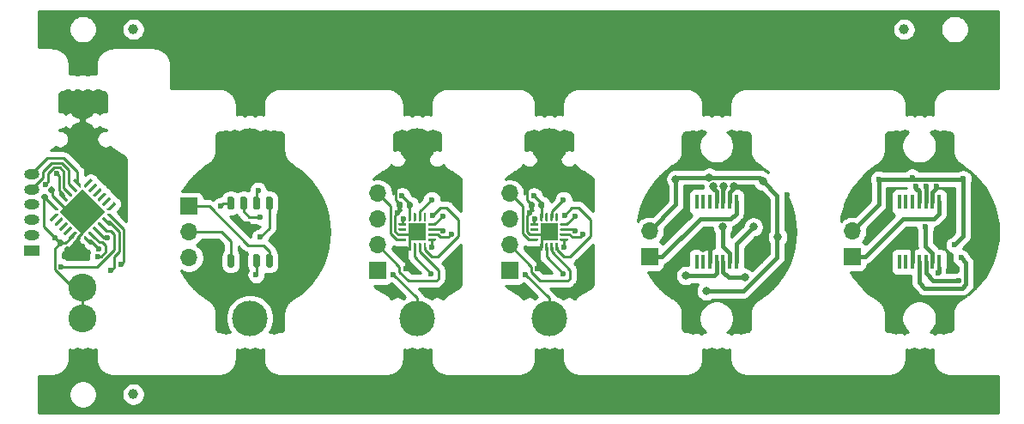
<source format=gbl>
G04 #@! TF.GenerationSoftware,KiCad,Pcbnew,(5.1.6-0-10_14)*
G04 #@! TF.CreationDate,2021-04-17T00:03:13+02:00*
G04 #@! TF.ProjectId,Encoder_SPI_Panel_v1_1,456e636f-6465-4725-9f53-50495f50616e,rev?*
G04 #@! TF.SameCoordinates,Original*
G04 #@! TF.FileFunction,Copper,L2,Bot*
G04 #@! TF.FilePolarity,Positive*
%FSLAX46Y46*%
G04 Gerber Fmt 4.6, Leading zero omitted, Abs format (unit mm)*
G04 Created by KiCad (PCBNEW (5.1.6-0-10_14)) date 2021-04-17 00:03:13*
%MOMM*%
%LPD*%
G01*
G04 APERTURE LIST*
G04 #@! TA.AperFunction,SMDPad,CuDef*
%ADD10C,1.000000*%
G04 #@! TD*
G04 #@! TA.AperFunction,ComponentPad*
%ADD11R,1.700000X1.700000*%
G04 #@! TD*
G04 #@! TA.AperFunction,ComponentPad*
%ADD12O,1.700000X1.700000*%
G04 #@! TD*
G04 #@! TA.AperFunction,SMDPad,CuDef*
%ADD13R,0.430000X1.450000*%
G04 #@! TD*
G04 #@! TA.AperFunction,ComponentPad*
%ADD14C,3.500000*%
G04 #@! TD*
G04 #@! TA.AperFunction,SMDPad,CuDef*
%ADD15R,1.750000X1.750000*%
G04 #@! TD*
G04 #@! TA.AperFunction,SMDPad,CuDef*
%ADD16C,0.150000*%
G04 #@! TD*
G04 #@! TA.AperFunction,ComponentPad*
%ADD17C,2.750000*%
G04 #@! TD*
G04 #@! TA.AperFunction,ComponentPad*
%ADD18R,1.500000X1.000000*%
G04 #@! TD*
G04 #@! TA.AperFunction,ComponentPad*
%ADD19O,1.500000X1.000000*%
G04 #@! TD*
G04 #@! TA.AperFunction,ViaPad*
%ADD20C,0.600000*%
G04 #@! TD*
G04 #@! TA.AperFunction,ViaPad*
%ADD21C,0.800000*%
G04 #@! TD*
G04 #@! TA.AperFunction,Conductor*
%ADD22C,0.250000*%
G04 #@! TD*
G04 #@! TA.AperFunction,Conductor*
%ADD23C,0.400000*%
G04 #@! TD*
G04 #@! TA.AperFunction,Conductor*
%ADD24C,0.254000*%
G04 #@! TD*
G04 #@! TA.AperFunction,NonConductor*
%ADD25C,0.254000*%
G04 #@! TD*
G04 APERTURE END LIST*
D10*
X59999000Y-55501000D03*
X136010131Y-19498950D03*
X59999000Y-19498950D03*
D11*
X130909133Y-41939999D03*
D12*
X130909133Y-39399999D03*
X130909133Y-36859999D03*
D13*
X139459133Y-42449999D03*
X138809133Y-42449999D03*
X138159133Y-42449999D03*
X137509133Y-42449999D03*
X136859133Y-42449999D03*
X136209133Y-42449999D03*
X135559133Y-42449999D03*
X135559133Y-36549999D03*
X136209133Y-36549999D03*
X136859133Y-36549999D03*
X137509133Y-36549999D03*
X138159133Y-36549999D03*
X138809133Y-36549999D03*
X139459133Y-36549999D03*
D11*
X110909130Y-41939999D03*
D12*
X110909130Y-39399999D03*
X110909130Y-36859999D03*
D13*
X119459130Y-42449999D03*
X118809130Y-42449999D03*
X118159130Y-42449999D03*
X117509130Y-42449999D03*
X116859130Y-42449999D03*
X116209130Y-42449999D03*
X115559130Y-42449999D03*
X115559130Y-36549999D03*
X116209130Y-36549999D03*
X116859130Y-36549999D03*
X117509130Y-36549999D03*
X118159130Y-36549999D03*
X118809130Y-36549999D03*
X119459130Y-36549999D03*
G04 #@! TA.AperFunction,SMDPad,CuDef*
G36*
G01*
X98986482Y-37012450D02*
X98986482Y-36667450D01*
G75*
G02*
X99133982Y-36519950I147500J0D01*
G01*
X99428982Y-36519950D01*
G75*
G02*
X99576482Y-36667450I0J-147500D01*
G01*
X99576482Y-37012450D01*
G75*
G02*
X99428982Y-37159950I-147500J0D01*
G01*
X99133982Y-37159950D01*
G75*
G02*
X98986482Y-37012450I0J147500D01*
G01*
G37*
G04 #@! TD.AperFunction*
G04 #@! TA.AperFunction,SMDPad,CuDef*
G36*
G01*
X99956482Y-37012450D02*
X99956482Y-36667450D01*
G75*
G02*
X100103982Y-36519950I147500J0D01*
G01*
X100398982Y-36519950D01*
G75*
G02*
X100546482Y-36667450I0J-147500D01*
G01*
X100546482Y-37012450D01*
G75*
G02*
X100398982Y-37159950I-147500J0D01*
G01*
X100103982Y-37159950D01*
G75*
G02*
X99956482Y-37012450I0J147500D01*
G01*
G37*
G04 #@! TD.AperFunction*
D14*
X101006482Y-30999950D03*
G04 #@! TA.AperFunction,SMDPad,CuDef*
G36*
G01*
X102856482Y-38687450D02*
X102856482Y-38812450D01*
G75*
G02*
X102793982Y-38874950I-62500J0D01*
G01*
X102143982Y-38874950D01*
G75*
G02*
X102081482Y-38812450I0J62500D01*
G01*
X102081482Y-38687450D01*
G75*
G02*
X102143982Y-38624950I62500J0D01*
G01*
X102793982Y-38624950D01*
G75*
G02*
X102856482Y-38687450I0J-62500D01*
G01*
G37*
G04 #@! TD.AperFunction*
G04 #@! TA.AperFunction,SMDPad,CuDef*
G36*
G01*
X102856482Y-39187450D02*
X102856482Y-39312450D01*
G75*
G02*
X102793982Y-39374950I-62500J0D01*
G01*
X102143982Y-39374950D01*
G75*
G02*
X102081482Y-39312450I0J62500D01*
G01*
X102081482Y-39187450D01*
G75*
G02*
X102143982Y-39124950I62500J0D01*
G01*
X102793982Y-39124950D01*
G75*
G02*
X102856482Y-39187450I0J-62500D01*
G01*
G37*
G04 #@! TD.AperFunction*
G04 #@! TA.AperFunction,SMDPad,CuDef*
G36*
G01*
X102856482Y-39687450D02*
X102856482Y-39812450D01*
G75*
G02*
X102793982Y-39874950I-62500J0D01*
G01*
X102143982Y-39874950D01*
G75*
G02*
X102081482Y-39812450I0J62500D01*
G01*
X102081482Y-39687450D01*
G75*
G02*
X102143982Y-39624950I62500J0D01*
G01*
X102793982Y-39624950D01*
G75*
G02*
X102856482Y-39687450I0J-62500D01*
G01*
G37*
G04 #@! TD.AperFunction*
G04 #@! TA.AperFunction,SMDPad,CuDef*
G36*
G01*
X102856482Y-40187450D02*
X102856482Y-40312450D01*
G75*
G02*
X102793982Y-40374950I-62500J0D01*
G01*
X102143982Y-40374950D01*
G75*
G02*
X102081482Y-40312450I0J62500D01*
G01*
X102081482Y-40187450D01*
G75*
G02*
X102143982Y-40124950I62500J0D01*
G01*
X102793982Y-40124950D01*
G75*
G02*
X102856482Y-40187450I0J-62500D01*
G01*
G37*
G04 #@! TD.AperFunction*
G04 #@! TA.AperFunction,SMDPad,CuDef*
G36*
G01*
X101881482Y-40637450D02*
X101881482Y-41287450D01*
G75*
G02*
X101818982Y-41349950I-62500J0D01*
G01*
X101693982Y-41349950D01*
G75*
G02*
X101631482Y-41287450I0J62500D01*
G01*
X101631482Y-40637450D01*
G75*
G02*
X101693982Y-40574950I62500J0D01*
G01*
X101818982Y-40574950D01*
G75*
G02*
X101881482Y-40637450I0J-62500D01*
G01*
G37*
G04 #@! TD.AperFunction*
G04 #@! TA.AperFunction,SMDPad,CuDef*
G36*
G01*
X101381482Y-40637450D02*
X101381482Y-41287450D01*
G75*
G02*
X101318982Y-41349950I-62500J0D01*
G01*
X101193982Y-41349950D01*
G75*
G02*
X101131482Y-41287450I0J62500D01*
G01*
X101131482Y-40637450D01*
G75*
G02*
X101193982Y-40574950I62500J0D01*
G01*
X101318982Y-40574950D01*
G75*
G02*
X101381482Y-40637450I0J-62500D01*
G01*
G37*
G04 #@! TD.AperFunction*
G04 #@! TA.AperFunction,SMDPad,CuDef*
G36*
G01*
X100881482Y-40637450D02*
X100881482Y-41287450D01*
G75*
G02*
X100818982Y-41349950I-62500J0D01*
G01*
X100693982Y-41349950D01*
G75*
G02*
X100631482Y-41287450I0J62500D01*
G01*
X100631482Y-40637450D01*
G75*
G02*
X100693982Y-40574950I62500J0D01*
G01*
X100818982Y-40574950D01*
G75*
G02*
X100881482Y-40637450I0J-62500D01*
G01*
G37*
G04 #@! TD.AperFunction*
G04 #@! TA.AperFunction,SMDPad,CuDef*
G36*
G01*
X100381482Y-40637450D02*
X100381482Y-41287450D01*
G75*
G02*
X100318982Y-41349950I-62500J0D01*
G01*
X100193982Y-41349950D01*
G75*
G02*
X100131482Y-41287450I0J62500D01*
G01*
X100131482Y-40637450D01*
G75*
G02*
X100193982Y-40574950I62500J0D01*
G01*
X100318982Y-40574950D01*
G75*
G02*
X100381482Y-40637450I0J-62500D01*
G01*
G37*
G04 #@! TD.AperFunction*
G04 #@! TA.AperFunction,SMDPad,CuDef*
G36*
G01*
X99931482Y-40187450D02*
X99931482Y-40312450D01*
G75*
G02*
X99868982Y-40374950I-62500J0D01*
G01*
X99218982Y-40374950D01*
G75*
G02*
X99156482Y-40312450I0J62500D01*
G01*
X99156482Y-40187450D01*
G75*
G02*
X99218982Y-40124950I62500J0D01*
G01*
X99868982Y-40124950D01*
G75*
G02*
X99931482Y-40187450I0J-62500D01*
G01*
G37*
G04 #@! TD.AperFunction*
G04 #@! TA.AperFunction,SMDPad,CuDef*
G36*
G01*
X99931482Y-39687450D02*
X99931482Y-39812450D01*
G75*
G02*
X99868982Y-39874950I-62500J0D01*
G01*
X99218982Y-39874950D01*
G75*
G02*
X99156482Y-39812450I0J62500D01*
G01*
X99156482Y-39687450D01*
G75*
G02*
X99218982Y-39624950I62500J0D01*
G01*
X99868982Y-39624950D01*
G75*
G02*
X99931482Y-39687450I0J-62500D01*
G01*
G37*
G04 #@! TD.AperFunction*
G04 #@! TA.AperFunction,SMDPad,CuDef*
G36*
G01*
X99931482Y-39187450D02*
X99931482Y-39312450D01*
G75*
G02*
X99868982Y-39374950I-62500J0D01*
G01*
X99218982Y-39374950D01*
G75*
G02*
X99156482Y-39312450I0J62500D01*
G01*
X99156482Y-39187450D01*
G75*
G02*
X99218982Y-39124950I62500J0D01*
G01*
X99868982Y-39124950D01*
G75*
G02*
X99931482Y-39187450I0J-62500D01*
G01*
G37*
G04 #@! TD.AperFunction*
G04 #@! TA.AperFunction,SMDPad,CuDef*
G36*
G01*
X99931482Y-38687450D02*
X99931482Y-38812450D01*
G75*
G02*
X99868982Y-38874950I-62500J0D01*
G01*
X99218982Y-38874950D01*
G75*
G02*
X99156482Y-38812450I0J62500D01*
G01*
X99156482Y-38687450D01*
G75*
G02*
X99218982Y-38624950I62500J0D01*
G01*
X99868982Y-38624950D01*
G75*
G02*
X99931482Y-38687450I0J-62500D01*
G01*
G37*
G04 #@! TD.AperFunction*
G04 #@! TA.AperFunction,SMDPad,CuDef*
G36*
G01*
X100381482Y-37712450D02*
X100381482Y-38362450D01*
G75*
G02*
X100318982Y-38424950I-62500J0D01*
G01*
X100193982Y-38424950D01*
G75*
G02*
X100131482Y-38362450I0J62500D01*
G01*
X100131482Y-37712450D01*
G75*
G02*
X100193982Y-37649950I62500J0D01*
G01*
X100318982Y-37649950D01*
G75*
G02*
X100381482Y-37712450I0J-62500D01*
G01*
G37*
G04 #@! TD.AperFunction*
G04 #@! TA.AperFunction,SMDPad,CuDef*
G36*
G01*
X100881482Y-37712450D02*
X100881482Y-38362450D01*
G75*
G02*
X100818982Y-38424950I-62500J0D01*
G01*
X100693982Y-38424950D01*
G75*
G02*
X100631482Y-38362450I0J62500D01*
G01*
X100631482Y-37712450D01*
G75*
G02*
X100693982Y-37649950I62500J0D01*
G01*
X100818982Y-37649950D01*
G75*
G02*
X100881482Y-37712450I0J-62500D01*
G01*
G37*
G04 #@! TD.AperFunction*
G04 #@! TA.AperFunction,SMDPad,CuDef*
G36*
G01*
X101381482Y-37712450D02*
X101381482Y-38362450D01*
G75*
G02*
X101318982Y-38424950I-62500J0D01*
G01*
X101193982Y-38424950D01*
G75*
G02*
X101131482Y-38362450I0J62500D01*
G01*
X101131482Y-37712450D01*
G75*
G02*
X101193982Y-37649950I62500J0D01*
G01*
X101318982Y-37649950D01*
G75*
G02*
X101381482Y-37712450I0J-62500D01*
G01*
G37*
G04 #@! TD.AperFunction*
G04 #@! TA.AperFunction,SMDPad,CuDef*
G36*
G01*
X101881482Y-37712450D02*
X101881482Y-38362450D01*
G75*
G02*
X101818982Y-38424950I-62500J0D01*
G01*
X101693982Y-38424950D01*
G75*
G02*
X101631482Y-38362450I0J62500D01*
G01*
X101631482Y-37712450D01*
G75*
G02*
X101693982Y-37649950I62500J0D01*
G01*
X101818982Y-37649950D01*
G75*
G02*
X101881482Y-37712450I0J-62500D01*
G01*
G37*
G04 #@! TD.AperFunction*
D15*
X101006482Y-39499950D03*
D14*
X101006482Y-47999950D03*
D11*
X97106482Y-43319950D03*
D12*
X97106482Y-40779950D03*
X97106482Y-38239950D03*
X97106482Y-35699950D03*
G04 #@! TA.AperFunction,SMDPad,CuDef*
G36*
G01*
X85983438Y-37012450D02*
X85983438Y-36667450D01*
G75*
G02*
X86130938Y-36519950I147500J0D01*
G01*
X86425938Y-36519950D01*
G75*
G02*
X86573438Y-36667450I0J-147500D01*
G01*
X86573438Y-37012450D01*
G75*
G02*
X86425938Y-37159950I-147500J0D01*
G01*
X86130938Y-37159950D01*
G75*
G02*
X85983438Y-37012450I0J147500D01*
G01*
G37*
G04 #@! TD.AperFunction*
G04 #@! TA.AperFunction,SMDPad,CuDef*
G36*
G01*
X86953438Y-37012450D02*
X86953438Y-36667450D01*
G75*
G02*
X87100938Y-36519950I147500J0D01*
G01*
X87395938Y-36519950D01*
G75*
G02*
X87543438Y-36667450I0J-147500D01*
G01*
X87543438Y-37012450D01*
G75*
G02*
X87395938Y-37159950I-147500J0D01*
G01*
X87100938Y-37159950D01*
G75*
G02*
X86953438Y-37012450I0J147500D01*
G01*
G37*
G04 #@! TD.AperFunction*
D14*
X88003438Y-30999950D03*
G04 #@! TA.AperFunction,SMDPad,CuDef*
G36*
G01*
X89853438Y-38687450D02*
X89853438Y-38812450D01*
G75*
G02*
X89790938Y-38874950I-62500J0D01*
G01*
X89140938Y-38874950D01*
G75*
G02*
X89078438Y-38812450I0J62500D01*
G01*
X89078438Y-38687450D01*
G75*
G02*
X89140938Y-38624950I62500J0D01*
G01*
X89790938Y-38624950D01*
G75*
G02*
X89853438Y-38687450I0J-62500D01*
G01*
G37*
G04 #@! TD.AperFunction*
G04 #@! TA.AperFunction,SMDPad,CuDef*
G36*
G01*
X89853438Y-39187450D02*
X89853438Y-39312450D01*
G75*
G02*
X89790938Y-39374950I-62500J0D01*
G01*
X89140938Y-39374950D01*
G75*
G02*
X89078438Y-39312450I0J62500D01*
G01*
X89078438Y-39187450D01*
G75*
G02*
X89140938Y-39124950I62500J0D01*
G01*
X89790938Y-39124950D01*
G75*
G02*
X89853438Y-39187450I0J-62500D01*
G01*
G37*
G04 #@! TD.AperFunction*
G04 #@! TA.AperFunction,SMDPad,CuDef*
G36*
G01*
X89853438Y-39687450D02*
X89853438Y-39812450D01*
G75*
G02*
X89790938Y-39874950I-62500J0D01*
G01*
X89140938Y-39874950D01*
G75*
G02*
X89078438Y-39812450I0J62500D01*
G01*
X89078438Y-39687450D01*
G75*
G02*
X89140938Y-39624950I62500J0D01*
G01*
X89790938Y-39624950D01*
G75*
G02*
X89853438Y-39687450I0J-62500D01*
G01*
G37*
G04 #@! TD.AperFunction*
G04 #@! TA.AperFunction,SMDPad,CuDef*
G36*
G01*
X89853438Y-40187450D02*
X89853438Y-40312450D01*
G75*
G02*
X89790938Y-40374950I-62500J0D01*
G01*
X89140938Y-40374950D01*
G75*
G02*
X89078438Y-40312450I0J62500D01*
G01*
X89078438Y-40187450D01*
G75*
G02*
X89140938Y-40124950I62500J0D01*
G01*
X89790938Y-40124950D01*
G75*
G02*
X89853438Y-40187450I0J-62500D01*
G01*
G37*
G04 #@! TD.AperFunction*
G04 #@! TA.AperFunction,SMDPad,CuDef*
G36*
G01*
X88878438Y-40637450D02*
X88878438Y-41287450D01*
G75*
G02*
X88815938Y-41349950I-62500J0D01*
G01*
X88690938Y-41349950D01*
G75*
G02*
X88628438Y-41287450I0J62500D01*
G01*
X88628438Y-40637450D01*
G75*
G02*
X88690938Y-40574950I62500J0D01*
G01*
X88815938Y-40574950D01*
G75*
G02*
X88878438Y-40637450I0J-62500D01*
G01*
G37*
G04 #@! TD.AperFunction*
G04 #@! TA.AperFunction,SMDPad,CuDef*
G36*
G01*
X88378438Y-40637450D02*
X88378438Y-41287450D01*
G75*
G02*
X88315938Y-41349950I-62500J0D01*
G01*
X88190938Y-41349950D01*
G75*
G02*
X88128438Y-41287450I0J62500D01*
G01*
X88128438Y-40637450D01*
G75*
G02*
X88190938Y-40574950I62500J0D01*
G01*
X88315938Y-40574950D01*
G75*
G02*
X88378438Y-40637450I0J-62500D01*
G01*
G37*
G04 #@! TD.AperFunction*
G04 #@! TA.AperFunction,SMDPad,CuDef*
G36*
G01*
X87878438Y-40637450D02*
X87878438Y-41287450D01*
G75*
G02*
X87815938Y-41349950I-62500J0D01*
G01*
X87690938Y-41349950D01*
G75*
G02*
X87628438Y-41287450I0J62500D01*
G01*
X87628438Y-40637450D01*
G75*
G02*
X87690938Y-40574950I62500J0D01*
G01*
X87815938Y-40574950D01*
G75*
G02*
X87878438Y-40637450I0J-62500D01*
G01*
G37*
G04 #@! TD.AperFunction*
G04 #@! TA.AperFunction,SMDPad,CuDef*
G36*
G01*
X87378438Y-40637450D02*
X87378438Y-41287450D01*
G75*
G02*
X87315938Y-41349950I-62500J0D01*
G01*
X87190938Y-41349950D01*
G75*
G02*
X87128438Y-41287450I0J62500D01*
G01*
X87128438Y-40637450D01*
G75*
G02*
X87190938Y-40574950I62500J0D01*
G01*
X87315938Y-40574950D01*
G75*
G02*
X87378438Y-40637450I0J-62500D01*
G01*
G37*
G04 #@! TD.AperFunction*
G04 #@! TA.AperFunction,SMDPad,CuDef*
G36*
G01*
X86928438Y-40187450D02*
X86928438Y-40312450D01*
G75*
G02*
X86865938Y-40374950I-62500J0D01*
G01*
X86215938Y-40374950D01*
G75*
G02*
X86153438Y-40312450I0J62500D01*
G01*
X86153438Y-40187450D01*
G75*
G02*
X86215938Y-40124950I62500J0D01*
G01*
X86865938Y-40124950D01*
G75*
G02*
X86928438Y-40187450I0J-62500D01*
G01*
G37*
G04 #@! TD.AperFunction*
G04 #@! TA.AperFunction,SMDPad,CuDef*
G36*
G01*
X86928438Y-39687450D02*
X86928438Y-39812450D01*
G75*
G02*
X86865938Y-39874950I-62500J0D01*
G01*
X86215938Y-39874950D01*
G75*
G02*
X86153438Y-39812450I0J62500D01*
G01*
X86153438Y-39687450D01*
G75*
G02*
X86215938Y-39624950I62500J0D01*
G01*
X86865938Y-39624950D01*
G75*
G02*
X86928438Y-39687450I0J-62500D01*
G01*
G37*
G04 #@! TD.AperFunction*
G04 #@! TA.AperFunction,SMDPad,CuDef*
G36*
G01*
X86928438Y-39187450D02*
X86928438Y-39312450D01*
G75*
G02*
X86865938Y-39374950I-62500J0D01*
G01*
X86215938Y-39374950D01*
G75*
G02*
X86153438Y-39312450I0J62500D01*
G01*
X86153438Y-39187450D01*
G75*
G02*
X86215938Y-39124950I62500J0D01*
G01*
X86865938Y-39124950D01*
G75*
G02*
X86928438Y-39187450I0J-62500D01*
G01*
G37*
G04 #@! TD.AperFunction*
G04 #@! TA.AperFunction,SMDPad,CuDef*
G36*
G01*
X86928438Y-38687450D02*
X86928438Y-38812450D01*
G75*
G02*
X86865938Y-38874950I-62500J0D01*
G01*
X86215938Y-38874950D01*
G75*
G02*
X86153438Y-38812450I0J62500D01*
G01*
X86153438Y-38687450D01*
G75*
G02*
X86215938Y-38624950I62500J0D01*
G01*
X86865938Y-38624950D01*
G75*
G02*
X86928438Y-38687450I0J-62500D01*
G01*
G37*
G04 #@! TD.AperFunction*
G04 #@! TA.AperFunction,SMDPad,CuDef*
G36*
G01*
X87378438Y-37712450D02*
X87378438Y-38362450D01*
G75*
G02*
X87315938Y-38424950I-62500J0D01*
G01*
X87190938Y-38424950D01*
G75*
G02*
X87128438Y-38362450I0J62500D01*
G01*
X87128438Y-37712450D01*
G75*
G02*
X87190938Y-37649950I62500J0D01*
G01*
X87315938Y-37649950D01*
G75*
G02*
X87378438Y-37712450I0J-62500D01*
G01*
G37*
G04 #@! TD.AperFunction*
G04 #@! TA.AperFunction,SMDPad,CuDef*
G36*
G01*
X87878438Y-37712450D02*
X87878438Y-38362450D01*
G75*
G02*
X87815938Y-38424950I-62500J0D01*
G01*
X87690938Y-38424950D01*
G75*
G02*
X87628438Y-38362450I0J62500D01*
G01*
X87628438Y-37712450D01*
G75*
G02*
X87690938Y-37649950I62500J0D01*
G01*
X87815938Y-37649950D01*
G75*
G02*
X87878438Y-37712450I0J-62500D01*
G01*
G37*
G04 #@! TD.AperFunction*
G04 #@! TA.AperFunction,SMDPad,CuDef*
G36*
G01*
X88378438Y-37712450D02*
X88378438Y-38362450D01*
G75*
G02*
X88315938Y-38424950I-62500J0D01*
G01*
X88190938Y-38424950D01*
G75*
G02*
X88128438Y-38362450I0J62500D01*
G01*
X88128438Y-37712450D01*
G75*
G02*
X88190938Y-37649950I62500J0D01*
G01*
X88315938Y-37649950D01*
G75*
G02*
X88378438Y-37712450I0J-62500D01*
G01*
G37*
G04 #@! TD.AperFunction*
G04 #@! TA.AperFunction,SMDPad,CuDef*
G36*
G01*
X88878438Y-37712450D02*
X88878438Y-38362450D01*
G75*
G02*
X88815938Y-38424950I-62500J0D01*
G01*
X88690938Y-38424950D01*
G75*
G02*
X88628438Y-38362450I0J62500D01*
G01*
X88628438Y-37712450D01*
G75*
G02*
X88690938Y-37649950I62500J0D01*
G01*
X88815938Y-37649950D01*
G75*
G02*
X88878438Y-37712450I0J-62500D01*
G01*
G37*
G04 #@! TD.AperFunction*
D15*
X88003438Y-39499950D03*
D14*
X88003438Y-47999950D03*
D11*
X84103438Y-43319950D03*
D12*
X84103438Y-40779950D03*
X84103438Y-38239950D03*
X84103438Y-35699950D03*
D14*
X71503039Y-30999999D03*
X71503039Y-47999999D03*
D11*
X65473039Y-36959999D03*
D12*
X65473039Y-39499999D03*
X65473039Y-42039999D03*
G04 #@! TA.AperFunction,SMDPad,CuDef*
G36*
G01*
X69435539Y-35999999D02*
X69760539Y-35999999D01*
G75*
G02*
X69923039Y-36162499I0J-162500D01*
G01*
X69923039Y-37147499D01*
G75*
G02*
X69760539Y-37309999I-162500J0D01*
G01*
X69435539Y-37309999D01*
G75*
G02*
X69273039Y-37147499I0J162500D01*
G01*
X69273039Y-36162499D01*
G75*
G02*
X69435539Y-35999999I162500J0D01*
G01*
G37*
G04 #@! TD.AperFunction*
G04 #@! TA.AperFunction,SMDPad,CuDef*
G36*
G01*
X70705539Y-35999999D02*
X71030539Y-35999999D01*
G75*
G02*
X71193039Y-36162499I0J-162500D01*
G01*
X71193039Y-37147499D01*
G75*
G02*
X71030539Y-37309999I-162500J0D01*
G01*
X70705539Y-37309999D01*
G75*
G02*
X70543039Y-37147499I0J162500D01*
G01*
X70543039Y-36162499D01*
G75*
G02*
X70705539Y-35999999I162500J0D01*
G01*
G37*
G04 #@! TD.AperFunction*
G04 #@! TA.AperFunction,SMDPad,CuDef*
G36*
G01*
X71975539Y-35999999D02*
X72300539Y-35999999D01*
G75*
G02*
X72463039Y-36162499I0J-162500D01*
G01*
X72463039Y-37147499D01*
G75*
G02*
X72300539Y-37309999I-162500J0D01*
G01*
X71975539Y-37309999D01*
G75*
G02*
X71813039Y-37147499I0J162500D01*
G01*
X71813039Y-36162499D01*
G75*
G02*
X71975539Y-35999999I162500J0D01*
G01*
G37*
G04 #@! TD.AperFunction*
G04 #@! TA.AperFunction,SMDPad,CuDef*
G36*
G01*
X73245539Y-35999999D02*
X73570539Y-35999999D01*
G75*
G02*
X73733039Y-36162499I0J-162500D01*
G01*
X73733039Y-37147499D01*
G75*
G02*
X73570539Y-37309999I-162500J0D01*
G01*
X73245539Y-37309999D01*
G75*
G02*
X73083039Y-37147499I0J162500D01*
G01*
X73083039Y-36162499D01*
G75*
G02*
X73245539Y-35999999I162500J0D01*
G01*
G37*
G04 #@! TD.AperFunction*
G04 #@! TA.AperFunction,SMDPad,CuDef*
G36*
G01*
X69435539Y-41689999D02*
X69760539Y-41689999D01*
G75*
G02*
X69923039Y-41852499I0J-162500D01*
G01*
X69923039Y-42837499D01*
G75*
G02*
X69760539Y-42999999I-162500J0D01*
G01*
X69435539Y-42999999D01*
G75*
G02*
X69273039Y-42837499I0J162500D01*
G01*
X69273039Y-41852499D01*
G75*
G02*
X69435539Y-41689999I162500J0D01*
G01*
G37*
G04 #@! TD.AperFunction*
G04 #@! TA.AperFunction,SMDPad,CuDef*
G36*
G01*
X70705539Y-41689999D02*
X71030539Y-41689999D01*
G75*
G02*
X71193039Y-41852499I0J-162500D01*
G01*
X71193039Y-42837499D01*
G75*
G02*
X71030539Y-42999999I-162500J0D01*
G01*
X70705539Y-42999999D01*
G75*
G02*
X70543039Y-42837499I0J162500D01*
G01*
X70543039Y-41852499D01*
G75*
G02*
X70705539Y-41689999I162500J0D01*
G01*
G37*
G04 #@! TD.AperFunction*
G04 #@! TA.AperFunction,SMDPad,CuDef*
G36*
G01*
X71975539Y-41689999D02*
X72300539Y-41689999D01*
G75*
G02*
X72463039Y-41852499I0J-162500D01*
G01*
X72463039Y-42837499D01*
G75*
G02*
X72300539Y-42999999I-162500J0D01*
G01*
X71975539Y-42999999D01*
G75*
G02*
X71813039Y-42837499I0J162500D01*
G01*
X71813039Y-41852499D01*
G75*
G02*
X71975539Y-41689999I162500J0D01*
G01*
G37*
G04 #@! TD.AperFunction*
G04 #@! TA.AperFunction,SMDPad,CuDef*
G36*
G01*
X73245539Y-41689999D02*
X73570539Y-41689999D01*
G75*
G02*
X73733039Y-41852499I0J-162500D01*
G01*
X73733039Y-42837499D01*
G75*
G02*
X73570539Y-42999999I-162500J0D01*
G01*
X73245539Y-42999999D01*
G75*
G02*
X73083039Y-42837499I0J162500D01*
G01*
X73083039Y-41852499D01*
G75*
G02*
X73245539Y-41689999I162500J0D01*
G01*
G37*
G04 #@! TD.AperFunction*
G04 #@! TA.AperFunction,SMDPad,CuDef*
G36*
G01*
X51170828Y-36373469D02*
X50926877Y-36129517D01*
G75*
G02*
X50926877Y-35920921I104298J104298D01*
G01*
X51135473Y-35712325D01*
G75*
G02*
X51344069Y-35712325I104298J-104298D01*
G01*
X51588021Y-35956277D01*
G75*
G02*
X51588021Y-36164873I-104298J-104298D01*
G01*
X51379425Y-36373469D01*
G75*
G02*
X51170829Y-36373469I-104298J104298D01*
G01*
G37*
G04 #@! TD.AperFunction*
G04 #@! TA.AperFunction,SMDPad,CuDef*
G36*
G01*
X51856722Y-35687575D02*
X51612771Y-35443623D01*
G75*
G02*
X51612771Y-35235027I104298J104298D01*
G01*
X51821367Y-35026431D01*
G75*
G02*
X52029963Y-35026431I104298J-104298D01*
G01*
X52273915Y-35270383D01*
G75*
G02*
X52273915Y-35478979I-104298J-104298D01*
G01*
X52065319Y-35687575D01*
G75*
G02*
X51856723Y-35687575I-104298J104298D01*
G01*
G37*
G04 #@! TD.AperFunction*
G04 #@! TA.AperFunction,SMDPad,CuDef*
G36*
G01*
X53823915Y-41359518D02*
X53579963Y-41603469D01*
G75*
G02*
X53371367Y-41603469I-104298J104298D01*
G01*
X53162771Y-41394873D01*
G75*
G02*
X53162771Y-41186277I104298J104298D01*
G01*
X53406723Y-40942325D01*
G75*
G02*
X53615319Y-40942325I104298J-104298D01*
G01*
X53823915Y-41150921D01*
G75*
G02*
X53823915Y-41359517I-104298J-104298D01*
G01*
G37*
G04 #@! TD.AperFunction*
G04 #@! TA.AperFunction,SMDPad,CuDef*
G36*
G01*
X53138021Y-40673624D02*
X52894069Y-40917575D01*
G75*
G02*
X52685473Y-40917575I-104298J104298D01*
G01*
X52476877Y-40708979D01*
G75*
G02*
X52476877Y-40500383I104298J104298D01*
G01*
X52720829Y-40256431D01*
G75*
G02*
X52929425Y-40256431I104298J-104298D01*
G01*
X53138021Y-40465027D01*
G75*
G02*
X53138021Y-40673623I-104298J-104298D01*
G01*
G37*
G04 #@! TD.AperFunction*
G04 #@! TA.AperFunction,SMDPad,CuDef*
D16*
G36*
X55307228Y-35105115D02*
G01*
X55294262Y-35112045D01*
X55280192Y-35116313D01*
X55265561Y-35117754D01*
X55250929Y-35116313D01*
X55236859Y-35112045D01*
X55223893Y-35105115D01*
X55212528Y-35095787D01*
X55181462Y-35064721D01*
X55172134Y-35053356D01*
X55165204Y-35040390D01*
X55160936Y-35026320D01*
X55159495Y-35011688D01*
X55159495Y-34861688D01*
X55160936Y-34847057D01*
X55165204Y-34832987D01*
X55172134Y-34820021D01*
X55181462Y-34808655D01*
X55725180Y-34264937D01*
X55736546Y-34255609D01*
X55749512Y-34248679D01*
X55763582Y-34244411D01*
X55778213Y-34242970D01*
X55792845Y-34244411D01*
X55806915Y-34248679D01*
X55819881Y-34255609D01*
X55831246Y-34264937D01*
X55937312Y-34371003D01*
X55946640Y-34382368D01*
X55953570Y-34395334D01*
X55957838Y-34409404D01*
X55959279Y-34424036D01*
X55957838Y-34438667D01*
X55953570Y-34452737D01*
X55946640Y-34465703D01*
X55937312Y-34477069D01*
X55318594Y-35095787D01*
X55307228Y-35105115D01*
G37*
G04 #@! TD.AperFunction*
G04 #@! TA.AperFunction,SMDPad,CuDef*
G36*
G01*
X56290866Y-34724556D02*
X56396932Y-34830622D01*
G75*
G02*
X56396932Y-34936688I-53033J-53033D01*
G01*
X55778214Y-35555406D01*
G75*
G02*
X55672148Y-35555406I-53033J53033D01*
G01*
X55566082Y-35449340D01*
G75*
G02*
X55566082Y-35343274I53033J53033D01*
G01*
X56184800Y-34724556D01*
G75*
G02*
X56290866Y-34724556I53033J-53033D01*
G01*
G37*
G04 #@! TD.AperFunction*
G04 #@! TA.AperFunction,SMDPad,CuDef*
G36*
G01*
X56750485Y-35184176D02*
X56856551Y-35290242D01*
G75*
G02*
X56856551Y-35396308I-53033J-53033D01*
G01*
X56237833Y-36015026D01*
G75*
G02*
X56131767Y-36015026I-53033J53033D01*
G01*
X56025701Y-35908960D01*
G75*
G02*
X56025701Y-35802894I53033J53033D01*
G01*
X56644419Y-35184176D01*
G75*
G02*
X56750485Y-35184176I53033J-53033D01*
G01*
G37*
G04 #@! TD.AperFunction*
G04 #@! TA.AperFunction,SMDPad,CuDef*
G36*
G01*
X57210104Y-35643795D02*
X57316170Y-35749861D01*
G75*
G02*
X57316170Y-35855927I-53033J-53033D01*
G01*
X56697452Y-36474645D01*
G75*
G02*
X56591386Y-36474645I-53033J53033D01*
G01*
X56485320Y-36368579D01*
G75*
G02*
X56485320Y-36262513I53033J53033D01*
G01*
X57104038Y-35643795D01*
G75*
G02*
X57210104Y-35643795I53033J-53033D01*
G01*
G37*
G04 #@! TD.AperFunction*
G04 #@! TA.AperFunction,SMDPad,CuDef*
G36*
G01*
X57669724Y-36103414D02*
X57775790Y-36209480D01*
G75*
G02*
X57775790Y-36315546I-53033J-53033D01*
G01*
X57157072Y-36934264D01*
G75*
G02*
X57051006Y-36934264I-53033J53033D01*
G01*
X56944940Y-36828198D01*
G75*
G02*
X56944940Y-36722132I53033J53033D01*
G01*
X57563658Y-36103414D01*
G75*
G02*
X57669724Y-36103414I53033J-53033D01*
G01*
G37*
G04 #@! TD.AperFunction*
G04 #@! TA.AperFunction,SMDPad,CuDef*
G36*
X57680325Y-37328212D02*
G01*
X57667359Y-37335142D01*
X57653289Y-37339410D01*
X57638658Y-37340851D01*
X57488658Y-37340851D01*
X57474026Y-37339410D01*
X57459956Y-37335142D01*
X57446990Y-37328212D01*
X57435625Y-37318884D01*
X57404559Y-37287818D01*
X57395231Y-37276453D01*
X57388301Y-37263487D01*
X57384033Y-37249417D01*
X57382592Y-37234785D01*
X57384033Y-37220154D01*
X57388301Y-37206084D01*
X57395231Y-37193118D01*
X57404559Y-37181752D01*
X58023277Y-36563034D01*
X58034643Y-36553706D01*
X58047609Y-36546776D01*
X58061679Y-36542508D01*
X58076310Y-36541067D01*
X58090942Y-36542508D01*
X58105012Y-36546776D01*
X58117978Y-36553706D01*
X58129343Y-36563034D01*
X58235409Y-36669100D01*
X58244737Y-36680465D01*
X58251667Y-36693431D01*
X58255935Y-36707501D01*
X58257376Y-36722133D01*
X58255935Y-36736764D01*
X58251667Y-36750834D01*
X58244737Y-36763800D01*
X58235409Y-36775166D01*
X57691691Y-37318884D01*
X57680325Y-37328212D01*
G37*
G04 #@! TD.AperFunction*
G04 #@! TA.AperFunction,SMDPad,CuDef*
G36*
X58117978Y-38446194D02*
G01*
X58105012Y-38453124D01*
X58090942Y-38457392D01*
X58076310Y-38458833D01*
X58061679Y-38457392D01*
X58047609Y-38453124D01*
X58034643Y-38446194D01*
X58023277Y-38436866D01*
X57404559Y-37818148D01*
X57395231Y-37806782D01*
X57388301Y-37793816D01*
X57384033Y-37779746D01*
X57382592Y-37765115D01*
X57384033Y-37750483D01*
X57388301Y-37736413D01*
X57395231Y-37723447D01*
X57404559Y-37712082D01*
X57435625Y-37681016D01*
X57446990Y-37671688D01*
X57459956Y-37664758D01*
X57474026Y-37660490D01*
X57488658Y-37659049D01*
X57638658Y-37659049D01*
X57653289Y-37660490D01*
X57667359Y-37664758D01*
X57680325Y-37671688D01*
X57691691Y-37681016D01*
X58235409Y-38224734D01*
X58244737Y-38236100D01*
X58251667Y-38249066D01*
X58255935Y-38263136D01*
X58257376Y-38277767D01*
X58255935Y-38292399D01*
X58251667Y-38306469D01*
X58244737Y-38319435D01*
X58235409Y-38330800D01*
X58129343Y-38436866D01*
X58117978Y-38446194D01*
G37*
G04 #@! TD.AperFunction*
G04 #@! TA.AperFunction,SMDPad,CuDef*
G36*
G01*
X57157072Y-38065636D02*
X57775790Y-38684354D01*
G75*
G02*
X57775790Y-38790420I-53033J-53033D01*
G01*
X57669724Y-38896486D01*
G75*
G02*
X57563658Y-38896486I-53033J53033D01*
G01*
X56944940Y-38277768D01*
G75*
G02*
X56944940Y-38171702I53033J53033D01*
G01*
X57051006Y-38065636D01*
G75*
G02*
X57157072Y-38065636I53033J-53033D01*
G01*
G37*
G04 #@! TD.AperFunction*
G04 #@! TA.AperFunction,SMDPad,CuDef*
G36*
G01*
X56697452Y-38525255D02*
X57316170Y-39143973D01*
G75*
G02*
X57316170Y-39250039I-53033J-53033D01*
G01*
X57210104Y-39356105D01*
G75*
G02*
X57104038Y-39356105I-53033J53033D01*
G01*
X56485320Y-38737387D01*
G75*
G02*
X56485320Y-38631321I53033J53033D01*
G01*
X56591386Y-38525255D01*
G75*
G02*
X56697452Y-38525255I53033J-53033D01*
G01*
G37*
G04 #@! TD.AperFunction*
G04 #@! TA.AperFunction,SMDPad,CuDef*
G36*
G01*
X56237833Y-38984874D02*
X56856551Y-39603592D01*
G75*
G02*
X56856551Y-39709658I-53033J-53033D01*
G01*
X56750485Y-39815724D01*
G75*
G02*
X56644419Y-39815724I-53033J53033D01*
G01*
X56025701Y-39197006D01*
G75*
G02*
X56025701Y-39090940I53033J53033D01*
G01*
X56131767Y-38984874D01*
G75*
G02*
X56237833Y-38984874I53033J-53033D01*
G01*
G37*
G04 #@! TD.AperFunction*
G04 #@! TA.AperFunction,SMDPad,CuDef*
G36*
G01*
X55778214Y-39444494D02*
X56396932Y-40063212D01*
G75*
G02*
X56396932Y-40169278I-53033J-53033D01*
G01*
X56290866Y-40275344D01*
G75*
G02*
X56184800Y-40275344I-53033J53033D01*
G01*
X55566082Y-39656626D01*
G75*
G02*
X55566082Y-39550560I53033J53033D01*
G01*
X55672148Y-39444494D01*
G75*
G02*
X55778214Y-39444494I53033J-53033D01*
G01*
G37*
G04 #@! TD.AperFunction*
G04 #@! TA.AperFunction,SMDPad,CuDef*
G36*
X55819881Y-40744291D02*
G01*
X55806915Y-40751221D01*
X55792845Y-40755489D01*
X55778213Y-40756930D01*
X55763582Y-40755489D01*
X55749512Y-40751221D01*
X55736546Y-40744291D01*
X55725180Y-40734963D01*
X55181462Y-40191245D01*
X55172134Y-40179879D01*
X55165204Y-40166913D01*
X55160936Y-40152843D01*
X55159495Y-40138212D01*
X55159495Y-39988212D01*
X55160936Y-39973580D01*
X55165204Y-39959510D01*
X55172134Y-39946544D01*
X55181462Y-39935179D01*
X55212528Y-39904113D01*
X55223893Y-39894785D01*
X55236859Y-39887855D01*
X55250929Y-39883587D01*
X55265561Y-39882146D01*
X55280192Y-39883587D01*
X55294262Y-39887855D01*
X55307228Y-39894785D01*
X55318594Y-39904113D01*
X55937312Y-40522831D01*
X55946640Y-40534197D01*
X55953570Y-40547163D01*
X55957838Y-40561233D01*
X55959279Y-40575864D01*
X55957838Y-40590496D01*
X55953570Y-40604566D01*
X55946640Y-40617532D01*
X55937312Y-40628897D01*
X55831246Y-40734963D01*
X55819881Y-40744291D01*
G37*
G04 #@! TD.AperFunction*
G04 #@! TA.AperFunction,SMDPad,CuDef*
G36*
X54264246Y-40744291D02*
G01*
X54251280Y-40751221D01*
X54237210Y-40755489D01*
X54222579Y-40756930D01*
X54207947Y-40755489D01*
X54193877Y-40751221D01*
X54180911Y-40744291D01*
X54169546Y-40734963D01*
X54063480Y-40628897D01*
X54054152Y-40617532D01*
X54047222Y-40604566D01*
X54042954Y-40590496D01*
X54041513Y-40575864D01*
X54042954Y-40561233D01*
X54047222Y-40547163D01*
X54054152Y-40534197D01*
X54063480Y-40522831D01*
X54682198Y-39904113D01*
X54693564Y-39894785D01*
X54706530Y-39887855D01*
X54720600Y-39883587D01*
X54735231Y-39882146D01*
X54749863Y-39883587D01*
X54763933Y-39887855D01*
X54776899Y-39894785D01*
X54788264Y-39904113D01*
X54819330Y-39935179D01*
X54828658Y-39946544D01*
X54835588Y-39959510D01*
X54839856Y-39973580D01*
X54841297Y-39988212D01*
X54841297Y-40138212D01*
X54839856Y-40152843D01*
X54835588Y-40166913D01*
X54828658Y-40179879D01*
X54819330Y-40191245D01*
X54275612Y-40734963D01*
X54264246Y-40744291D01*
G37*
G04 #@! TD.AperFunction*
G04 #@! TA.AperFunction,SMDPad,CuDef*
G36*
G01*
X54328644Y-39444494D02*
X54434710Y-39550560D01*
G75*
G02*
X54434710Y-39656626I-53033J-53033D01*
G01*
X53815992Y-40275344D01*
G75*
G02*
X53709926Y-40275344I-53033J53033D01*
G01*
X53603860Y-40169278D01*
G75*
G02*
X53603860Y-40063212I53033J53033D01*
G01*
X54222578Y-39444494D01*
G75*
G02*
X54328644Y-39444494I53033J-53033D01*
G01*
G37*
G04 #@! TD.AperFunction*
G04 #@! TA.AperFunction,SMDPad,CuDef*
G36*
G01*
X53869025Y-38984874D02*
X53975091Y-39090940D01*
G75*
G02*
X53975091Y-39197006I-53033J-53033D01*
G01*
X53356373Y-39815724D01*
G75*
G02*
X53250307Y-39815724I-53033J53033D01*
G01*
X53144241Y-39709658D01*
G75*
G02*
X53144241Y-39603592I53033J53033D01*
G01*
X53762959Y-38984874D01*
G75*
G02*
X53869025Y-38984874I53033J-53033D01*
G01*
G37*
G04 #@! TD.AperFunction*
G04 #@! TA.AperFunction,SMDPad,CuDef*
G36*
G01*
X53409406Y-38525255D02*
X53515472Y-38631321D01*
G75*
G02*
X53515472Y-38737387I-53033J-53033D01*
G01*
X52896754Y-39356105D01*
G75*
G02*
X52790688Y-39356105I-53033J53033D01*
G01*
X52684622Y-39250039D01*
G75*
G02*
X52684622Y-39143973I53033J53033D01*
G01*
X53303340Y-38525255D01*
G75*
G02*
X53409406Y-38525255I53033J-53033D01*
G01*
G37*
G04 #@! TD.AperFunction*
G04 #@! TA.AperFunction,SMDPad,CuDef*
G36*
G01*
X52949786Y-38065636D02*
X53055852Y-38171702D01*
G75*
G02*
X53055852Y-38277768I-53033J-53033D01*
G01*
X52437134Y-38896486D01*
G75*
G02*
X52331068Y-38896486I-53033J53033D01*
G01*
X52225002Y-38790420D01*
G75*
G02*
X52225002Y-38684354I53033J53033D01*
G01*
X52843720Y-38065636D01*
G75*
G02*
X52949786Y-38065636I53033J-53033D01*
G01*
G37*
G04 #@! TD.AperFunction*
G04 #@! TA.AperFunction,SMDPad,CuDef*
G36*
X51966149Y-38446194D02*
G01*
X51953183Y-38453124D01*
X51939113Y-38457392D01*
X51924482Y-38458833D01*
X51909850Y-38457392D01*
X51895780Y-38453124D01*
X51882814Y-38446194D01*
X51871449Y-38436866D01*
X51765383Y-38330800D01*
X51756055Y-38319435D01*
X51749125Y-38306469D01*
X51744857Y-38292399D01*
X51743416Y-38277767D01*
X51744857Y-38263136D01*
X51749125Y-38249066D01*
X51756055Y-38236100D01*
X51765383Y-38224734D01*
X52309101Y-37681016D01*
X52320467Y-37671688D01*
X52333433Y-37664758D01*
X52347503Y-37660490D01*
X52362134Y-37659049D01*
X52512134Y-37659049D01*
X52526766Y-37660490D01*
X52540836Y-37664758D01*
X52553802Y-37671688D01*
X52565167Y-37681016D01*
X52596233Y-37712082D01*
X52605561Y-37723447D01*
X52612491Y-37736413D01*
X52616759Y-37750483D01*
X52618200Y-37765115D01*
X52616759Y-37779746D01*
X52612491Y-37793816D01*
X52605561Y-37806782D01*
X52596233Y-37818148D01*
X51977515Y-38436866D01*
X51966149Y-38446194D01*
G37*
G04 #@! TD.AperFunction*
G04 #@! TA.AperFunction,SMDPad,CuDef*
G36*
X52553802Y-37328212D02*
G01*
X52540836Y-37335142D01*
X52526766Y-37339410D01*
X52512134Y-37340851D01*
X52362134Y-37340851D01*
X52347503Y-37339410D01*
X52333433Y-37335142D01*
X52320467Y-37328212D01*
X52309101Y-37318884D01*
X51765383Y-36775166D01*
X51756055Y-36763800D01*
X51749125Y-36750834D01*
X51744857Y-36736764D01*
X51743416Y-36722133D01*
X51744857Y-36707501D01*
X51749125Y-36693431D01*
X51756055Y-36680465D01*
X51765383Y-36669100D01*
X51871449Y-36563034D01*
X51882814Y-36553706D01*
X51895780Y-36546776D01*
X51909850Y-36542508D01*
X51924482Y-36541067D01*
X51939113Y-36542508D01*
X51953183Y-36546776D01*
X51966149Y-36553706D01*
X51977515Y-36563034D01*
X52596233Y-37181752D01*
X52605561Y-37193118D01*
X52612491Y-37206084D01*
X52616759Y-37220154D01*
X52618200Y-37234785D01*
X52616759Y-37249417D01*
X52612491Y-37263487D01*
X52605561Y-37276453D01*
X52596233Y-37287818D01*
X52565167Y-37318884D01*
X52553802Y-37328212D01*
G37*
G04 #@! TD.AperFunction*
G04 #@! TA.AperFunction,SMDPad,CuDef*
G36*
G01*
X52437134Y-36103414D02*
X53055852Y-36722132D01*
G75*
G02*
X53055852Y-36828198I-53033J-53033D01*
G01*
X52949786Y-36934264D01*
G75*
G02*
X52843720Y-36934264I-53033J53033D01*
G01*
X52225002Y-36315546D01*
G75*
G02*
X52225002Y-36209480I53033J53033D01*
G01*
X52331068Y-36103414D01*
G75*
G02*
X52437134Y-36103414I53033J-53033D01*
G01*
G37*
G04 #@! TD.AperFunction*
G04 #@! TA.AperFunction,SMDPad,CuDef*
G36*
G01*
X52896754Y-35643795D02*
X53515472Y-36262513D01*
G75*
G02*
X53515472Y-36368579I-53033J-53033D01*
G01*
X53409406Y-36474645D01*
G75*
G02*
X53303340Y-36474645I-53033J53033D01*
G01*
X52684622Y-35855927D01*
G75*
G02*
X52684622Y-35749861I53033J53033D01*
G01*
X52790688Y-35643795D01*
G75*
G02*
X52896754Y-35643795I53033J-53033D01*
G01*
G37*
G04 #@! TD.AperFunction*
G04 #@! TA.AperFunction,SMDPad,CuDef*
G36*
G01*
X53356373Y-35184176D02*
X53975091Y-35802894D01*
G75*
G02*
X53975091Y-35908960I-53033J-53033D01*
G01*
X53869025Y-36015026D01*
G75*
G02*
X53762959Y-36015026I-53033J53033D01*
G01*
X53144241Y-35396308D01*
G75*
G02*
X53144241Y-35290242I53033J53033D01*
G01*
X53250307Y-35184176D01*
G75*
G02*
X53356373Y-35184176I53033J-53033D01*
G01*
G37*
G04 #@! TD.AperFunction*
G04 #@! TA.AperFunction,SMDPad,CuDef*
G36*
G01*
X53815992Y-34724556D02*
X54434710Y-35343274D01*
G75*
G02*
X54434710Y-35449340I-53033J-53033D01*
G01*
X54328644Y-35555406D01*
G75*
G02*
X54222578Y-35555406I-53033J53033D01*
G01*
X53603860Y-34936688D01*
G75*
G02*
X53603860Y-34830622I53033J53033D01*
G01*
X53709926Y-34724556D01*
G75*
G02*
X53815992Y-34724556I53033J-53033D01*
G01*
G37*
G04 #@! TD.AperFunction*
G04 #@! TA.AperFunction,SMDPad,CuDef*
G36*
X54776899Y-35105115D02*
G01*
X54763933Y-35112045D01*
X54749863Y-35116313D01*
X54735231Y-35117754D01*
X54720600Y-35116313D01*
X54706530Y-35112045D01*
X54693564Y-35105115D01*
X54682198Y-35095787D01*
X54063480Y-34477069D01*
X54054152Y-34465703D01*
X54047222Y-34452737D01*
X54042954Y-34438667D01*
X54041513Y-34424036D01*
X54042954Y-34409404D01*
X54047222Y-34395334D01*
X54054152Y-34382368D01*
X54063480Y-34371003D01*
X54169546Y-34264937D01*
X54180911Y-34255609D01*
X54193877Y-34248679D01*
X54207947Y-34244411D01*
X54222579Y-34242970D01*
X54237210Y-34244411D01*
X54251280Y-34248679D01*
X54264246Y-34255609D01*
X54275612Y-34264937D01*
X54819330Y-34808655D01*
X54828658Y-34820021D01*
X54835588Y-34832987D01*
X54839856Y-34847057D01*
X54841297Y-34861688D01*
X54841297Y-35011688D01*
X54839856Y-35026320D01*
X54835588Y-35040390D01*
X54828658Y-35053356D01*
X54819330Y-35064721D01*
X54788264Y-35095787D01*
X54776899Y-35105115D01*
G37*
G04 #@! TD.AperFunction*
G04 #@! TA.AperFunction,SMDPad,CuDef*
G36*
X55000396Y-35237208D02*
G01*
X57263138Y-37499950D01*
X55000396Y-39762692D01*
X52737654Y-37499950D01*
X55000396Y-35237208D01*
G37*
G04 #@! TD.AperFunction*
D17*
X55000396Y-44999950D03*
X55000396Y-29999950D03*
X55000396Y-47999950D03*
X55000396Y-26999950D03*
D18*
X50000396Y-41299950D03*
D19*
X50000396Y-39799950D03*
X50000396Y-38299950D03*
X50000396Y-36799950D03*
X50000396Y-35299950D03*
X50000396Y-33799950D03*
D20*
X52880396Y-42949950D03*
X57790396Y-43299950D03*
X58740396Y-42709950D03*
X53320396Y-37529950D03*
X55010396Y-40919950D03*
X56556851Y-41128250D03*
X56458881Y-41922241D03*
X57404235Y-40073789D03*
X51303907Y-34810011D03*
X52260396Y-40039950D03*
X52453005Y-33758661D03*
X68603039Y-36899999D03*
X70903039Y-43699999D03*
X71303039Y-38699999D03*
X72503039Y-39999999D03*
X72503039Y-37999999D03*
X72103039Y-43699999D03*
X72303039Y-35399999D03*
X90553438Y-39379952D03*
X91362560Y-39717559D03*
X86078448Y-37642349D03*
X86863438Y-43149950D03*
X90223438Y-45409950D03*
X85673438Y-45599950D03*
X89383438Y-43589950D03*
X89453438Y-40989950D03*
X86618502Y-38232571D03*
X89423438Y-36309950D03*
X90553436Y-37909950D03*
X86503438Y-35929950D03*
X85643438Y-43669950D03*
X89533438Y-37829950D03*
X103556482Y-39379952D03*
X104365604Y-39717559D03*
X99081492Y-37642349D03*
X99866482Y-43149950D03*
X103226482Y-45409950D03*
X98676482Y-45599950D03*
X102386482Y-43589950D03*
X102456482Y-40989950D03*
X99621546Y-38232571D03*
X102426482Y-36309950D03*
X103556480Y-37909950D03*
X99506482Y-35929950D03*
X98646482Y-43669950D03*
X102536482Y-37829950D03*
D21*
X116209130Y-41099999D03*
X119209130Y-34999999D03*
D20*
X115009130Y-31349999D03*
X120059130Y-31349999D03*
X120009130Y-48049999D03*
X115109130Y-47999999D03*
X124509130Y-41449999D03*
X124459130Y-35799999D03*
X113059130Y-38999999D03*
X114659130Y-35449999D03*
D21*
X118209130Y-34999999D03*
X114509130Y-43799999D03*
X120309130Y-43999999D03*
X118144130Y-38999999D03*
X121159130Y-38999999D03*
X116509130Y-45299999D03*
X117209130Y-34999999D03*
X123559130Y-39999999D03*
X116809130Y-34099999D03*
X122109130Y-34499999D03*
X113509130Y-34299999D03*
D20*
X138144133Y-38999999D03*
X139356778Y-43556983D03*
X139209133Y-34999999D03*
X134459133Y-36374999D03*
X133509133Y-38724999D03*
X133259133Y-44574999D03*
X136009133Y-40349999D03*
X140434133Y-43349999D03*
X141434133Y-44324999D03*
X141634128Y-42049988D03*
X138209133Y-34999999D03*
X137209133Y-34999999D03*
X136809133Y-34099999D03*
X133509133Y-34299999D03*
X141846632Y-34237498D03*
X140984133Y-40774999D03*
D22*
X58115397Y-39719949D02*
X58115397Y-41266362D01*
X56431809Y-42949950D02*
X52880396Y-42949950D01*
X56900745Y-38940680D02*
X57335014Y-39374949D01*
X57335014Y-39374949D02*
X57770397Y-39374949D01*
X58115397Y-41266362D02*
X56431809Y-42949950D01*
X57770397Y-39374949D02*
X58115397Y-39719949D01*
X58090395Y-41927775D02*
X58090395Y-42999951D01*
X58090395Y-42999951D02*
X57790396Y-43299950D01*
X57360365Y-38481061D02*
X57572497Y-38481061D01*
X57572497Y-38481061D02*
X58575408Y-39483972D01*
X58575408Y-39483972D02*
X58575408Y-41442762D01*
X58575408Y-41442762D02*
X58090395Y-41927775D01*
X59040395Y-42409951D02*
X58740396Y-42709950D01*
X59040395Y-39241852D02*
X59040395Y-42409951D01*
X57819984Y-38021441D02*
X59040395Y-39241852D01*
X53621538Y-37499950D02*
X55000396Y-37499950D01*
X52640427Y-36518839D02*
X53621538Y-37499950D01*
X53525546Y-41272897D02*
X54478905Y-40319538D01*
X53493343Y-41272897D02*
X53525546Y-41272897D01*
X55000396Y-39585915D02*
X55000396Y-37499950D01*
X54478905Y-40107406D02*
X55000396Y-39585915D01*
X54478905Y-40319538D02*
X54478905Y-40107406D01*
X55000396Y-26999950D02*
X55000396Y-29999950D01*
X55010396Y-40919950D02*
X54430396Y-41499950D01*
X53720396Y-41499950D02*
X53493343Y-41272897D01*
X54430396Y-41499950D02*
X53720396Y-41499950D01*
X52000396Y-35899950D02*
X52000396Y-35299950D01*
X52619285Y-36518839D02*
X52000396Y-35899950D01*
X52640427Y-36518839D02*
X52619285Y-36518839D01*
X55521887Y-40319538D02*
X55748139Y-40319538D01*
X55748139Y-40319538D02*
X56556851Y-41128250D01*
X57275397Y-41442421D02*
X56795577Y-41922241D01*
X56795577Y-41922241D02*
X56458881Y-41922241D01*
X55981507Y-39859919D02*
X56629006Y-40507418D01*
X57275397Y-40869949D02*
X57275397Y-41442421D01*
X56912866Y-40507418D02*
X57275397Y-40869949D01*
X56629006Y-40507418D02*
X56912866Y-40507418D01*
X56441126Y-39400299D02*
X57114616Y-40073789D01*
X57114616Y-40073789D02*
X57404235Y-40073789D01*
X51603906Y-34510012D02*
X51303907Y-34810011D01*
X52753007Y-33133659D02*
X52167333Y-33133659D01*
X53150407Y-35190342D02*
X53150407Y-33531059D01*
X52167333Y-33133659D02*
X51603906Y-33697086D01*
X53559666Y-35599601D02*
X53150407Y-35190342D01*
X53150407Y-33531059D02*
X52753007Y-33133659D01*
X51603906Y-33697086D02*
X51603906Y-34510012D01*
X50350406Y-34879613D02*
X50350406Y-34899940D01*
X54019285Y-35139981D02*
X53600418Y-34721114D01*
X53600418Y-34721114D02*
X53600418Y-33344659D01*
X52939407Y-32683648D02*
X51966603Y-32683648D01*
X53600418Y-33344659D02*
X52939407Y-32683648D01*
X51966603Y-32683648D02*
X51075406Y-33574845D01*
X51075406Y-33574845D02*
X51075406Y-34154613D01*
X51075406Y-34154613D02*
X50350406Y-34879613D01*
X53125807Y-32233637D02*
X51516709Y-32233637D01*
X51516709Y-32233637D02*
X50350406Y-33399940D01*
X54478905Y-34680362D02*
X54478905Y-33586735D01*
X54478905Y-33586735D02*
X53125807Y-32233637D01*
X53292201Y-40587003D02*
X52807449Y-40587003D01*
X54019285Y-39859919D02*
X53292201Y-40587003D01*
X52807449Y-40587003D02*
X52260396Y-40039950D01*
X55000396Y-44999950D02*
X55000396Y-47999950D01*
X54090396Y-44999950D02*
X55000396Y-44999950D01*
X54015392Y-44999950D02*
X55000396Y-44999950D01*
X52255394Y-43239952D02*
X54015392Y-44999950D01*
X52255394Y-41139058D02*
X52255394Y-43239952D01*
X52807449Y-40587003D02*
X52255394Y-41139058D01*
X51200396Y-38979950D02*
X52260396Y-40039950D01*
X51200396Y-35999950D02*
X51200396Y-38979950D01*
X52178905Y-36978459D02*
X51200396Y-35999950D01*
X52180808Y-36978459D02*
X52178905Y-36978459D01*
X52700396Y-34006052D02*
X52453005Y-33758661D01*
X53100047Y-36059220D02*
X53100047Y-35847088D01*
X52700396Y-35447437D02*
X52700396Y-34006052D01*
X53100047Y-35847088D02*
X52700396Y-35447437D01*
X73408039Y-42344999D02*
X73408039Y-41404999D01*
X73408039Y-41404999D02*
X72803039Y-40799999D01*
X72803039Y-40799999D02*
X71303039Y-40799999D01*
X67463039Y-36959999D02*
X65473039Y-36959999D01*
X71303039Y-40799999D02*
X67463039Y-36959999D01*
X69598039Y-42344999D02*
X69598039Y-40394999D01*
X68703039Y-39499999D02*
X65473039Y-39499999D01*
X69598039Y-40394999D02*
X68703039Y-39499999D01*
X68848039Y-36654999D02*
X68603039Y-36899999D01*
X69598039Y-36654999D02*
X68848039Y-36654999D01*
X70903039Y-42379999D02*
X70868039Y-42344999D01*
X70903039Y-43699999D02*
X70903039Y-42379999D01*
X73408039Y-39094999D02*
X72503039Y-39999999D01*
X73408039Y-36654999D02*
X73408039Y-39094999D01*
X72503039Y-37999999D02*
X71403039Y-37999999D01*
X70868039Y-37464999D02*
X70868039Y-36654999D01*
X71403039Y-37999999D02*
X70868039Y-37464999D01*
X72138039Y-43664999D02*
X72103039Y-43699999D01*
X72138039Y-42344999D02*
X72138039Y-43664999D01*
X72138039Y-35564999D02*
X72303039Y-35399999D01*
X72138039Y-36654999D02*
X72138039Y-35564999D01*
X90423436Y-39249950D02*
X90553438Y-39379952D01*
X89465938Y-39249950D02*
X90423436Y-39249950D01*
X88253438Y-40962450D02*
X88253438Y-41439950D01*
X90073438Y-43259950D02*
X90073438Y-44099950D01*
X87128436Y-44339950D02*
X86238437Y-43449951D01*
X86238437Y-43449951D02*
X86238437Y-42914949D01*
X88253438Y-41439950D02*
X90073438Y-43259950D01*
X90073438Y-44099950D02*
X89833438Y-44339950D01*
X89833438Y-44339950D02*
X87128436Y-44339950D01*
X86238437Y-42914949D02*
X84103438Y-40779950D01*
X90008434Y-39749950D02*
X90276042Y-40017558D01*
X91062561Y-40017558D02*
X91362560Y-39717559D01*
X90276042Y-40017558D02*
X91062561Y-40017558D01*
X89465938Y-39749950D02*
X90008434Y-39749950D01*
X87253438Y-40249950D02*
X88003438Y-39499950D01*
X87253438Y-40962450D02*
X87253438Y-40249950D01*
X87753438Y-39749950D02*
X88003438Y-39499950D01*
X86540938Y-39749950D02*
X87753438Y-39749950D01*
X86278438Y-37442359D02*
X86078448Y-37642349D01*
X85823449Y-39467983D02*
X85823449Y-37897348D01*
X86278438Y-36839950D02*
X86278438Y-37442359D01*
X85823449Y-37897348D02*
X86078448Y-37642349D01*
X86540938Y-39749950D02*
X86105416Y-39749950D01*
X86105416Y-39749950D02*
X85823449Y-39467983D01*
X86863438Y-41352450D02*
X87253438Y-40962450D01*
X86863438Y-43149950D02*
X86863438Y-41352450D01*
X88003438Y-32429950D02*
X88003438Y-30999950D01*
X85843438Y-36309950D02*
X85843438Y-34589950D01*
X86278438Y-36744950D02*
X85843438Y-36309950D01*
X85843438Y-34589950D02*
X88003438Y-32429950D01*
X86278438Y-36839950D02*
X86278438Y-36744950D01*
X87753438Y-41959950D02*
X89383438Y-43589950D01*
X87753438Y-40962450D02*
X87753438Y-41959950D01*
X89465938Y-40977450D02*
X89453438Y-40989950D01*
X89465938Y-40249950D02*
X89465938Y-40977450D01*
X85373438Y-36969950D02*
X84103438Y-35699950D01*
X85373438Y-39654383D02*
X85373438Y-36969950D01*
X86540938Y-40249950D02*
X85969005Y-40249950D01*
X85969005Y-40249950D02*
X85373438Y-39654383D01*
X86540938Y-38310135D02*
X86618502Y-38232571D01*
X86540938Y-38749950D02*
X86540938Y-38310135D01*
X88253438Y-37479950D02*
X89423438Y-36309950D01*
X88253438Y-38037450D02*
X88253438Y-37479950D01*
X89713436Y-38749950D02*
X90553436Y-37909950D01*
X89465938Y-38749950D02*
X89713436Y-38749950D01*
X87253438Y-36844950D02*
X87248438Y-36839950D01*
X87253438Y-38037450D02*
X87253438Y-36844950D01*
X87248438Y-36674950D02*
X87248438Y-36839950D01*
X86503438Y-35929950D02*
X87248438Y-36674950D01*
X88003438Y-46029950D02*
X88003438Y-47999950D01*
X85643438Y-43669950D02*
X88003438Y-46029950D01*
X90263438Y-37099950D02*
X89533438Y-37829950D01*
X88753438Y-40962450D02*
X88753438Y-41287130D01*
X89426258Y-41959950D02*
X90022418Y-41959950D01*
X90913438Y-37099950D02*
X90263438Y-37099950D01*
X88753438Y-41287130D02*
X89426258Y-41959950D01*
X92088440Y-38274952D02*
X90913438Y-37099950D01*
X92088440Y-39893928D02*
X92088440Y-38274952D01*
X90022418Y-41959950D02*
X92088440Y-39893928D01*
X103426480Y-39249950D02*
X103556482Y-39379952D01*
X102468982Y-39249950D02*
X103426480Y-39249950D01*
X101256482Y-40962450D02*
X101256482Y-41439950D01*
X103076482Y-43259950D02*
X103076482Y-44099950D01*
X100131480Y-44339950D02*
X99241481Y-43449951D01*
X99241481Y-43449951D02*
X99241481Y-42914949D01*
X101256482Y-41439950D02*
X103076482Y-43259950D01*
X103076482Y-44099950D02*
X102836482Y-44339950D01*
X102836482Y-44339950D02*
X100131480Y-44339950D01*
X99241481Y-42914949D02*
X97106482Y-40779950D01*
X103011478Y-39749950D02*
X103279086Y-40017558D01*
X104065605Y-40017558D02*
X104365604Y-39717559D01*
X103279086Y-40017558D02*
X104065605Y-40017558D01*
X102468982Y-39749950D02*
X103011478Y-39749950D01*
X100256482Y-40249950D02*
X101006482Y-39499950D01*
X100256482Y-40962450D02*
X100256482Y-40249950D01*
X100756482Y-39749950D02*
X101006482Y-39499950D01*
X99543982Y-39749950D02*
X100756482Y-39749950D01*
X99281482Y-37442359D02*
X99081492Y-37642349D01*
X98826493Y-39467983D02*
X98826493Y-37897348D01*
X99281482Y-36839950D02*
X99281482Y-37442359D01*
X98826493Y-37897348D02*
X99081492Y-37642349D01*
X99543982Y-39749950D02*
X99108460Y-39749950D01*
X99108460Y-39749950D02*
X98826493Y-39467983D01*
X99866482Y-41352450D02*
X100256482Y-40962450D01*
X99866482Y-43149950D02*
X99866482Y-41352450D01*
X101006482Y-32429950D02*
X101006482Y-30999950D01*
X98846482Y-36309950D02*
X98846482Y-34589950D01*
X99281482Y-36744950D02*
X98846482Y-36309950D01*
X98846482Y-34589950D02*
X101006482Y-32429950D01*
X99281482Y-36839950D02*
X99281482Y-36744950D01*
X100756482Y-41959950D02*
X102386482Y-43589950D01*
X100756482Y-40962450D02*
X100756482Y-41959950D01*
X102468982Y-40977450D02*
X102456482Y-40989950D01*
X102468982Y-40249950D02*
X102468982Y-40977450D01*
X98376482Y-36969950D02*
X97106482Y-35699950D01*
X98376482Y-39654383D02*
X98376482Y-36969950D01*
X99543982Y-40249950D02*
X98972049Y-40249950D01*
X98972049Y-40249950D02*
X98376482Y-39654383D01*
X99543982Y-38310135D02*
X99621546Y-38232571D01*
X99543982Y-38749950D02*
X99543982Y-38310135D01*
X101256482Y-37479950D02*
X102426482Y-36309950D01*
X101256482Y-38037450D02*
X101256482Y-37479950D01*
X102716480Y-38749950D02*
X103556480Y-37909950D01*
X102468982Y-38749950D02*
X102716480Y-38749950D01*
X100256482Y-36844950D02*
X100251482Y-36839950D01*
X100256482Y-38037450D02*
X100256482Y-36844950D01*
X100251482Y-36674950D02*
X100251482Y-36839950D01*
X99506482Y-35929950D02*
X100251482Y-36674950D01*
X101006482Y-46029950D02*
X101006482Y-47999950D01*
X98646482Y-43669950D02*
X101006482Y-46029950D01*
X103266482Y-37099950D02*
X102536482Y-37829950D01*
X101756482Y-40962450D02*
X101756482Y-41287130D01*
X102429302Y-41959950D02*
X103025462Y-41959950D01*
X103916482Y-37099950D02*
X103266482Y-37099950D01*
X101756482Y-41287130D02*
X102429302Y-41959950D01*
X105091484Y-38274952D02*
X103916482Y-37099950D01*
X105091484Y-39893928D02*
X105091484Y-38274952D01*
X103025462Y-41959950D02*
X105091484Y-39893928D01*
D23*
X118809130Y-36299999D02*
X118834129Y-36275000D01*
X118809130Y-36549999D02*
X118809130Y-36299999D01*
X119209130Y-35184001D02*
X119209130Y-34999999D01*
X118809130Y-35584001D02*
X119209130Y-35184001D01*
X118809130Y-36549999D02*
X118809130Y-35584001D01*
X116859130Y-41184314D02*
X116774815Y-41099999D01*
X116774815Y-41099999D02*
X116209130Y-41099999D01*
X116859130Y-42449999D02*
X116859130Y-41184314D01*
X118159130Y-35249999D02*
X118209130Y-35199999D01*
X118159130Y-36549999D02*
X118159130Y-35249999D01*
X115899131Y-38199998D02*
X112159130Y-41939999D01*
X118934131Y-38199998D02*
X115899131Y-38199998D01*
X112159130Y-41939999D02*
X110909130Y-41939999D01*
X119459130Y-37674999D02*
X118934131Y-38199998D01*
X119459130Y-36549999D02*
X119459130Y-37674999D01*
X115074815Y-43799999D02*
X114509130Y-43799999D01*
X117284130Y-43799999D02*
X115074815Y-43799999D01*
X117509130Y-43574999D02*
X117284130Y-43799999D01*
X117509130Y-42449999D02*
X117509130Y-43574999D01*
X118689128Y-43999999D02*
X119743445Y-43999999D01*
X118159130Y-43470001D02*
X118689128Y-43999999D01*
X119743445Y-43999999D02*
X120309130Y-43999999D01*
X118159130Y-42449999D02*
X118159130Y-43470001D01*
X118809130Y-41561999D02*
X118144130Y-40896999D01*
X118144130Y-40896999D02*
X118144130Y-38999999D01*
X118809130Y-42449999D02*
X118809130Y-41561999D01*
X119459130Y-40699999D02*
X121159130Y-38999999D01*
X119459130Y-42449999D02*
X119459130Y-40699999D01*
X117309130Y-35199999D02*
X117409129Y-35299998D01*
X117209130Y-35199999D02*
X117309130Y-35199999D01*
X117509130Y-35499999D02*
X117509130Y-36549999D01*
X117209130Y-35199999D02*
X117509130Y-35499999D01*
X120193132Y-45299999D02*
X122609130Y-42884001D01*
X116509130Y-45299999D02*
X120193132Y-45299999D01*
X113509130Y-36799999D02*
X110909130Y-39399999D01*
X113509130Y-34299999D02*
X113509130Y-36799999D01*
X122609130Y-42884001D02*
X122625128Y-42884001D01*
X123509130Y-41999999D02*
X123509130Y-40999999D01*
X122625128Y-42884001D02*
X123509130Y-41999999D01*
X123509130Y-40999999D02*
X123509130Y-35899999D01*
X123509130Y-35899999D02*
X122109130Y-34499999D01*
X113709130Y-34099999D02*
X113509130Y-34299999D01*
X121809130Y-34099999D02*
X113709130Y-34099999D01*
X122109130Y-34399999D02*
X121809130Y-34099999D01*
X122109130Y-34499999D02*
X122109130Y-34399999D01*
X138809133Y-41561999D02*
X138144133Y-40896999D01*
X138144133Y-40896999D02*
X138144133Y-38999999D01*
X138809133Y-42449999D02*
X138809133Y-41561999D01*
X139459133Y-43050009D02*
X139459133Y-43454628D01*
X139459133Y-43454628D02*
X139356778Y-43556983D01*
X138809133Y-36299999D02*
X138834132Y-36275000D01*
X138809133Y-36549999D02*
X138809133Y-36299999D01*
X139209133Y-35184001D02*
X139209133Y-34999999D01*
X138809133Y-35584001D02*
X139209133Y-35184001D01*
X138809133Y-36549999D02*
X138809133Y-35584001D01*
X136859133Y-42449999D02*
X136859133Y-41199999D01*
X136859133Y-41199999D02*
X136009133Y-40349999D01*
X138159133Y-42449999D02*
X138159133Y-43574999D01*
X138909133Y-44324999D02*
X141434133Y-44324999D01*
X138159133Y-43574999D02*
X138909133Y-44324999D01*
X138069946Y-45025001D02*
X141770135Y-45025001D01*
X141770135Y-45025001D02*
X142134135Y-44661001D01*
X142134135Y-42549995D02*
X141634128Y-42049988D01*
X142134135Y-44661001D02*
X142134135Y-42549995D01*
X137509133Y-42449999D02*
X137509133Y-44464188D01*
X137509133Y-44464188D02*
X138069946Y-45025001D01*
X138159133Y-35249999D02*
X138209133Y-35199999D01*
X138159133Y-36549999D02*
X138159133Y-35249999D01*
X135899134Y-38199998D02*
X132159133Y-41939999D01*
X138934134Y-38199998D02*
X135899134Y-38199998D01*
X132159133Y-41939999D02*
X130909133Y-41939999D01*
X139459133Y-37674999D02*
X138934134Y-38199998D01*
X139459133Y-36549999D02*
X139459133Y-37674999D01*
X137309133Y-35199999D02*
X137409132Y-35299998D01*
X137209133Y-35199999D02*
X137309133Y-35199999D01*
X137509133Y-35499999D02*
X137509133Y-36549999D01*
X137209133Y-35199999D02*
X137509133Y-35499999D01*
X133509133Y-36799999D02*
X130909133Y-39399999D01*
X133509133Y-34299999D02*
X133509133Y-36799999D01*
X141784131Y-34299999D02*
X141846632Y-34237498D01*
X133509133Y-34299999D02*
X141784131Y-34299999D01*
X141846632Y-34237498D02*
X141846632Y-39912500D01*
X141846632Y-39912500D02*
X140984133Y-40774999D01*
D24*
G36*
X54602466Y-40467682D02*
G01*
X54609396Y-40480648D01*
X54678901Y-40584672D01*
X54688229Y-40596038D01*
X54730277Y-40642430D01*
X55273995Y-41186148D01*
X55320387Y-41228196D01*
X55331753Y-41237524D01*
X55435777Y-41307029D01*
X55448743Y-41313959D01*
X55564293Y-41361819D01*
X55578363Y-41366087D01*
X55653828Y-41381098D01*
X55657783Y-41400979D01*
X55667304Y-41423964D01*
X55630295Y-41479352D01*
X55559813Y-41649512D01*
X55523881Y-41830152D01*
X55523881Y-42014330D01*
X55558814Y-42189950D01*
X53425931Y-42189950D01*
X53323285Y-42121364D01*
X53153125Y-42050882D01*
X53015394Y-42023485D01*
X53015394Y-41561802D01*
X53090396Y-41539051D01*
X53226211Y-41466456D01*
X53345254Y-41368760D01*
X53371105Y-41342909D01*
X53441187Y-41336006D01*
X53584448Y-41292549D01*
X53716477Y-41221977D01*
X53832202Y-41127004D01*
X53856004Y-41098001D01*
X54115458Y-40838547D01*
X54159121Y-40815209D01*
X54267177Y-40726529D01*
X54580077Y-40413629D01*
X54602466Y-40467682D01*
G37*
X54602466Y-40467682D02*
X54609396Y-40480648D01*
X54678901Y-40584672D01*
X54688229Y-40596038D01*
X54730277Y-40642430D01*
X55273995Y-41186148D01*
X55320387Y-41228196D01*
X55331753Y-41237524D01*
X55435777Y-41307029D01*
X55448743Y-41313959D01*
X55564293Y-41361819D01*
X55578363Y-41366087D01*
X55653828Y-41381098D01*
X55657783Y-41400979D01*
X55667304Y-41423964D01*
X55630295Y-41479352D01*
X55559813Y-41649512D01*
X55523881Y-41830152D01*
X55523881Y-42014330D01*
X55558814Y-42189950D01*
X53425931Y-42189950D01*
X53323285Y-42121364D01*
X53153125Y-42050882D01*
X53015394Y-42023485D01*
X53015394Y-41561802D01*
X53090396Y-41539051D01*
X53226211Y-41466456D01*
X53345254Y-41368760D01*
X53371105Y-41342909D01*
X53441187Y-41336006D01*
X53584448Y-41292549D01*
X53716477Y-41221977D01*
X53832202Y-41127004D01*
X53856004Y-41098001D01*
X54115458Y-40838547D01*
X54159121Y-40815209D01*
X54267177Y-40726529D01*
X54580077Y-40413629D01*
X54602466Y-40467682D01*
G36*
X55026217Y-35792469D02*
G01*
X55114897Y-35900525D01*
X55220963Y-36006591D01*
X55329019Y-36095271D01*
X55431212Y-36149894D01*
X55485836Y-36252089D01*
X55574516Y-36360145D01*
X55680582Y-36466211D01*
X55788638Y-36554891D01*
X55890831Y-36609515D01*
X55945455Y-36711708D01*
X56034135Y-36819764D01*
X56140201Y-36925830D01*
X56248257Y-37014510D01*
X56350452Y-37069134D01*
X56405075Y-37171327D01*
X56493755Y-37279383D01*
X56599821Y-37385449D01*
X56707877Y-37474129D01*
X56756185Y-37499950D01*
X56707877Y-37525771D01*
X56599821Y-37614451D01*
X56493755Y-37720517D01*
X56405075Y-37828573D01*
X56350452Y-37930766D01*
X56248257Y-37985390D01*
X56140201Y-38074070D01*
X56034135Y-38180136D01*
X55945455Y-38288192D01*
X55890831Y-38390385D01*
X55788638Y-38445009D01*
X55680582Y-38533689D01*
X55574516Y-38639755D01*
X55485836Y-38747811D01*
X55431212Y-38850006D01*
X55329019Y-38904629D01*
X55220963Y-38993309D01*
X55114897Y-39099375D01*
X55026217Y-39207431D01*
X55000396Y-39255739D01*
X54974575Y-39207431D01*
X54885895Y-39099375D01*
X54779829Y-38993309D01*
X54671773Y-38904629D01*
X54569580Y-38850006D01*
X54514956Y-38747811D01*
X54426276Y-38639755D01*
X54320210Y-38533689D01*
X54212154Y-38445009D01*
X54109961Y-38390385D01*
X54055337Y-38288192D01*
X53966657Y-38180136D01*
X53860591Y-38074070D01*
X53752535Y-37985390D01*
X53650340Y-37930766D01*
X53595717Y-37828573D01*
X53507037Y-37720517D01*
X53400971Y-37614451D01*
X53292915Y-37525771D01*
X53209612Y-37481245D01*
X53223089Y-37448706D01*
X53227357Y-37434636D01*
X53251759Y-37311954D01*
X53253200Y-37297322D01*
X53253200Y-37172244D01*
X53251759Y-37157613D01*
X53245017Y-37123717D01*
X53356373Y-37134684D01*
X53495486Y-37120983D01*
X53629254Y-37080405D01*
X53752535Y-37014510D01*
X53860591Y-36925830D01*
X53966657Y-36819764D01*
X54055337Y-36711708D01*
X54109961Y-36609515D01*
X54212154Y-36554891D01*
X54320210Y-36466211D01*
X54426276Y-36360145D01*
X54514956Y-36252089D01*
X54569580Y-36149894D01*
X54671773Y-36095271D01*
X54779829Y-36006591D01*
X54885895Y-35900525D01*
X54974575Y-35792469D01*
X55000396Y-35744161D01*
X55026217Y-35792469D01*
G37*
X55026217Y-35792469D02*
X55114897Y-35900525D01*
X55220963Y-36006591D01*
X55329019Y-36095271D01*
X55431212Y-36149894D01*
X55485836Y-36252089D01*
X55574516Y-36360145D01*
X55680582Y-36466211D01*
X55788638Y-36554891D01*
X55890831Y-36609515D01*
X55945455Y-36711708D01*
X56034135Y-36819764D01*
X56140201Y-36925830D01*
X56248257Y-37014510D01*
X56350452Y-37069134D01*
X56405075Y-37171327D01*
X56493755Y-37279383D01*
X56599821Y-37385449D01*
X56707877Y-37474129D01*
X56756185Y-37499950D01*
X56707877Y-37525771D01*
X56599821Y-37614451D01*
X56493755Y-37720517D01*
X56405075Y-37828573D01*
X56350452Y-37930766D01*
X56248257Y-37985390D01*
X56140201Y-38074070D01*
X56034135Y-38180136D01*
X55945455Y-38288192D01*
X55890831Y-38390385D01*
X55788638Y-38445009D01*
X55680582Y-38533689D01*
X55574516Y-38639755D01*
X55485836Y-38747811D01*
X55431212Y-38850006D01*
X55329019Y-38904629D01*
X55220963Y-38993309D01*
X55114897Y-39099375D01*
X55026217Y-39207431D01*
X55000396Y-39255739D01*
X54974575Y-39207431D01*
X54885895Y-39099375D01*
X54779829Y-38993309D01*
X54671773Y-38904629D01*
X54569580Y-38850006D01*
X54514956Y-38747811D01*
X54426276Y-38639755D01*
X54320210Y-38533689D01*
X54212154Y-38445009D01*
X54109961Y-38390385D01*
X54055337Y-38288192D01*
X53966657Y-38180136D01*
X53860591Y-38074070D01*
X53752535Y-37985390D01*
X53650340Y-37930766D01*
X53595717Y-37828573D01*
X53507037Y-37720517D01*
X53400971Y-37614451D01*
X53292915Y-37525771D01*
X53209612Y-37481245D01*
X53223089Y-37448706D01*
X53227357Y-37434636D01*
X53251759Y-37311954D01*
X53253200Y-37297322D01*
X53253200Y-37172244D01*
X53251759Y-37157613D01*
X53245017Y-37123717D01*
X53356373Y-37134684D01*
X53495486Y-37120983D01*
X53629254Y-37080405D01*
X53752535Y-37014510D01*
X53860591Y-36925830D01*
X53966657Y-36819764D01*
X54055337Y-36711708D01*
X54109961Y-36609515D01*
X54212154Y-36554891D01*
X54320210Y-36466211D01*
X54426276Y-36360145D01*
X54514956Y-36252089D01*
X54569580Y-36149894D01*
X54671773Y-36095271D01*
X54779829Y-36006591D01*
X54885895Y-35900525D01*
X54974575Y-35792469D01*
X55000396Y-35744161D01*
X55026217Y-35792469D01*
G36*
X56581187Y-25533227D02*
G01*
X56742247Y-25599940D01*
X56913227Y-25633950D01*
X57015734Y-25633950D01*
X57018975Y-25636381D01*
X57040293Y-25653018D01*
X57045851Y-25656537D01*
X57051118Y-25660488D01*
X57074258Y-25674527D01*
X57113697Y-25699502D01*
X57186550Y-25746311D01*
X57210845Y-25765981D01*
X57235378Y-25790513D01*
X57255898Y-25815656D01*
X57272697Y-25841501D01*
X57287944Y-25871735D01*
X57299907Y-25902488D01*
X57307950Y-25933002D01*
X57313349Y-25967046D01*
X57316399Y-26024693D01*
X57316320Y-27614950D01*
X57163231Y-27614950D01*
X56992251Y-27648960D01*
X56831191Y-27715673D01*
X56686241Y-27812526D01*
X56655396Y-27843371D01*
X56624551Y-27812526D01*
X56479601Y-27715673D01*
X56318541Y-27648960D01*
X56147561Y-27614950D01*
X55973231Y-27614950D01*
X55802251Y-27648960D01*
X55641191Y-27715673D01*
X55496241Y-27812526D01*
X55372972Y-27935795D01*
X55276119Y-28080745D01*
X55209406Y-28241805D01*
X55175396Y-28412785D01*
X55175396Y-28587115D01*
X55209406Y-28758095D01*
X55276119Y-28919155D01*
X55372972Y-29064105D01*
X55496241Y-29187374D01*
X55641191Y-29284227D01*
X55802251Y-29350940D01*
X55973231Y-29384950D01*
X56147561Y-29384950D01*
X56318541Y-29350940D01*
X56479601Y-29284227D01*
X56624551Y-29187374D01*
X56655396Y-29156529D01*
X56686241Y-29187374D01*
X56831191Y-29284227D01*
X56992251Y-29350940D01*
X57163231Y-29384950D01*
X57316232Y-29384950D01*
X57316228Y-29454950D01*
X57163231Y-29454950D01*
X56992251Y-29488960D01*
X56831191Y-29555673D01*
X56686241Y-29652526D01*
X56562972Y-29775795D01*
X56466119Y-29920745D01*
X56399406Y-30081805D01*
X56365396Y-30252785D01*
X56365396Y-30427115D01*
X56399406Y-30598095D01*
X56466119Y-30759155D01*
X56562972Y-30904105D01*
X56686241Y-31027374D01*
X56831191Y-31124227D01*
X56992251Y-31190940D01*
X57163231Y-31224950D01*
X57337561Y-31224950D01*
X57508541Y-31190940D01*
X57669601Y-31124227D01*
X57712534Y-31095540D01*
X57713116Y-31096299D01*
X57713849Y-31097084D01*
X57714508Y-31097938D01*
X57736968Y-31121814D01*
X57782173Y-31170171D01*
X57782864Y-31170667D01*
X57805860Y-31195049D01*
X57828816Y-31219453D01*
X57829155Y-31219749D01*
X57829469Y-31220082D01*
X57855037Y-31242347D01*
X57880130Y-31264256D01*
X57880738Y-31265038D01*
X57930760Y-31308289D01*
X57955318Y-31329675D01*
X57956309Y-31330380D01*
X57957232Y-31331178D01*
X57983875Y-31349989D01*
X58037720Y-31388291D01*
X58038543Y-31388660D01*
X58066324Y-31408200D01*
X58093505Y-31427391D01*
X58094042Y-31427696D01*
X58094551Y-31428054D01*
X58123731Y-31444560D01*
X58181433Y-31477336D01*
X58182015Y-31477529D01*
X58196317Y-31485619D01*
X58210839Y-31494782D01*
X58225575Y-31502169D01*
X58239924Y-31510286D01*
X58255630Y-31517236D01*
X58373219Y-31576185D01*
X58981721Y-31967259D01*
X59318077Y-32237258D01*
X59317632Y-38444287D01*
X58805058Y-37931714D01*
X58737970Y-37831307D01*
X58728642Y-37819941D01*
X58686594Y-37773549D01*
X58412995Y-37499950D01*
X58686594Y-37226351D01*
X58728642Y-37179959D01*
X58737970Y-37168593D01*
X58807475Y-37064569D01*
X58814405Y-37051603D01*
X58862265Y-36936053D01*
X58866533Y-36921983D01*
X58890935Y-36799305D01*
X58892376Y-36784674D01*
X58892376Y-36659596D01*
X58890935Y-36644964D01*
X58866533Y-36522282D01*
X58862265Y-36508212D01*
X58814405Y-36392662D01*
X58807475Y-36379696D01*
X58737952Y-36275651D01*
X58728624Y-36264286D01*
X58686594Y-36217915D01*
X58580528Y-36111849D01*
X58534157Y-36069819D01*
X58522792Y-36060491D01*
X58418747Y-35990968D01*
X58405781Y-35984038D01*
X58370820Y-35969557D01*
X58315655Y-35866351D01*
X58226975Y-35758295D01*
X58120909Y-35652229D01*
X58012853Y-35563549D01*
X57910658Y-35508925D01*
X57856035Y-35406732D01*
X57767355Y-35298676D01*
X57661289Y-35192610D01*
X57553233Y-35103930D01*
X57451040Y-35049306D01*
X57396416Y-34947113D01*
X57307736Y-34839057D01*
X57201670Y-34732991D01*
X57093614Y-34644311D01*
X56991421Y-34589688D01*
X56936797Y-34487493D01*
X56848117Y-34379437D01*
X56742051Y-34273371D01*
X56633995Y-34184691D01*
X56530789Y-34129526D01*
X56516308Y-34094565D01*
X56509378Y-34081599D01*
X56439855Y-33977554D01*
X56430527Y-33966189D01*
X56388497Y-33919818D01*
X56282431Y-33813752D01*
X56236060Y-33771722D01*
X56224695Y-33762394D01*
X56120650Y-33692871D01*
X56107684Y-33685941D01*
X55992134Y-33638081D01*
X55978064Y-33633813D01*
X55855382Y-33609411D01*
X55840750Y-33607970D01*
X55715672Y-33607970D01*
X55701041Y-33609411D01*
X55578363Y-33633813D01*
X55564293Y-33638081D01*
X55448743Y-33685941D01*
X55435777Y-33692871D01*
X55331753Y-33762376D01*
X55320387Y-33771704D01*
X55273995Y-33813752D01*
X55238905Y-33848842D01*
X55238905Y-33624068D01*
X55242582Y-33586735D01*
X55227908Y-33437749D01*
X55184451Y-33294488D01*
X55113879Y-33162459D01*
X55042704Y-33075732D01*
X55018906Y-33046734D01*
X54989908Y-33022936D01*
X53689611Y-31722640D01*
X53665808Y-31693636D01*
X53550083Y-31598663D01*
X53418054Y-31528091D01*
X53274793Y-31484634D01*
X53163140Y-31473637D01*
X53163129Y-31473637D01*
X53125807Y-31469961D01*
X53088485Y-31473637D01*
X51827255Y-31473637D01*
X51868516Y-31450136D01*
X51897740Y-31433552D01*
X51898189Y-31433235D01*
X51898667Y-31432963D01*
X51926038Y-31413591D01*
X51953055Y-31394534D01*
X51953522Y-31394324D01*
X51974193Y-31379623D01*
X51980374Y-31375263D01*
X51980479Y-31375152D01*
X52007708Y-31355788D01*
X52034695Y-31336687D01*
X52035289Y-31336172D01*
X52035929Y-31335717D01*
X52060873Y-31313999D01*
X52086703Y-31291612D01*
X52087416Y-31291201D01*
X52107503Y-31273586D01*
X52111112Y-31270458D01*
X52111202Y-31270342D01*
X52137133Y-31247602D01*
X52161682Y-31226228D01*
X52162523Y-31225336D01*
X52163446Y-31224527D01*
X52185683Y-31200786D01*
X52231073Y-31152670D01*
X52231619Y-31151798D01*
X52254499Y-31127315D01*
X52277448Y-31102813D01*
X52277691Y-31102496D01*
X52277967Y-31102201D01*
X52284823Y-31093245D01*
X52331191Y-31124227D01*
X52492251Y-31190940D01*
X52663231Y-31224950D01*
X52837561Y-31224950D01*
X53008541Y-31190940D01*
X53169601Y-31124227D01*
X53314551Y-31027374D01*
X53437820Y-30904105D01*
X53534673Y-30759155D01*
X53601386Y-30598095D01*
X53635396Y-30427115D01*
X53635396Y-30252785D01*
X53601386Y-30081805D01*
X53534673Y-29920745D01*
X53437820Y-29775795D01*
X53314551Y-29652526D01*
X53169601Y-29555673D01*
X53008541Y-29488960D01*
X52837561Y-29454950D01*
X52674400Y-29454950D01*
X52674400Y-29384950D01*
X52837561Y-29384950D01*
X53008541Y-29350940D01*
X53169601Y-29284227D01*
X53314551Y-29187374D01*
X53340396Y-29161529D01*
X53376241Y-29197374D01*
X53521191Y-29294227D01*
X53682251Y-29360940D01*
X53853231Y-29394950D01*
X54027561Y-29394950D01*
X54198541Y-29360940D01*
X54359601Y-29294227D01*
X54504551Y-29197374D01*
X54627820Y-29074105D01*
X54724673Y-28929155D01*
X54791386Y-28768095D01*
X54825396Y-28597115D01*
X54825396Y-28422785D01*
X54791386Y-28251805D01*
X54724673Y-28090745D01*
X54627820Y-27945795D01*
X54504551Y-27822526D01*
X54359601Y-27725673D01*
X54198541Y-27658960D01*
X54027561Y-27624950D01*
X53853231Y-27624950D01*
X53682251Y-27658960D01*
X53521191Y-27725673D01*
X53376241Y-27822526D01*
X53350396Y-27848371D01*
X53314551Y-27812526D01*
X53169601Y-27715673D01*
X53008541Y-27648960D01*
X52837561Y-27614950D01*
X52674400Y-27614950D01*
X52674400Y-26024387D01*
X52677448Y-25966114D01*
X52682383Y-25934261D01*
X52691054Y-25902385D01*
X52702615Y-25871911D01*
X52717676Y-25842617D01*
X52736002Y-25814152D01*
X52755638Y-25789924D01*
X52779808Y-25765940D01*
X52805845Y-25744650D01*
X52844834Y-25719328D01*
X52922290Y-25671724D01*
X52949382Y-25655288D01*
X52950962Y-25654103D01*
X52952633Y-25653076D01*
X52977767Y-25633999D01*
X53087557Y-25633999D01*
X53258537Y-25599989D01*
X53419597Y-25533276D01*
X53500401Y-25479284D01*
X53581187Y-25533264D01*
X53742247Y-25599977D01*
X53913227Y-25633987D01*
X54087557Y-25633987D01*
X54258537Y-25599977D01*
X54419597Y-25533264D01*
X54500402Y-25479272D01*
X54581187Y-25533251D01*
X54742247Y-25599964D01*
X54913227Y-25633974D01*
X55087557Y-25633974D01*
X55258537Y-25599964D01*
X55419597Y-25533251D01*
X55500401Y-25479259D01*
X55581187Y-25533239D01*
X55742247Y-25599952D01*
X55913227Y-25633962D01*
X56087557Y-25633962D01*
X56258537Y-25599952D01*
X56419597Y-25533239D01*
X56500401Y-25479247D01*
X56581187Y-25533227D01*
G37*
X56581187Y-25533227D02*
X56742247Y-25599940D01*
X56913227Y-25633950D01*
X57015734Y-25633950D01*
X57018975Y-25636381D01*
X57040293Y-25653018D01*
X57045851Y-25656537D01*
X57051118Y-25660488D01*
X57074258Y-25674527D01*
X57113697Y-25699502D01*
X57186550Y-25746311D01*
X57210845Y-25765981D01*
X57235378Y-25790513D01*
X57255898Y-25815656D01*
X57272697Y-25841501D01*
X57287944Y-25871735D01*
X57299907Y-25902488D01*
X57307950Y-25933002D01*
X57313349Y-25967046D01*
X57316399Y-26024693D01*
X57316320Y-27614950D01*
X57163231Y-27614950D01*
X56992251Y-27648960D01*
X56831191Y-27715673D01*
X56686241Y-27812526D01*
X56655396Y-27843371D01*
X56624551Y-27812526D01*
X56479601Y-27715673D01*
X56318541Y-27648960D01*
X56147561Y-27614950D01*
X55973231Y-27614950D01*
X55802251Y-27648960D01*
X55641191Y-27715673D01*
X55496241Y-27812526D01*
X55372972Y-27935795D01*
X55276119Y-28080745D01*
X55209406Y-28241805D01*
X55175396Y-28412785D01*
X55175396Y-28587115D01*
X55209406Y-28758095D01*
X55276119Y-28919155D01*
X55372972Y-29064105D01*
X55496241Y-29187374D01*
X55641191Y-29284227D01*
X55802251Y-29350940D01*
X55973231Y-29384950D01*
X56147561Y-29384950D01*
X56318541Y-29350940D01*
X56479601Y-29284227D01*
X56624551Y-29187374D01*
X56655396Y-29156529D01*
X56686241Y-29187374D01*
X56831191Y-29284227D01*
X56992251Y-29350940D01*
X57163231Y-29384950D01*
X57316232Y-29384950D01*
X57316228Y-29454950D01*
X57163231Y-29454950D01*
X56992251Y-29488960D01*
X56831191Y-29555673D01*
X56686241Y-29652526D01*
X56562972Y-29775795D01*
X56466119Y-29920745D01*
X56399406Y-30081805D01*
X56365396Y-30252785D01*
X56365396Y-30427115D01*
X56399406Y-30598095D01*
X56466119Y-30759155D01*
X56562972Y-30904105D01*
X56686241Y-31027374D01*
X56831191Y-31124227D01*
X56992251Y-31190940D01*
X57163231Y-31224950D01*
X57337561Y-31224950D01*
X57508541Y-31190940D01*
X57669601Y-31124227D01*
X57712534Y-31095540D01*
X57713116Y-31096299D01*
X57713849Y-31097084D01*
X57714508Y-31097938D01*
X57736968Y-31121814D01*
X57782173Y-31170171D01*
X57782864Y-31170667D01*
X57805860Y-31195049D01*
X57828816Y-31219453D01*
X57829155Y-31219749D01*
X57829469Y-31220082D01*
X57855037Y-31242347D01*
X57880130Y-31264256D01*
X57880738Y-31265038D01*
X57930760Y-31308289D01*
X57955318Y-31329675D01*
X57956309Y-31330380D01*
X57957232Y-31331178D01*
X57983875Y-31349989D01*
X58037720Y-31388291D01*
X58038543Y-31388660D01*
X58066324Y-31408200D01*
X58093505Y-31427391D01*
X58094042Y-31427696D01*
X58094551Y-31428054D01*
X58123731Y-31444560D01*
X58181433Y-31477336D01*
X58182015Y-31477529D01*
X58196317Y-31485619D01*
X58210839Y-31494782D01*
X58225575Y-31502169D01*
X58239924Y-31510286D01*
X58255630Y-31517236D01*
X58373219Y-31576185D01*
X58981721Y-31967259D01*
X59318077Y-32237258D01*
X59317632Y-38444287D01*
X58805058Y-37931714D01*
X58737970Y-37831307D01*
X58728642Y-37819941D01*
X58686594Y-37773549D01*
X58412995Y-37499950D01*
X58686594Y-37226351D01*
X58728642Y-37179959D01*
X58737970Y-37168593D01*
X58807475Y-37064569D01*
X58814405Y-37051603D01*
X58862265Y-36936053D01*
X58866533Y-36921983D01*
X58890935Y-36799305D01*
X58892376Y-36784674D01*
X58892376Y-36659596D01*
X58890935Y-36644964D01*
X58866533Y-36522282D01*
X58862265Y-36508212D01*
X58814405Y-36392662D01*
X58807475Y-36379696D01*
X58737952Y-36275651D01*
X58728624Y-36264286D01*
X58686594Y-36217915D01*
X58580528Y-36111849D01*
X58534157Y-36069819D01*
X58522792Y-36060491D01*
X58418747Y-35990968D01*
X58405781Y-35984038D01*
X58370820Y-35969557D01*
X58315655Y-35866351D01*
X58226975Y-35758295D01*
X58120909Y-35652229D01*
X58012853Y-35563549D01*
X57910658Y-35508925D01*
X57856035Y-35406732D01*
X57767355Y-35298676D01*
X57661289Y-35192610D01*
X57553233Y-35103930D01*
X57451040Y-35049306D01*
X57396416Y-34947113D01*
X57307736Y-34839057D01*
X57201670Y-34732991D01*
X57093614Y-34644311D01*
X56991421Y-34589688D01*
X56936797Y-34487493D01*
X56848117Y-34379437D01*
X56742051Y-34273371D01*
X56633995Y-34184691D01*
X56530789Y-34129526D01*
X56516308Y-34094565D01*
X56509378Y-34081599D01*
X56439855Y-33977554D01*
X56430527Y-33966189D01*
X56388497Y-33919818D01*
X56282431Y-33813752D01*
X56236060Y-33771722D01*
X56224695Y-33762394D01*
X56120650Y-33692871D01*
X56107684Y-33685941D01*
X55992134Y-33638081D01*
X55978064Y-33633813D01*
X55855382Y-33609411D01*
X55840750Y-33607970D01*
X55715672Y-33607970D01*
X55701041Y-33609411D01*
X55578363Y-33633813D01*
X55564293Y-33638081D01*
X55448743Y-33685941D01*
X55435777Y-33692871D01*
X55331753Y-33762376D01*
X55320387Y-33771704D01*
X55273995Y-33813752D01*
X55238905Y-33848842D01*
X55238905Y-33624068D01*
X55242582Y-33586735D01*
X55227908Y-33437749D01*
X55184451Y-33294488D01*
X55113879Y-33162459D01*
X55042704Y-33075732D01*
X55018906Y-33046734D01*
X54989908Y-33022936D01*
X53689611Y-31722640D01*
X53665808Y-31693636D01*
X53550083Y-31598663D01*
X53418054Y-31528091D01*
X53274793Y-31484634D01*
X53163140Y-31473637D01*
X53163129Y-31473637D01*
X53125807Y-31469961D01*
X53088485Y-31473637D01*
X51827255Y-31473637D01*
X51868516Y-31450136D01*
X51897740Y-31433552D01*
X51898189Y-31433235D01*
X51898667Y-31432963D01*
X51926038Y-31413591D01*
X51953055Y-31394534D01*
X51953522Y-31394324D01*
X51974193Y-31379623D01*
X51980374Y-31375263D01*
X51980479Y-31375152D01*
X52007708Y-31355788D01*
X52034695Y-31336687D01*
X52035289Y-31336172D01*
X52035929Y-31335717D01*
X52060873Y-31313999D01*
X52086703Y-31291612D01*
X52087416Y-31291201D01*
X52107503Y-31273586D01*
X52111112Y-31270458D01*
X52111202Y-31270342D01*
X52137133Y-31247602D01*
X52161682Y-31226228D01*
X52162523Y-31225336D01*
X52163446Y-31224527D01*
X52185683Y-31200786D01*
X52231073Y-31152670D01*
X52231619Y-31151798D01*
X52254499Y-31127315D01*
X52277448Y-31102813D01*
X52277691Y-31102496D01*
X52277967Y-31102201D01*
X52284823Y-31093245D01*
X52331191Y-31124227D01*
X52492251Y-31190940D01*
X52663231Y-31224950D01*
X52837561Y-31224950D01*
X53008541Y-31190940D01*
X53169601Y-31124227D01*
X53314551Y-31027374D01*
X53437820Y-30904105D01*
X53534673Y-30759155D01*
X53601386Y-30598095D01*
X53635396Y-30427115D01*
X53635396Y-30252785D01*
X53601386Y-30081805D01*
X53534673Y-29920745D01*
X53437820Y-29775795D01*
X53314551Y-29652526D01*
X53169601Y-29555673D01*
X53008541Y-29488960D01*
X52837561Y-29454950D01*
X52674400Y-29454950D01*
X52674400Y-29384950D01*
X52837561Y-29384950D01*
X53008541Y-29350940D01*
X53169601Y-29284227D01*
X53314551Y-29187374D01*
X53340396Y-29161529D01*
X53376241Y-29197374D01*
X53521191Y-29294227D01*
X53682251Y-29360940D01*
X53853231Y-29394950D01*
X54027561Y-29394950D01*
X54198541Y-29360940D01*
X54359601Y-29294227D01*
X54504551Y-29197374D01*
X54627820Y-29074105D01*
X54724673Y-28929155D01*
X54791386Y-28768095D01*
X54825396Y-28597115D01*
X54825396Y-28422785D01*
X54791386Y-28251805D01*
X54724673Y-28090745D01*
X54627820Y-27945795D01*
X54504551Y-27822526D01*
X54359601Y-27725673D01*
X54198541Y-27658960D01*
X54027561Y-27624950D01*
X53853231Y-27624950D01*
X53682251Y-27658960D01*
X53521191Y-27725673D01*
X53376241Y-27822526D01*
X53350396Y-27848371D01*
X53314551Y-27812526D01*
X53169601Y-27715673D01*
X53008541Y-27648960D01*
X52837561Y-27614950D01*
X52674400Y-27614950D01*
X52674400Y-26024387D01*
X52677448Y-25966114D01*
X52682383Y-25934261D01*
X52691054Y-25902385D01*
X52702615Y-25871911D01*
X52717676Y-25842617D01*
X52736002Y-25814152D01*
X52755638Y-25789924D01*
X52779808Y-25765940D01*
X52805845Y-25744650D01*
X52844834Y-25719328D01*
X52922290Y-25671724D01*
X52949382Y-25655288D01*
X52950962Y-25654103D01*
X52952633Y-25653076D01*
X52977767Y-25633999D01*
X53087557Y-25633999D01*
X53258537Y-25599989D01*
X53419597Y-25533276D01*
X53500401Y-25479284D01*
X53581187Y-25533264D01*
X53742247Y-25599977D01*
X53913227Y-25633987D01*
X54087557Y-25633987D01*
X54258537Y-25599977D01*
X54419597Y-25533264D01*
X54500402Y-25479272D01*
X54581187Y-25533251D01*
X54742247Y-25599964D01*
X54913227Y-25633974D01*
X55087557Y-25633974D01*
X55258537Y-25599964D01*
X55419597Y-25533251D01*
X55500401Y-25479259D01*
X55581187Y-25533239D01*
X55742247Y-25599952D01*
X55913227Y-25633962D01*
X56087557Y-25633962D01*
X56258537Y-25599952D01*
X56419597Y-25533239D01*
X56500401Y-25479247D01*
X56581187Y-25533227D01*
G36*
X73073833Y-29533276D02*
G01*
X73234893Y-29599989D01*
X73405873Y-29633999D01*
X73580203Y-29633999D01*
X73751183Y-29599989D01*
X73848547Y-29559660D01*
X73872621Y-29568267D01*
X73901222Y-29578519D01*
X73901383Y-29578616D01*
X73963954Y-29601007D01*
X73996224Y-29612575D01*
X73996412Y-29612622D01*
X73996593Y-29612687D01*
X74029648Y-29620968D01*
X74058271Y-29628156D01*
X74058379Y-29628207D01*
X74077878Y-29633080D01*
X74094302Y-29637204D01*
X74094402Y-29637209D01*
X74122073Y-29644124D01*
X74156070Y-29652641D01*
X74156284Y-29652673D01*
X74156485Y-29652723D01*
X74189767Y-29657641D01*
X74219456Y-29662046D01*
X74219587Y-29662093D01*
X74240481Y-29665166D01*
X74256097Y-29667483D01*
X74256201Y-29667478D01*
X74285228Y-29671747D01*
X74319154Y-29676760D01*
X74319394Y-29676772D01*
X74319634Y-29676807D01*
X74354184Y-29678461D01*
X74420158Y-29681665D01*
X74420388Y-29681631D01*
X74538386Y-29687280D01*
X74568892Y-29692007D01*
X74598841Y-29700132D01*
X74631222Y-29712583D01*
X74661527Y-29728013D01*
X74688177Y-29745170D01*
X74713478Y-29765826D01*
X74737267Y-29789432D01*
X74757034Y-29814038D01*
X74775482Y-29842474D01*
X74790482Y-29871876D01*
X74802418Y-29902998D01*
X74811271Y-29936023D01*
X74816236Y-29966664D01*
X74819001Y-30023239D01*
X74819000Y-31420388D01*
X74818176Y-31436563D01*
X74819000Y-31453980D01*
X74819000Y-31471446D01*
X74820590Y-31487591D01*
X74824089Y-31561555D01*
X74825440Y-31593428D01*
X74825676Y-31595099D01*
X74825756Y-31596781D01*
X74830368Y-31628268D01*
X74842990Y-31717490D01*
X74847399Y-31749503D01*
X74847691Y-31750723D01*
X74847866Y-31751959D01*
X74855493Y-31783301D01*
X74876411Y-31870654D01*
X74883657Y-31901641D01*
X74884247Y-31903376D01*
X74884671Y-31905146D01*
X74895012Y-31935021D01*
X74923969Y-32020151D01*
X74934144Y-32050494D01*
X74934750Y-32051845D01*
X74935228Y-32053250D01*
X74948480Y-32082449D01*
X74985472Y-32164901D01*
X74998549Y-32194341D01*
X74999173Y-32195440D01*
X74999690Y-32196593D01*
X75015732Y-32224617D01*
X75060301Y-32303147D01*
X75076006Y-32331098D01*
X75076844Y-32332297D01*
X75077565Y-32333567D01*
X75096045Y-32359763D01*
X75147410Y-32433238D01*
X75165563Y-32459498D01*
X75166737Y-32460883D01*
X75167763Y-32462351D01*
X75188311Y-32486341D01*
X75246624Y-32555150D01*
X75267394Y-32579838D01*
X75268274Y-32580697D01*
X75269070Y-32581636D01*
X75292211Y-32604057D01*
X75356720Y-32667011D01*
X75379352Y-32689324D01*
X75380707Y-32690420D01*
X75381955Y-32691638D01*
X75406794Y-32711521D01*
X75476786Y-32768135D01*
X75501851Y-32788562D01*
X75502900Y-32789257D01*
X75503872Y-32790044D01*
X75530712Y-32807704D01*
X75592590Y-32848742D01*
X75605357Y-32858198D01*
X75620623Y-32867334D01*
X75635432Y-32877156D01*
X75649457Y-32884591D01*
X75840008Y-32998631D01*
X76456020Y-33455165D01*
X77025842Y-33970461D01*
X77541007Y-34538580D01*
X77998882Y-35154803D01*
X78393957Y-35813228D01*
X78722169Y-36507239D01*
X78981224Y-37229793D01*
X79167484Y-37973900D01*
X79280465Y-38733140D01*
X79318170Y-39500047D01*
X79280290Y-40266430D01*
X79167731Y-41026056D01*
X78980862Y-41770173D01*
X78722096Y-42493709D01*
X78393955Y-43186808D01*
X77999392Y-43844414D01*
X77541294Y-44461033D01*
X77025340Y-45029993D01*
X76456038Y-45544819D01*
X75839004Y-46002016D01*
X75649361Y-46115378D01*
X75634904Y-46123058D01*
X75620497Y-46132632D01*
X75605658Y-46141502D01*
X75592502Y-46151235D01*
X75530594Y-46192375D01*
X75503872Y-46209956D01*
X75502655Y-46210941D01*
X75501357Y-46211803D01*
X75476612Y-46232006D01*
X75406794Y-46288479D01*
X75381955Y-46308362D01*
X75380707Y-46309580D01*
X75379352Y-46310676D01*
X75356738Y-46332971D01*
X75292356Y-46395801D01*
X75269456Y-46417953D01*
X75268483Y-46419099D01*
X75267394Y-46420162D01*
X75246682Y-46444781D01*
X75188233Y-46513636D01*
X75167292Y-46538127D01*
X75166596Y-46539124D01*
X75165806Y-46540055D01*
X75147422Y-46566603D01*
X75095869Y-46640487D01*
X75077565Y-46666433D01*
X75076695Y-46667967D01*
X75075684Y-46669415D01*
X75060125Y-46697162D01*
X75015732Y-46775383D01*
X74999690Y-46803407D01*
X74999173Y-46804560D01*
X74998549Y-46805659D01*
X74985472Y-46835099D01*
X74948480Y-46917551D01*
X74935228Y-46946750D01*
X74934750Y-46948155D01*
X74934144Y-46949506D01*
X74923969Y-46979849D01*
X74895030Y-47064925D01*
X74884622Y-47095019D01*
X74884217Y-47096714D01*
X74883657Y-47098359D01*
X74876422Y-47129299D01*
X74855453Y-47216961D01*
X74847866Y-47248141D01*
X74847679Y-47249460D01*
X74847367Y-47250766D01*
X74842969Y-47282761D01*
X74830383Y-47371732D01*
X74825759Y-47403284D01*
X74825678Y-47404987D01*
X74825440Y-47406672D01*
X74824094Y-47438444D01*
X74820591Y-47512411D01*
X74819001Y-47528553D01*
X74819001Y-47545982D01*
X74818176Y-47563402D01*
X74819001Y-47579611D01*
X74819000Y-48976828D01*
X74816208Y-49033779D01*
X74811234Y-49065198D01*
X74802601Y-49096925D01*
X74790732Y-49128162D01*
X74776382Y-49156038D01*
X74756661Y-49186428D01*
X74737166Y-49210695D01*
X74713935Y-49233782D01*
X74687700Y-49255153D01*
X74660639Y-49272595D01*
X74631004Y-49287830D01*
X74600346Y-49299460D01*
X74568500Y-49308099D01*
X74538589Y-49312706D01*
X74420382Y-49318368D01*
X74420158Y-49318335D01*
X74353476Y-49321573D01*
X74319619Y-49323195D01*
X74319391Y-49323228D01*
X74319154Y-49323240D01*
X74285027Y-49328283D01*
X74256203Y-49332522D01*
X74256097Y-49332517D01*
X74240031Y-49334901D01*
X74219572Y-49337910D01*
X74219444Y-49337956D01*
X74189767Y-49342359D01*
X74156485Y-49347277D01*
X74156284Y-49347327D01*
X74156070Y-49347359D01*
X74122230Y-49355837D01*
X74094402Y-49362791D01*
X74094302Y-49362796D01*
X74077927Y-49366908D01*
X74058379Y-49371793D01*
X74058271Y-49371844D01*
X74029648Y-49379032D01*
X73996593Y-49387313D01*
X73996412Y-49387378D01*
X73996224Y-49387425D01*
X73963954Y-49398993D01*
X73901383Y-49421384D01*
X73901222Y-49421481D01*
X73872621Y-49431733D01*
X73848550Y-49440339D01*
X73751183Y-49400009D01*
X73580203Y-49365999D01*
X73458722Y-49365999D01*
X73616599Y-49129720D01*
X73796385Y-48695678D01*
X73888039Y-48234901D01*
X73888039Y-47765097D01*
X73796385Y-47304320D01*
X73616599Y-46870278D01*
X73355589Y-46479650D01*
X73023388Y-46147449D01*
X72632760Y-45886439D01*
X72198718Y-45706653D01*
X71737941Y-45614999D01*
X71268137Y-45614999D01*
X70807360Y-45706653D01*
X70373318Y-45886439D01*
X69982690Y-46147449D01*
X69650489Y-46479650D01*
X69389479Y-46870278D01*
X69209693Y-47304320D01*
X69118039Y-47765097D01*
X69118039Y-48234901D01*
X69209693Y-48695678D01*
X69389479Y-49129720D01*
X69547356Y-49365999D01*
X69405873Y-49365999D01*
X69234893Y-49400009D01*
X69136743Y-49440664D01*
X69127739Y-49437347D01*
X69064988Y-49414166D01*
X69064673Y-49414116D01*
X69037693Y-49404177D01*
X69007193Y-49392863D01*
X69006442Y-49392666D01*
X69005702Y-49392393D01*
X68973887Y-49384108D01*
X68880354Y-49359520D01*
X68849325Y-49351342D01*
X68849121Y-49351309D01*
X68848911Y-49351254D01*
X68816088Y-49345995D01*
X68785520Y-49341077D01*
X68783533Y-49340352D01*
X68718967Y-49330370D01*
X68687786Y-49325353D01*
X68685686Y-49325224D01*
X68683597Y-49324901D01*
X68651937Y-49323151D01*
X68586854Y-49319154D01*
X68584759Y-49319439D01*
X68470221Y-49313108D01*
X68437384Y-49308020D01*
X68407200Y-49299807D01*
X68375303Y-49287564D01*
X68344152Y-49271690D01*
X68317720Y-49254688D01*
X68292559Y-49234176D01*
X68268797Y-49210559D01*
X68249178Y-49186181D01*
X68229800Y-49156320D01*
X68215287Y-49128058D01*
X68203596Y-49097302D01*
X68194809Y-49065000D01*
X68189770Y-49033385D01*
X68187000Y-48976759D01*
X68187000Y-47579972D01*
X68187823Y-47564138D01*
X68187000Y-47546359D01*
X68187000Y-47528553D01*
X68185445Y-47512764D01*
X68182024Y-47438870D01*
X68180660Y-47406671D01*
X68180472Y-47405346D01*
X68180411Y-47404017D01*
X68175785Y-47372208D01*
X68163137Y-47282803D01*
X68158733Y-47250766D01*
X68158420Y-47249458D01*
X68158234Y-47248142D01*
X68150656Y-47217001D01*
X68129678Y-47129299D01*
X68122443Y-47098359D01*
X68121883Y-47096714D01*
X68121478Y-47095019D01*
X68111070Y-47064925D01*
X68082007Y-46979485D01*
X68071710Y-46948878D01*
X68071242Y-46947837D01*
X68070872Y-46946750D01*
X68057478Y-46917239D01*
X68020568Y-46835184D01*
X68007740Y-46806233D01*
X68006792Y-46804560D01*
X68006004Y-46802807D01*
X67990261Y-46775368D01*
X67945894Y-46697020D01*
X67930094Y-46668902D01*
X67929445Y-46667973D01*
X67928880Y-46666976D01*
X67910204Y-46640451D01*
X67858559Y-46566575D01*
X67840536Y-46540502D01*
X67839374Y-46539130D01*
X67838338Y-46537649D01*
X67817630Y-46513473D01*
X67759475Y-46444850D01*
X67738705Y-46420162D01*
X67737825Y-46419303D01*
X67737029Y-46418364D01*
X67713874Y-46395930D01*
X67649379Y-46332988D01*
X67626748Y-46310676D01*
X67625393Y-46309580D01*
X67624145Y-46308362D01*
X67599306Y-46288479D01*
X67529323Y-46231872D01*
X67504415Y-46211561D01*
X67503286Y-46210812D01*
X67502228Y-46209956D01*
X67475332Y-46192260D01*
X67413404Y-46151161D01*
X67400455Y-46141577D01*
X67385366Y-46132553D01*
X67370745Y-46122850D01*
X67356536Y-46115312D01*
X67166452Y-46001637D01*
X66550089Y-45544843D01*
X65980202Y-45029489D01*
X65465254Y-44462073D01*
X65007537Y-43845090D01*
X64676326Y-43293646D01*
X64769628Y-43355989D01*
X65039881Y-43467931D01*
X65326779Y-43524999D01*
X65619299Y-43524999D01*
X65906197Y-43467931D01*
X66176450Y-43355989D01*
X66419671Y-43193474D01*
X66626514Y-42986631D01*
X66789029Y-42743410D01*
X66900971Y-42473157D01*
X66958039Y-42186259D01*
X66958039Y-41893739D01*
X66900971Y-41606841D01*
X66789029Y-41336588D01*
X66626514Y-41093367D01*
X66419671Y-40886524D01*
X66245279Y-40769999D01*
X66419671Y-40653474D01*
X66626514Y-40446631D01*
X66751217Y-40259999D01*
X68388238Y-40259999D01*
X68838040Y-40709802D01*
X68838040Y-41324682D01*
X68769888Y-41407725D01*
X68695907Y-41546133D01*
X68650350Y-41696315D01*
X68634967Y-41852499D01*
X68634967Y-42837499D01*
X68650350Y-42993683D01*
X68695907Y-43143865D01*
X68769888Y-43282273D01*
X68869449Y-43403589D01*
X68990765Y-43503150D01*
X69129173Y-43577131D01*
X69279355Y-43622688D01*
X69435539Y-43638071D01*
X69760539Y-43638071D01*
X69916723Y-43622688D01*
X70066905Y-43577131D01*
X70205313Y-43503150D01*
X70326629Y-43403589D01*
X70426190Y-43282273D01*
X70500171Y-43143865D01*
X70545728Y-42993683D01*
X70561111Y-42837499D01*
X70561111Y-41852499D01*
X70545728Y-41696315D01*
X70500171Y-41546133D01*
X70426190Y-41407725D01*
X70358039Y-41324682D01*
X70358039Y-40929801D01*
X70739239Y-41311001D01*
X70763038Y-41340000D01*
X70792036Y-41363798D01*
X70878762Y-41434973D01*
X70947473Y-41471700D01*
X71010792Y-41505545D01*
X71154053Y-41549002D01*
X71232687Y-41556747D01*
X71190350Y-41696315D01*
X71174967Y-41852499D01*
X71174967Y-42837499D01*
X71190350Y-42993683D01*
X71235907Y-43143865D01*
X71286667Y-43238830D01*
X71274453Y-43257110D01*
X71203971Y-43427270D01*
X71168039Y-43607910D01*
X71168039Y-43792088D01*
X71203971Y-43972728D01*
X71274453Y-44142888D01*
X71376777Y-44296027D01*
X71507011Y-44426261D01*
X71660150Y-44528585D01*
X71830310Y-44599067D01*
X72010950Y-44634999D01*
X72195128Y-44634999D01*
X72375768Y-44599067D01*
X72545928Y-44528585D01*
X72699067Y-44426261D01*
X72829301Y-44296027D01*
X72931625Y-44142888D01*
X73002107Y-43972728D01*
X73038039Y-43792088D01*
X73038039Y-43607910D01*
X73037872Y-43607071D01*
X73089355Y-43622688D01*
X73245539Y-43638071D01*
X73570539Y-43638071D01*
X73726723Y-43622688D01*
X73876905Y-43577131D01*
X74015313Y-43503150D01*
X74136629Y-43403589D01*
X74236190Y-43282273D01*
X74310171Y-43143865D01*
X74355728Y-42993683D01*
X74371111Y-42837499D01*
X74371111Y-41852499D01*
X74355728Y-41696315D01*
X74310171Y-41546133D01*
X74236190Y-41407725D01*
X74163228Y-41318820D01*
X74157042Y-41256013D01*
X74113585Y-41112752D01*
X74043013Y-40980723D01*
X73948040Y-40864998D01*
X73919041Y-40841199D01*
X73387012Y-40309171D01*
X73402107Y-40272728D01*
X73426192Y-40151648D01*
X73919042Y-39658798D01*
X73948040Y-39635000D01*
X74043013Y-39519275D01*
X74113585Y-39387246D01*
X74157042Y-39243985D01*
X74168039Y-39132332D01*
X74168039Y-39132323D01*
X74171715Y-39095000D01*
X74168039Y-39057677D01*
X74168039Y-37675316D01*
X74236190Y-37592273D01*
X74310171Y-37453865D01*
X74355728Y-37303683D01*
X74371111Y-37147499D01*
X74371111Y-36162499D01*
X74355728Y-36006315D01*
X74310171Y-35856133D01*
X74236190Y-35717725D01*
X74136629Y-35596409D01*
X74015313Y-35496848D01*
X73876905Y-35422867D01*
X73726723Y-35377310D01*
X73570539Y-35361927D01*
X73245539Y-35361927D01*
X73238039Y-35362666D01*
X73238039Y-35307910D01*
X73202107Y-35127270D01*
X73131625Y-34957110D01*
X73029301Y-34803971D01*
X72899067Y-34673737D01*
X72745928Y-34571413D01*
X72575768Y-34500931D01*
X72395128Y-34464999D01*
X72210950Y-34464999D01*
X72030310Y-34500931D01*
X71860150Y-34571413D01*
X71707011Y-34673737D01*
X71576777Y-34803971D01*
X71474453Y-34957110D01*
X71403971Y-35127270D01*
X71368039Y-35307910D01*
X71368039Y-35439509D01*
X71336905Y-35422867D01*
X71186723Y-35377310D01*
X71030539Y-35361927D01*
X70705539Y-35361927D01*
X70549355Y-35377310D01*
X70399173Y-35422867D01*
X70260765Y-35496848D01*
X70233039Y-35519602D01*
X70205313Y-35496848D01*
X70066905Y-35422867D01*
X69916723Y-35377310D01*
X69760539Y-35361927D01*
X69435539Y-35361927D01*
X69279355Y-35377310D01*
X69129173Y-35422867D01*
X68990765Y-35496848D01*
X68869449Y-35596409D01*
X68769888Y-35717725D01*
X68695907Y-35856133D01*
X68678930Y-35912100D01*
X68555792Y-35949453D01*
X68526708Y-35964999D01*
X68510950Y-35964999D01*
X68330310Y-36000931D01*
X68160150Y-36071413D01*
X68007011Y-36173737D01*
X67876777Y-36303971D01*
X67869185Y-36315334D01*
X67755286Y-36254453D01*
X67612025Y-36210996D01*
X67500372Y-36199999D01*
X67500361Y-36199999D01*
X67463039Y-36196323D01*
X67425717Y-36199999D01*
X66961111Y-36199999D01*
X66961111Y-36109999D01*
X66948851Y-35985517D01*
X66912541Y-35865819D01*
X66853576Y-35755505D01*
X66774224Y-35658814D01*
X66677533Y-35579462D01*
X66567219Y-35520497D01*
X66447521Y-35484187D01*
X66323039Y-35471927D01*
X64816894Y-35471927D01*
X65007114Y-35154909D01*
X65464801Y-34538968D01*
X65980283Y-33970438D01*
X66550062Y-33455181D01*
X67167195Y-32997910D01*
X67356361Y-32884699D01*
X67370218Y-32877364D01*
X67385211Y-32867433D01*
X67400642Y-32858198D01*
X67413241Y-32848867D01*
X67475196Y-32807829D01*
X67502228Y-32790044D01*
X67503044Y-32789384D01*
X67503921Y-32788803D01*
X67529106Y-32768303D01*
X67599306Y-32711521D01*
X67624145Y-32691638D01*
X67625393Y-32690420D01*
X67626748Y-32689324D01*
X67649415Y-32666977D01*
X67713874Y-32604070D01*
X67737029Y-32581636D01*
X67737825Y-32580697D01*
X67738705Y-32579838D01*
X67759475Y-32555150D01*
X67817915Y-32486191D01*
X67838708Y-32461872D01*
X67839565Y-32460644D01*
X67840536Y-32459498D01*
X67858780Y-32433106D01*
X67910088Y-32359574D01*
X67928435Y-32333567D01*
X67929305Y-32332033D01*
X67930316Y-32330585D01*
X67945875Y-32302838D01*
X67990313Y-32224538D01*
X68006310Y-32196592D01*
X68006825Y-32195444D01*
X68007451Y-32194341D01*
X68020563Y-32164822D01*
X68057366Y-32082792D01*
X68070514Y-32053900D01*
X68071106Y-32052167D01*
X68071856Y-32050494D01*
X68081946Y-32020403D01*
X68111036Y-31935170D01*
X68121631Y-31904456D01*
X68121891Y-31903364D01*
X68122250Y-31902313D01*
X68129613Y-31870968D01*
X68150616Y-31782854D01*
X68158134Y-31751958D01*
X68158358Y-31750372D01*
X68158734Y-31748796D01*
X68163078Y-31717012D01*
X68175634Y-31628252D01*
X68180244Y-31596781D01*
X68180323Y-31595101D01*
X68180560Y-31593429D01*
X68181911Y-31561554D01*
X68185410Y-31487592D01*
X68187000Y-31471447D01*
X68187000Y-31453981D01*
X68187824Y-31436564D01*
X68187000Y-31420390D01*
X68187000Y-30023298D01*
X68189718Y-29967642D01*
X68194858Y-29935884D01*
X68203719Y-29902792D01*
X68215487Y-29872102D01*
X68230580Y-29842485D01*
X68249024Y-29814104D01*
X68269248Y-29788922D01*
X68292128Y-29766218D01*
X68317854Y-29745232D01*
X68344614Y-29728027D01*
X68374998Y-29712540D01*
X68405593Y-29700777D01*
X68437830Y-29692155D01*
X68471453Y-29686823D01*
X68584610Y-29680566D01*
X68586640Y-29680842D01*
X68651867Y-29676847D01*
X68683515Y-29675097D01*
X68685533Y-29674785D01*
X68687573Y-29674660D01*
X68718890Y-29669627D01*
X68783450Y-29659644D01*
X68785375Y-29658942D01*
X68815867Y-29654041D01*
X68848237Y-29648888D01*
X68848720Y-29648762D01*
X68849215Y-29648682D01*
X68881109Y-29640282D01*
X68908737Y-29633049D01*
X68908749Y-29633048D01*
X68972852Y-29616263D01*
X69006537Y-29607444D01*
X69006549Y-29607440D01*
X69006574Y-29607433D01*
X69055690Y-29589266D01*
X69101382Y-29572368D01*
X69101392Y-29572362D01*
X69128355Y-29562389D01*
X69136698Y-29559316D01*
X69234893Y-29599989D01*
X69405873Y-29633999D01*
X69580203Y-29633999D01*
X69751183Y-29599989D01*
X69912243Y-29533276D01*
X69993038Y-29479290D01*
X70073833Y-29533276D01*
X70234893Y-29599989D01*
X70405873Y-29633999D01*
X70580203Y-29633999D01*
X70751183Y-29599989D01*
X70912243Y-29533276D01*
X70993038Y-29479290D01*
X71073833Y-29533276D01*
X71234893Y-29599989D01*
X71405873Y-29633999D01*
X71580203Y-29633999D01*
X71751183Y-29599989D01*
X71912243Y-29533276D01*
X71993038Y-29479290D01*
X72073833Y-29533276D01*
X72234893Y-29599989D01*
X72405873Y-29633999D01*
X72580203Y-29633999D01*
X72751183Y-29599989D01*
X72912243Y-29533276D01*
X72993038Y-29479290D01*
X73073833Y-29533276D01*
G37*
X73073833Y-29533276D02*
X73234893Y-29599989D01*
X73405873Y-29633999D01*
X73580203Y-29633999D01*
X73751183Y-29599989D01*
X73848547Y-29559660D01*
X73872621Y-29568267D01*
X73901222Y-29578519D01*
X73901383Y-29578616D01*
X73963954Y-29601007D01*
X73996224Y-29612575D01*
X73996412Y-29612622D01*
X73996593Y-29612687D01*
X74029648Y-29620968D01*
X74058271Y-29628156D01*
X74058379Y-29628207D01*
X74077878Y-29633080D01*
X74094302Y-29637204D01*
X74094402Y-29637209D01*
X74122073Y-29644124D01*
X74156070Y-29652641D01*
X74156284Y-29652673D01*
X74156485Y-29652723D01*
X74189767Y-29657641D01*
X74219456Y-29662046D01*
X74219587Y-29662093D01*
X74240481Y-29665166D01*
X74256097Y-29667483D01*
X74256201Y-29667478D01*
X74285228Y-29671747D01*
X74319154Y-29676760D01*
X74319394Y-29676772D01*
X74319634Y-29676807D01*
X74354184Y-29678461D01*
X74420158Y-29681665D01*
X74420388Y-29681631D01*
X74538386Y-29687280D01*
X74568892Y-29692007D01*
X74598841Y-29700132D01*
X74631222Y-29712583D01*
X74661527Y-29728013D01*
X74688177Y-29745170D01*
X74713478Y-29765826D01*
X74737267Y-29789432D01*
X74757034Y-29814038D01*
X74775482Y-29842474D01*
X74790482Y-29871876D01*
X74802418Y-29902998D01*
X74811271Y-29936023D01*
X74816236Y-29966664D01*
X74819001Y-30023239D01*
X74819000Y-31420388D01*
X74818176Y-31436563D01*
X74819000Y-31453980D01*
X74819000Y-31471446D01*
X74820590Y-31487591D01*
X74824089Y-31561555D01*
X74825440Y-31593428D01*
X74825676Y-31595099D01*
X74825756Y-31596781D01*
X74830368Y-31628268D01*
X74842990Y-31717490D01*
X74847399Y-31749503D01*
X74847691Y-31750723D01*
X74847866Y-31751959D01*
X74855493Y-31783301D01*
X74876411Y-31870654D01*
X74883657Y-31901641D01*
X74884247Y-31903376D01*
X74884671Y-31905146D01*
X74895012Y-31935021D01*
X74923969Y-32020151D01*
X74934144Y-32050494D01*
X74934750Y-32051845D01*
X74935228Y-32053250D01*
X74948480Y-32082449D01*
X74985472Y-32164901D01*
X74998549Y-32194341D01*
X74999173Y-32195440D01*
X74999690Y-32196593D01*
X75015732Y-32224617D01*
X75060301Y-32303147D01*
X75076006Y-32331098D01*
X75076844Y-32332297D01*
X75077565Y-32333567D01*
X75096045Y-32359763D01*
X75147410Y-32433238D01*
X75165563Y-32459498D01*
X75166737Y-32460883D01*
X75167763Y-32462351D01*
X75188311Y-32486341D01*
X75246624Y-32555150D01*
X75267394Y-32579838D01*
X75268274Y-32580697D01*
X75269070Y-32581636D01*
X75292211Y-32604057D01*
X75356720Y-32667011D01*
X75379352Y-32689324D01*
X75380707Y-32690420D01*
X75381955Y-32691638D01*
X75406794Y-32711521D01*
X75476786Y-32768135D01*
X75501851Y-32788562D01*
X75502900Y-32789257D01*
X75503872Y-32790044D01*
X75530712Y-32807704D01*
X75592590Y-32848742D01*
X75605357Y-32858198D01*
X75620623Y-32867334D01*
X75635432Y-32877156D01*
X75649457Y-32884591D01*
X75840008Y-32998631D01*
X76456020Y-33455165D01*
X77025842Y-33970461D01*
X77541007Y-34538580D01*
X77998882Y-35154803D01*
X78393957Y-35813228D01*
X78722169Y-36507239D01*
X78981224Y-37229793D01*
X79167484Y-37973900D01*
X79280465Y-38733140D01*
X79318170Y-39500047D01*
X79280290Y-40266430D01*
X79167731Y-41026056D01*
X78980862Y-41770173D01*
X78722096Y-42493709D01*
X78393955Y-43186808D01*
X77999392Y-43844414D01*
X77541294Y-44461033D01*
X77025340Y-45029993D01*
X76456038Y-45544819D01*
X75839004Y-46002016D01*
X75649361Y-46115378D01*
X75634904Y-46123058D01*
X75620497Y-46132632D01*
X75605658Y-46141502D01*
X75592502Y-46151235D01*
X75530594Y-46192375D01*
X75503872Y-46209956D01*
X75502655Y-46210941D01*
X75501357Y-46211803D01*
X75476612Y-46232006D01*
X75406794Y-46288479D01*
X75381955Y-46308362D01*
X75380707Y-46309580D01*
X75379352Y-46310676D01*
X75356738Y-46332971D01*
X75292356Y-46395801D01*
X75269456Y-46417953D01*
X75268483Y-46419099D01*
X75267394Y-46420162D01*
X75246682Y-46444781D01*
X75188233Y-46513636D01*
X75167292Y-46538127D01*
X75166596Y-46539124D01*
X75165806Y-46540055D01*
X75147422Y-46566603D01*
X75095869Y-46640487D01*
X75077565Y-46666433D01*
X75076695Y-46667967D01*
X75075684Y-46669415D01*
X75060125Y-46697162D01*
X75015732Y-46775383D01*
X74999690Y-46803407D01*
X74999173Y-46804560D01*
X74998549Y-46805659D01*
X74985472Y-46835099D01*
X74948480Y-46917551D01*
X74935228Y-46946750D01*
X74934750Y-46948155D01*
X74934144Y-46949506D01*
X74923969Y-46979849D01*
X74895030Y-47064925D01*
X74884622Y-47095019D01*
X74884217Y-47096714D01*
X74883657Y-47098359D01*
X74876422Y-47129299D01*
X74855453Y-47216961D01*
X74847866Y-47248141D01*
X74847679Y-47249460D01*
X74847367Y-47250766D01*
X74842969Y-47282761D01*
X74830383Y-47371732D01*
X74825759Y-47403284D01*
X74825678Y-47404987D01*
X74825440Y-47406672D01*
X74824094Y-47438444D01*
X74820591Y-47512411D01*
X74819001Y-47528553D01*
X74819001Y-47545982D01*
X74818176Y-47563402D01*
X74819001Y-47579611D01*
X74819000Y-48976828D01*
X74816208Y-49033779D01*
X74811234Y-49065198D01*
X74802601Y-49096925D01*
X74790732Y-49128162D01*
X74776382Y-49156038D01*
X74756661Y-49186428D01*
X74737166Y-49210695D01*
X74713935Y-49233782D01*
X74687700Y-49255153D01*
X74660639Y-49272595D01*
X74631004Y-49287830D01*
X74600346Y-49299460D01*
X74568500Y-49308099D01*
X74538589Y-49312706D01*
X74420382Y-49318368D01*
X74420158Y-49318335D01*
X74353476Y-49321573D01*
X74319619Y-49323195D01*
X74319391Y-49323228D01*
X74319154Y-49323240D01*
X74285027Y-49328283D01*
X74256203Y-49332522D01*
X74256097Y-49332517D01*
X74240031Y-49334901D01*
X74219572Y-49337910D01*
X74219444Y-49337956D01*
X74189767Y-49342359D01*
X74156485Y-49347277D01*
X74156284Y-49347327D01*
X74156070Y-49347359D01*
X74122230Y-49355837D01*
X74094402Y-49362791D01*
X74094302Y-49362796D01*
X74077927Y-49366908D01*
X74058379Y-49371793D01*
X74058271Y-49371844D01*
X74029648Y-49379032D01*
X73996593Y-49387313D01*
X73996412Y-49387378D01*
X73996224Y-49387425D01*
X73963954Y-49398993D01*
X73901383Y-49421384D01*
X73901222Y-49421481D01*
X73872621Y-49431733D01*
X73848550Y-49440339D01*
X73751183Y-49400009D01*
X73580203Y-49365999D01*
X73458722Y-49365999D01*
X73616599Y-49129720D01*
X73796385Y-48695678D01*
X73888039Y-48234901D01*
X73888039Y-47765097D01*
X73796385Y-47304320D01*
X73616599Y-46870278D01*
X73355589Y-46479650D01*
X73023388Y-46147449D01*
X72632760Y-45886439D01*
X72198718Y-45706653D01*
X71737941Y-45614999D01*
X71268137Y-45614999D01*
X70807360Y-45706653D01*
X70373318Y-45886439D01*
X69982690Y-46147449D01*
X69650489Y-46479650D01*
X69389479Y-46870278D01*
X69209693Y-47304320D01*
X69118039Y-47765097D01*
X69118039Y-48234901D01*
X69209693Y-48695678D01*
X69389479Y-49129720D01*
X69547356Y-49365999D01*
X69405873Y-49365999D01*
X69234893Y-49400009D01*
X69136743Y-49440664D01*
X69127739Y-49437347D01*
X69064988Y-49414166D01*
X69064673Y-49414116D01*
X69037693Y-49404177D01*
X69007193Y-49392863D01*
X69006442Y-49392666D01*
X69005702Y-49392393D01*
X68973887Y-49384108D01*
X68880354Y-49359520D01*
X68849325Y-49351342D01*
X68849121Y-49351309D01*
X68848911Y-49351254D01*
X68816088Y-49345995D01*
X68785520Y-49341077D01*
X68783533Y-49340352D01*
X68718967Y-49330370D01*
X68687786Y-49325353D01*
X68685686Y-49325224D01*
X68683597Y-49324901D01*
X68651937Y-49323151D01*
X68586854Y-49319154D01*
X68584759Y-49319439D01*
X68470221Y-49313108D01*
X68437384Y-49308020D01*
X68407200Y-49299807D01*
X68375303Y-49287564D01*
X68344152Y-49271690D01*
X68317720Y-49254688D01*
X68292559Y-49234176D01*
X68268797Y-49210559D01*
X68249178Y-49186181D01*
X68229800Y-49156320D01*
X68215287Y-49128058D01*
X68203596Y-49097302D01*
X68194809Y-49065000D01*
X68189770Y-49033385D01*
X68187000Y-48976759D01*
X68187000Y-47579972D01*
X68187823Y-47564138D01*
X68187000Y-47546359D01*
X68187000Y-47528553D01*
X68185445Y-47512764D01*
X68182024Y-47438870D01*
X68180660Y-47406671D01*
X68180472Y-47405346D01*
X68180411Y-47404017D01*
X68175785Y-47372208D01*
X68163137Y-47282803D01*
X68158733Y-47250766D01*
X68158420Y-47249458D01*
X68158234Y-47248142D01*
X68150656Y-47217001D01*
X68129678Y-47129299D01*
X68122443Y-47098359D01*
X68121883Y-47096714D01*
X68121478Y-47095019D01*
X68111070Y-47064925D01*
X68082007Y-46979485D01*
X68071710Y-46948878D01*
X68071242Y-46947837D01*
X68070872Y-46946750D01*
X68057478Y-46917239D01*
X68020568Y-46835184D01*
X68007740Y-46806233D01*
X68006792Y-46804560D01*
X68006004Y-46802807D01*
X67990261Y-46775368D01*
X67945894Y-46697020D01*
X67930094Y-46668902D01*
X67929445Y-46667973D01*
X67928880Y-46666976D01*
X67910204Y-46640451D01*
X67858559Y-46566575D01*
X67840536Y-46540502D01*
X67839374Y-46539130D01*
X67838338Y-46537649D01*
X67817630Y-46513473D01*
X67759475Y-46444850D01*
X67738705Y-46420162D01*
X67737825Y-46419303D01*
X67737029Y-46418364D01*
X67713874Y-46395930D01*
X67649379Y-46332988D01*
X67626748Y-46310676D01*
X67625393Y-46309580D01*
X67624145Y-46308362D01*
X67599306Y-46288479D01*
X67529323Y-46231872D01*
X67504415Y-46211561D01*
X67503286Y-46210812D01*
X67502228Y-46209956D01*
X67475332Y-46192260D01*
X67413404Y-46151161D01*
X67400455Y-46141577D01*
X67385366Y-46132553D01*
X67370745Y-46122850D01*
X67356536Y-46115312D01*
X67166452Y-46001637D01*
X66550089Y-45544843D01*
X65980202Y-45029489D01*
X65465254Y-44462073D01*
X65007537Y-43845090D01*
X64676326Y-43293646D01*
X64769628Y-43355989D01*
X65039881Y-43467931D01*
X65326779Y-43524999D01*
X65619299Y-43524999D01*
X65906197Y-43467931D01*
X66176450Y-43355989D01*
X66419671Y-43193474D01*
X66626514Y-42986631D01*
X66789029Y-42743410D01*
X66900971Y-42473157D01*
X66958039Y-42186259D01*
X66958039Y-41893739D01*
X66900971Y-41606841D01*
X66789029Y-41336588D01*
X66626514Y-41093367D01*
X66419671Y-40886524D01*
X66245279Y-40769999D01*
X66419671Y-40653474D01*
X66626514Y-40446631D01*
X66751217Y-40259999D01*
X68388238Y-40259999D01*
X68838040Y-40709802D01*
X68838040Y-41324682D01*
X68769888Y-41407725D01*
X68695907Y-41546133D01*
X68650350Y-41696315D01*
X68634967Y-41852499D01*
X68634967Y-42837499D01*
X68650350Y-42993683D01*
X68695907Y-43143865D01*
X68769888Y-43282273D01*
X68869449Y-43403589D01*
X68990765Y-43503150D01*
X69129173Y-43577131D01*
X69279355Y-43622688D01*
X69435539Y-43638071D01*
X69760539Y-43638071D01*
X69916723Y-43622688D01*
X70066905Y-43577131D01*
X70205313Y-43503150D01*
X70326629Y-43403589D01*
X70426190Y-43282273D01*
X70500171Y-43143865D01*
X70545728Y-42993683D01*
X70561111Y-42837499D01*
X70561111Y-41852499D01*
X70545728Y-41696315D01*
X70500171Y-41546133D01*
X70426190Y-41407725D01*
X70358039Y-41324682D01*
X70358039Y-40929801D01*
X70739239Y-41311001D01*
X70763038Y-41340000D01*
X70792036Y-41363798D01*
X70878762Y-41434973D01*
X70947473Y-41471700D01*
X71010792Y-41505545D01*
X71154053Y-41549002D01*
X71232687Y-41556747D01*
X71190350Y-41696315D01*
X71174967Y-41852499D01*
X71174967Y-42837499D01*
X71190350Y-42993683D01*
X71235907Y-43143865D01*
X71286667Y-43238830D01*
X71274453Y-43257110D01*
X71203971Y-43427270D01*
X71168039Y-43607910D01*
X71168039Y-43792088D01*
X71203971Y-43972728D01*
X71274453Y-44142888D01*
X71376777Y-44296027D01*
X71507011Y-44426261D01*
X71660150Y-44528585D01*
X71830310Y-44599067D01*
X72010950Y-44634999D01*
X72195128Y-44634999D01*
X72375768Y-44599067D01*
X72545928Y-44528585D01*
X72699067Y-44426261D01*
X72829301Y-44296027D01*
X72931625Y-44142888D01*
X73002107Y-43972728D01*
X73038039Y-43792088D01*
X73038039Y-43607910D01*
X73037872Y-43607071D01*
X73089355Y-43622688D01*
X73245539Y-43638071D01*
X73570539Y-43638071D01*
X73726723Y-43622688D01*
X73876905Y-43577131D01*
X74015313Y-43503150D01*
X74136629Y-43403589D01*
X74236190Y-43282273D01*
X74310171Y-43143865D01*
X74355728Y-42993683D01*
X74371111Y-42837499D01*
X74371111Y-41852499D01*
X74355728Y-41696315D01*
X74310171Y-41546133D01*
X74236190Y-41407725D01*
X74163228Y-41318820D01*
X74157042Y-41256013D01*
X74113585Y-41112752D01*
X74043013Y-40980723D01*
X73948040Y-40864998D01*
X73919041Y-40841199D01*
X73387012Y-40309171D01*
X73402107Y-40272728D01*
X73426192Y-40151648D01*
X73919042Y-39658798D01*
X73948040Y-39635000D01*
X74043013Y-39519275D01*
X74113585Y-39387246D01*
X74157042Y-39243985D01*
X74168039Y-39132332D01*
X74168039Y-39132323D01*
X74171715Y-39095000D01*
X74168039Y-39057677D01*
X74168039Y-37675316D01*
X74236190Y-37592273D01*
X74310171Y-37453865D01*
X74355728Y-37303683D01*
X74371111Y-37147499D01*
X74371111Y-36162499D01*
X74355728Y-36006315D01*
X74310171Y-35856133D01*
X74236190Y-35717725D01*
X74136629Y-35596409D01*
X74015313Y-35496848D01*
X73876905Y-35422867D01*
X73726723Y-35377310D01*
X73570539Y-35361927D01*
X73245539Y-35361927D01*
X73238039Y-35362666D01*
X73238039Y-35307910D01*
X73202107Y-35127270D01*
X73131625Y-34957110D01*
X73029301Y-34803971D01*
X72899067Y-34673737D01*
X72745928Y-34571413D01*
X72575768Y-34500931D01*
X72395128Y-34464999D01*
X72210950Y-34464999D01*
X72030310Y-34500931D01*
X71860150Y-34571413D01*
X71707011Y-34673737D01*
X71576777Y-34803971D01*
X71474453Y-34957110D01*
X71403971Y-35127270D01*
X71368039Y-35307910D01*
X71368039Y-35439509D01*
X71336905Y-35422867D01*
X71186723Y-35377310D01*
X71030539Y-35361927D01*
X70705539Y-35361927D01*
X70549355Y-35377310D01*
X70399173Y-35422867D01*
X70260765Y-35496848D01*
X70233039Y-35519602D01*
X70205313Y-35496848D01*
X70066905Y-35422867D01*
X69916723Y-35377310D01*
X69760539Y-35361927D01*
X69435539Y-35361927D01*
X69279355Y-35377310D01*
X69129173Y-35422867D01*
X68990765Y-35496848D01*
X68869449Y-35596409D01*
X68769888Y-35717725D01*
X68695907Y-35856133D01*
X68678930Y-35912100D01*
X68555792Y-35949453D01*
X68526708Y-35964999D01*
X68510950Y-35964999D01*
X68330310Y-36000931D01*
X68160150Y-36071413D01*
X68007011Y-36173737D01*
X67876777Y-36303971D01*
X67869185Y-36315334D01*
X67755286Y-36254453D01*
X67612025Y-36210996D01*
X67500372Y-36199999D01*
X67500361Y-36199999D01*
X67463039Y-36196323D01*
X67425717Y-36199999D01*
X66961111Y-36199999D01*
X66961111Y-36109999D01*
X66948851Y-35985517D01*
X66912541Y-35865819D01*
X66853576Y-35755505D01*
X66774224Y-35658814D01*
X66677533Y-35579462D01*
X66567219Y-35520497D01*
X66447521Y-35484187D01*
X66323039Y-35471927D01*
X64816894Y-35471927D01*
X65007114Y-35154909D01*
X65464801Y-34538968D01*
X65980283Y-33970438D01*
X66550062Y-33455181D01*
X67167195Y-32997910D01*
X67356361Y-32884699D01*
X67370218Y-32877364D01*
X67385211Y-32867433D01*
X67400642Y-32858198D01*
X67413241Y-32848867D01*
X67475196Y-32807829D01*
X67502228Y-32790044D01*
X67503044Y-32789384D01*
X67503921Y-32788803D01*
X67529106Y-32768303D01*
X67599306Y-32711521D01*
X67624145Y-32691638D01*
X67625393Y-32690420D01*
X67626748Y-32689324D01*
X67649415Y-32666977D01*
X67713874Y-32604070D01*
X67737029Y-32581636D01*
X67737825Y-32580697D01*
X67738705Y-32579838D01*
X67759475Y-32555150D01*
X67817915Y-32486191D01*
X67838708Y-32461872D01*
X67839565Y-32460644D01*
X67840536Y-32459498D01*
X67858780Y-32433106D01*
X67910088Y-32359574D01*
X67928435Y-32333567D01*
X67929305Y-32332033D01*
X67930316Y-32330585D01*
X67945875Y-32302838D01*
X67990313Y-32224538D01*
X68006310Y-32196592D01*
X68006825Y-32195444D01*
X68007451Y-32194341D01*
X68020563Y-32164822D01*
X68057366Y-32082792D01*
X68070514Y-32053900D01*
X68071106Y-32052167D01*
X68071856Y-32050494D01*
X68081946Y-32020403D01*
X68111036Y-31935170D01*
X68121631Y-31904456D01*
X68121891Y-31903364D01*
X68122250Y-31902313D01*
X68129613Y-31870968D01*
X68150616Y-31782854D01*
X68158134Y-31751958D01*
X68158358Y-31750372D01*
X68158734Y-31748796D01*
X68163078Y-31717012D01*
X68175634Y-31628252D01*
X68180244Y-31596781D01*
X68180323Y-31595101D01*
X68180560Y-31593429D01*
X68181911Y-31561554D01*
X68185410Y-31487592D01*
X68187000Y-31471447D01*
X68187000Y-31453981D01*
X68187824Y-31436564D01*
X68187000Y-31420390D01*
X68187000Y-30023298D01*
X68189718Y-29967642D01*
X68194858Y-29935884D01*
X68203719Y-29902792D01*
X68215487Y-29872102D01*
X68230580Y-29842485D01*
X68249024Y-29814104D01*
X68269248Y-29788922D01*
X68292128Y-29766218D01*
X68317854Y-29745232D01*
X68344614Y-29728027D01*
X68374998Y-29712540D01*
X68405593Y-29700777D01*
X68437830Y-29692155D01*
X68471453Y-29686823D01*
X68584610Y-29680566D01*
X68586640Y-29680842D01*
X68651867Y-29676847D01*
X68683515Y-29675097D01*
X68685533Y-29674785D01*
X68687573Y-29674660D01*
X68718890Y-29669627D01*
X68783450Y-29659644D01*
X68785375Y-29658942D01*
X68815867Y-29654041D01*
X68848237Y-29648888D01*
X68848720Y-29648762D01*
X68849215Y-29648682D01*
X68881109Y-29640282D01*
X68908737Y-29633049D01*
X68908749Y-29633048D01*
X68972852Y-29616263D01*
X69006537Y-29607444D01*
X69006549Y-29607440D01*
X69006574Y-29607433D01*
X69055690Y-29589266D01*
X69101382Y-29572368D01*
X69101392Y-29572362D01*
X69128355Y-29562389D01*
X69136698Y-29559316D01*
X69234893Y-29599989D01*
X69405873Y-29633999D01*
X69580203Y-29633999D01*
X69751183Y-29599989D01*
X69912243Y-29533276D01*
X69993038Y-29479290D01*
X70073833Y-29533276D01*
X70234893Y-29599989D01*
X70405873Y-29633999D01*
X70580203Y-29633999D01*
X70751183Y-29599989D01*
X70912243Y-29533276D01*
X70993038Y-29479290D01*
X71073833Y-29533276D01*
X71234893Y-29599989D01*
X71405873Y-29633999D01*
X71580203Y-29633999D01*
X71751183Y-29599989D01*
X71912243Y-29533276D01*
X71993038Y-29479290D01*
X72073833Y-29533276D01*
X72234893Y-29599989D01*
X72405873Y-29633999D01*
X72580203Y-29633999D01*
X72751183Y-29599989D01*
X72912243Y-29533276D01*
X72993038Y-29479290D01*
X73073833Y-29533276D01*
G36*
X70233065Y-37889275D02*
G01*
X70248057Y-37907542D01*
X70328038Y-38005000D01*
X70357041Y-38028802D01*
X70839239Y-38511001D01*
X70863038Y-38540000D01*
X70978763Y-38634973D01*
X71110792Y-38705545D01*
X71254053Y-38749002D01*
X71365706Y-38759999D01*
X71365715Y-38759999D01*
X71403038Y-38763675D01*
X71440361Y-38759999D01*
X71957504Y-38759999D01*
X72060150Y-38828585D01*
X72230310Y-38899067D01*
X72410950Y-38934999D01*
X72493237Y-38934999D01*
X72351390Y-39076846D01*
X72230310Y-39100931D01*
X72060150Y-39171413D01*
X71907011Y-39273737D01*
X71776777Y-39403971D01*
X71674453Y-39557110D01*
X71603971Y-39727270D01*
X71568039Y-39907910D01*
X71568039Y-39990197D01*
X69525912Y-37948071D01*
X69760539Y-37948071D01*
X69916723Y-37932688D01*
X70066905Y-37887131D01*
X70195250Y-37818529D01*
X70233065Y-37889275D01*
G37*
X70233065Y-37889275D02*
X70248057Y-37907542D01*
X70328038Y-38005000D01*
X70357041Y-38028802D01*
X70839239Y-38511001D01*
X70863038Y-38540000D01*
X70978763Y-38634973D01*
X71110792Y-38705545D01*
X71254053Y-38749002D01*
X71365706Y-38759999D01*
X71365715Y-38759999D01*
X71403038Y-38763675D01*
X71440361Y-38759999D01*
X71957504Y-38759999D01*
X72060150Y-38828585D01*
X72230310Y-38899067D01*
X72410950Y-38934999D01*
X72493237Y-38934999D01*
X72351390Y-39076846D01*
X72230310Y-39100931D01*
X72060150Y-39171413D01*
X71907011Y-39273737D01*
X71776777Y-39403971D01*
X71674453Y-39557110D01*
X71603971Y-39727270D01*
X71568039Y-39907910D01*
X71568039Y-39990197D01*
X69525912Y-37948071D01*
X69760539Y-37948071D01*
X69916723Y-37932688D01*
X70066905Y-37887131D01*
X70195250Y-37818529D01*
X70233065Y-37889275D01*
G36*
X85491790Y-44593103D02*
G01*
X86820581Y-45921895D01*
X86613852Y-46060027D01*
X86472643Y-45965673D01*
X86311583Y-45898960D01*
X86140603Y-45864950D01*
X85966273Y-45864950D01*
X85795293Y-45898960D01*
X85634233Y-45965673D01*
X85489283Y-46062526D01*
X85440131Y-46111678D01*
X85428371Y-46092522D01*
X85427841Y-46091950D01*
X85409998Y-46063195D01*
X85392558Y-46034984D01*
X85392209Y-46034527D01*
X85391899Y-46034027D01*
X85371380Y-46007233D01*
X85351319Y-45980947D01*
X85351076Y-45980456D01*
X85335523Y-45960248D01*
X85331209Y-45954596D01*
X85331094Y-45954495D01*
X85310526Y-45927771D01*
X85290484Y-45901601D01*
X85289913Y-45900991D01*
X85289398Y-45900321D01*
X85266713Y-45876173D01*
X85243629Y-45851479D01*
X85243473Y-45851230D01*
X85234980Y-45842227D01*
X85221427Y-45827729D01*
X85221044Y-45827454D01*
X85197884Y-45802903D01*
X85175123Y-45778674D01*
X85174576Y-45778196D01*
X85174082Y-45777672D01*
X85149189Y-45755998D01*
X85123461Y-45733503D01*
X85122962Y-45732862D01*
X85101876Y-45714630D01*
X85098996Y-45712112D01*
X85098899Y-45712056D01*
X85072914Y-45689588D01*
X85048329Y-45668183D01*
X85047364Y-45667497D01*
X85046468Y-45666722D01*
X85019817Y-45647905D01*
X84965922Y-45609576D01*
X84964986Y-45609156D01*
X84937917Y-45590081D01*
X84910195Y-45570509D01*
X84909915Y-45570350D01*
X84909654Y-45570166D01*
X84879997Y-45553356D01*
X84822267Y-45520564D01*
X84821971Y-45520466D01*
X84807489Y-45512257D01*
X84792550Y-45502842D01*
X84778231Y-45495673D01*
X84764311Y-45487783D01*
X84748182Y-45480629D01*
X84632042Y-45422482D01*
X84023795Y-45031777D01*
X83745004Y-44808022D01*
X84953438Y-44808022D01*
X85077920Y-44795762D01*
X85197618Y-44759452D01*
X85307932Y-44700487D01*
X85404623Y-44621135D01*
X85436633Y-44582131D01*
X85491790Y-44593103D01*
G37*
X85491790Y-44593103D02*
X86820581Y-45921895D01*
X86613852Y-46060027D01*
X86472643Y-45965673D01*
X86311583Y-45898960D01*
X86140603Y-45864950D01*
X85966273Y-45864950D01*
X85795293Y-45898960D01*
X85634233Y-45965673D01*
X85489283Y-46062526D01*
X85440131Y-46111678D01*
X85428371Y-46092522D01*
X85427841Y-46091950D01*
X85409998Y-46063195D01*
X85392558Y-46034984D01*
X85392209Y-46034527D01*
X85391899Y-46034027D01*
X85371380Y-46007233D01*
X85351319Y-45980947D01*
X85351076Y-45980456D01*
X85335523Y-45960248D01*
X85331209Y-45954596D01*
X85331094Y-45954495D01*
X85310526Y-45927771D01*
X85290484Y-45901601D01*
X85289913Y-45900991D01*
X85289398Y-45900321D01*
X85266713Y-45876173D01*
X85243629Y-45851479D01*
X85243473Y-45851230D01*
X85234980Y-45842227D01*
X85221427Y-45827729D01*
X85221044Y-45827454D01*
X85197884Y-45802903D01*
X85175123Y-45778674D01*
X85174576Y-45778196D01*
X85174082Y-45777672D01*
X85149189Y-45755998D01*
X85123461Y-45733503D01*
X85122962Y-45732862D01*
X85101876Y-45714630D01*
X85098996Y-45712112D01*
X85098899Y-45712056D01*
X85072914Y-45689588D01*
X85048329Y-45668183D01*
X85047364Y-45667497D01*
X85046468Y-45666722D01*
X85019817Y-45647905D01*
X84965922Y-45609576D01*
X84964986Y-45609156D01*
X84937917Y-45590081D01*
X84910195Y-45570509D01*
X84909915Y-45570350D01*
X84909654Y-45570166D01*
X84879997Y-45553356D01*
X84822267Y-45520564D01*
X84821971Y-45520466D01*
X84807489Y-45512257D01*
X84792550Y-45502842D01*
X84778231Y-45495673D01*
X84764311Y-45487783D01*
X84748182Y-45480629D01*
X84632042Y-45422482D01*
X84023795Y-45031777D01*
X83745004Y-44808022D01*
X84953438Y-44808022D01*
X85077920Y-44795762D01*
X85197618Y-44759452D01*
X85307932Y-44700487D01*
X85404623Y-44621135D01*
X85436633Y-44582131D01*
X85491790Y-44593103D01*
G36*
X92320448Y-44753590D02*
G01*
X91982959Y-45025363D01*
X91375476Y-45417121D01*
X91256548Y-45476933D01*
X91240683Y-45483989D01*
X91226527Y-45492031D01*
X91211967Y-45499354D01*
X91197282Y-45508646D01*
X91182911Y-45516811D01*
X91182287Y-45517019D01*
X91124682Y-45549892D01*
X91095572Y-45566430D01*
X91095027Y-45566815D01*
X91094459Y-45567139D01*
X91067566Y-45586206D01*
X91040046Y-45605639D01*
X91039684Y-45605802D01*
X91024309Y-45616752D01*
X91012968Y-45624760D01*
X91012767Y-45624971D01*
X90985299Y-45644533D01*
X90958462Y-45663561D01*
X90957916Y-45664035D01*
X90957315Y-45664463D01*
X90932178Y-45686378D01*
X90907009Y-45708227D01*
X90906668Y-45708424D01*
X90893609Y-45719860D01*
X90882099Y-45729852D01*
X90881887Y-45730125D01*
X90856703Y-45752179D01*
X90831691Y-45773986D01*
X90831166Y-45774543D01*
X90830593Y-45775045D01*
X90808020Y-45799112D01*
X90784832Y-45823725D01*
X90784461Y-45823992D01*
X90771715Y-45837648D01*
X90762349Y-45847590D01*
X90762172Y-45847873D01*
X90739035Y-45872663D01*
X90716557Y-45896628D01*
X90716045Y-45897295D01*
X90715462Y-45897919D01*
X90695464Y-45924076D01*
X90674732Y-45951055D01*
X90674388Y-45951359D01*
X90663919Y-45965126D01*
X90654940Y-45976810D01*
X90654767Y-45977161D01*
X90634351Y-46004008D01*
X90614190Y-46030378D01*
X90613719Y-46031138D01*
X90613177Y-46031851D01*
X90595881Y-46059936D01*
X90578166Y-46088536D01*
X90578036Y-46088676D01*
X90573781Y-46095614D01*
X90564946Y-46109879D01*
X90517593Y-46062526D01*
X90372643Y-45965673D01*
X90211583Y-45898960D01*
X90040603Y-45864950D01*
X89866273Y-45864950D01*
X89695293Y-45898960D01*
X89534233Y-45965673D01*
X89393024Y-46060027D01*
X89133159Y-45886390D01*
X88699117Y-45706604D01*
X88691557Y-45705100D01*
X88638412Y-45605673D01*
X88567237Y-45518947D01*
X88543439Y-45489949D01*
X88514442Y-45466152D01*
X88148240Y-45099950D01*
X89796116Y-45099950D01*
X89833438Y-45103626D01*
X89870760Y-45099950D01*
X89870771Y-45099950D01*
X89982424Y-45088953D01*
X90125685Y-45045496D01*
X90257714Y-44974924D01*
X90373439Y-44879951D01*
X90397242Y-44850947D01*
X90584435Y-44663754D01*
X90613439Y-44639951D01*
X90708412Y-44524226D01*
X90778984Y-44392197D01*
X90822441Y-44248936D01*
X90833438Y-44137283D01*
X90833438Y-44137274D01*
X90837114Y-44099951D01*
X90833438Y-44062628D01*
X90833438Y-43297275D01*
X90837114Y-43259950D01*
X90833438Y-43222625D01*
X90833438Y-43222617D01*
X90822441Y-43110964D01*
X90778984Y-42967703D01*
X90708412Y-42835674D01*
X90613439Y-42719949D01*
X90584442Y-42696152D01*
X90466752Y-42578462D01*
X90562419Y-42499951D01*
X90586222Y-42470947D01*
X92321061Y-40736109D01*
X92320448Y-44753590D01*
G37*
X92320448Y-44753590D02*
X91982959Y-45025363D01*
X91375476Y-45417121D01*
X91256548Y-45476933D01*
X91240683Y-45483989D01*
X91226527Y-45492031D01*
X91211967Y-45499354D01*
X91197282Y-45508646D01*
X91182911Y-45516811D01*
X91182287Y-45517019D01*
X91124682Y-45549892D01*
X91095572Y-45566430D01*
X91095027Y-45566815D01*
X91094459Y-45567139D01*
X91067566Y-45586206D01*
X91040046Y-45605639D01*
X91039684Y-45605802D01*
X91024309Y-45616752D01*
X91012968Y-45624760D01*
X91012767Y-45624971D01*
X90985299Y-45644533D01*
X90958462Y-45663561D01*
X90957916Y-45664035D01*
X90957315Y-45664463D01*
X90932178Y-45686378D01*
X90907009Y-45708227D01*
X90906668Y-45708424D01*
X90893609Y-45719860D01*
X90882099Y-45729852D01*
X90881887Y-45730125D01*
X90856703Y-45752179D01*
X90831691Y-45773986D01*
X90831166Y-45774543D01*
X90830593Y-45775045D01*
X90808020Y-45799112D01*
X90784832Y-45823725D01*
X90784461Y-45823992D01*
X90771715Y-45837648D01*
X90762349Y-45847590D01*
X90762172Y-45847873D01*
X90739035Y-45872663D01*
X90716557Y-45896628D01*
X90716045Y-45897295D01*
X90715462Y-45897919D01*
X90695464Y-45924076D01*
X90674732Y-45951055D01*
X90674388Y-45951359D01*
X90663919Y-45965126D01*
X90654940Y-45976810D01*
X90654767Y-45977161D01*
X90634351Y-46004008D01*
X90614190Y-46030378D01*
X90613719Y-46031138D01*
X90613177Y-46031851D01*
X90595881Y-46059936D01*
X90578166Y-46088536D01*
X90578036Y-46088676D01*
X90573781Y-46095614D01*
X90564946Y-46109879D01*
X90517593Y-46062526D01*
X90372643Y-45965673D01*
X90211583Y-45898960D01*
X90040603Y-45864950D01*
X89866273Y-45864950D01*
X89695293Y-45898960D01*
X89534233Y-45965673D01*
X89393024Y-46060027D01*
X89133159Y-45886390D01*
X88699117Y-45706604D01*
X88691557Y-45705100D01*
X88638412Y-45605673D01*
X88567237Y-45518947D01*
X88543439Y-45489949D01*
X88514442Y-45466152D01*
X88148240Y-45099950D01*
X89796116Y-45099950D01*
X89833438Y-45103626D01*
X89870760Y-45099950D01*
X89870771Y-45099950D01*
X89982424Y-45088953D01*
X90125685Y-45045496D01*
X90257714Y-44974924D01*
X90373439Y-44879951D01*
X90397242Y-44850947D01*
X90584435Y-44663754D01*
X90613439Y-44639951D01*
X90708412Y-44524226D01*
X90778984Y-44392197D01*
X90822441Y-44248936D01*
X90833438Y-44137283D01*
X90833438Y-44137274D01*
X90837114Y-44099951D01*
X90833438Y-44062628D01*
X90833438Y-43297275D01*
X90837114Y-43259950D01*
X90833438Y-43222625D01*
X90833438Y-43222617D01*
X90822441Y-43110964D01*
X90778984Y-42967703D01*
X90708412Y-42835674D01*
X90613439Y-42719949D01*
X90584442Y-42696152D01*
X90466752Y-42578462D01*
X90562419Y-42499951D01*
X90586222Y-42470947D01*
X92321061Y-40736109D01*
X92320448Y-44753590D01*
G36*
X85676758Y-40955496D02*
G01*
X85820019Y-40998953D01*
X85931672Y-41009950D01*
X85931682Y-41009950D01*
X85969005Y-41013626D01*
X86006328Y-41009950D01*
X86184747Y-41009950D01*
X86215938Y-41013022D01*
X86865938Y-41013022D01*
X86990366Y-41000767D01*
X86990366Y-41287450D01*
X86993438Y-41318645D01*
X86993439Y-41922618D01*
X86989762Y-41959950D01*
X86993439Y-41997283D01*
X86997266Y-42036133D01*
X87004436Y-42108935D01*
X87047892Y-42252196D01*
X87118464Y-42384226D01*
X87188817Y-42469950D01*
X87213438Y-42499951D01*
X87242436Y-42523749D01*
X88298636Y-43579950D01*
X87443238Y-43579950D01*
X86998437Y-43135150D01*
X86998437Y-42952282D01*
X87002114Y-42914949D01*
X86987440Y-42765963D01*
X86943983Y-42622702D01*
X86873411Y-42490673D01*
X86802236Y-42403946D01*
X86778438Y-42374948D01*
X86749440Y-42351150D01*
X85544647Y-41146358D01*
X85588438Y-40926210D01*
X85588438Y-40908288D01*
X85676758Y-40955496D01*
G37*
X85676758Y-40955496D02*
X85820019Y-40998953D01*
X85931672Y-41009950D01*
X85931682Y-41009950D01*
X85969005Y-41013626D01*
X86006328Y-41009950D01*
X86184747Y-41009950D01*
X86215938Y-41013022D01*
X86865938Y-41013022D01*
X86990366Y-41000767D01*
X86990366Y-41287450D01*
X86993438Y-41318645D01*
X86993439Y-41922618D01*
X86989762Y-41959950D01*
X86993439Y-41997283D01*
X86997266Y-42036133D01*
X87004436Y-42108935D01*
X87047892Y-42252196D01*
X87118464Y-42384226D01*
X87188817Y-42469950D01*
X87213438Y-42499951D01*
X87242436Y-42523749D01*
X88298636Y-43579950D01*
X87443238Y-43579950D01*
X86998437Y-43135150D01*
X86998437Y-42952282D01*
X87002114Y-42914949D01*
X86987440Y-42765963D01*
X86943983Y-42622702D01*
X86873411Y-42490673D01*
X86802236Y-42403946D01*
X86778438Y-42374948D01*
X86749440Y-42351150D01*
X85544647Y-41146358D01*
X85588438Y-40926210D01*
X85588438Y-40908288D01*
X85676758Y-40955496D01*
G36*
X88054263Y-39049561D02*
G01*
X88190938Y-39063022D01*
X88315938Y-39063022D01*
X88452613Y-39049561D01*
X88454356Y-39049032D01*
X88453827Y-39050775D01*
X88440366Y-39187450D01*
X88440366Y-39312450D01*
X88453827Y-39449125D01*
X88469245Y-39499950D01*
X88453827Y-39550775D01*
X88440366Y-39687450D01*
X88440366Y-39812450D01*
X88453827Y-39949125D01*
X88454356Y-39950868D01*
X88452613Y-39950339D01*
X88315938Y-39936878D01*
X88190938Y-39936878D01*
X88054263Y-39950339D01*
X88003438Y-39965757D01*
X87952613Y-39950339D01*
X87815938Y-39936878D01*
X87690938Y-39936878D01*
X87554263Y-39950339D01*
X87525251Y-39959140D01*
X87513182Y-39919353D01*
X87448442Y-39798233D01*
X87408817Y-39749950D01*
X87448442Y-39701667D01*
X87513182Y-39580547D01*
X87553049Y-39449125D01*
X87566510Y-39312450D01*
X87566510Y-39187450D01*
X87553049Y-39050775D01*
X87552520Y-39049032D01*
X87554263Y-39049561D01*
X87690938Y-39063022D01*
X87815938Y-39063022D01*
X87952613Y-39049561D01*
X88003438Y-39034143D01*
X88054263Y-39049561D01*
G37*
X88054263Y-39049561D02*
X88190938Y-39063022D01*
X88315938Y-39063022D01*
X88452613Y-39049561D01*
X88454356Y-39049032D01*
X88453827Y-39050775D01*
X88440366Y-39187450D01*
X88440366Y-39312450D01*
X88453827Y-39449125D01*
X88469245Y-39499950D01*
X88453827Y-39550775D01*
X88440366Y-39687450D01*
X88440366Y-39812450D01*
X88453827Y-39949125D01*
X88454356Y-39950868D01*
X88452613Y-39950339D01*
X88315938Y-39936878D01*
X88190938Y-39936878D01*
X88054263Y-39950339D01*
X88003438Y-39965757D01*
X87952613Y-39950339D01*
X87815938Y-39936878D01*
X87690938Y-39936878D01*
X87554263Y-39950339D01*
X87525251Y-39959140D01*
X87513182Y-39919353D01*
X87448442Y-39798233D01*
X87408817Y-39749950D01*
X87448442Y-39701667D01*
X87513182Y-39580547D01*
X87553049Y-39449125D01*
X87566510Y-39312450D01*
X87566510Y-39187450D01*
X87553049Y-39050775D01*
X87552520Y-39049032D01*
X87554263Y-39049561D01*
X87690938Y-39063022D01*
X87815938Y-39063022D01*
X87952613Y-39049561D01*
X88003438Y-39034143D01*
X88054263Y-39049561D01*
G36*
X86584236Y-29533239D02*
G01*
X86745296Y-29599952D01*
X86916276Y-29633962D01*
X87090606Y-29633962D01*
X87261586Y-29599952D01*
X87422646Y-29533239D01*
X87503431Y-29479260D01*
X87584236Y-29533252D01*
X87745296Y-29599965D01*
X87916276Y-29633975D01*
X88090606Y-29633975D01*
X88261586Y-29599965D01*
X88422646Y-29533252D01*
X88503431Y-29479273D01*
X88584236Y-29533265D01*
X88745296Y-29599978D01*
X88916276Y-29633988D01*
X89090606Y-29633988D01*
X89261586Y-29599978D01*
X89422646Y-29533265D01*
X89503432Y-29479285D01*
X89584236Y-29533277D01*
X89745296Y-29599990D01*
X89916276Y-29634000D01*
X90018801Y-29634000D01*
X90022241Y-29636580D01*
X90043832Y-29653397D01*
X90049113Y-29656734D01*
X90054118Y-29660488D01*
X90077544Y-29674700D01*
X90116974Y-29699617D01*
X90189435Y-29746219D01*
X90214024Y-29766126D01*
X90237265Y-29789335D01*
X90257980Y-29814922D01*
X90276059Y-29842722D01*
X90290871Y-29871753D01*
X90302655Y-29902486D01*
X90311310Y-29934729D01*
X90316402Y-29967028D01*
X90319399Y-30024296D01*
X90319329Y-31443590D01*
X90211583Y-31398960D01*
X90040603Y-31364950D01*
X89866273Y-31364950D01*
X89695293Y-31398960D01*
X89534233Y-31465673D01*
X89389283Y-31562526D01*
X89266014Y-31685795D01*
X89169161Y-31830745D01*
X89102448Y-31991805D01*
X89068438Y-32162785D01*
X89068438Y-32337115D01*
X89102448Y-32508095D01*
X89169161Y-32669155D01*
X89266014Y-32814105D01*
X89389283Y-32937374D01*
X89534233Y-33034227D01*
X89695293Y-33100940D01*
X89866273Y-33134950D01*
X90040603Y-33134950D01*
X90211583Y-33100940D01*
X90372643Y-33034227D01*
X90517593Y-32937374D01*
X90567432Y-32887535D01*
X90567845Y-32888201D01*
X90578329Y-32905278D01*
X90578671Y-32905647D01*
X90596455Y-32934307D01*
X90613936Y-32962618D01*
X90614400Y-32963226D01*
X90614801Y-32963873D01*
X90634937Y-32990167D01*
X90655570Y-33017232D01*
X90655874Y-33017845D01*
X90670798Y-33037207D01*
X90675243Y-33043038D01*
X90675397Y-33043174D01*
X90696326Y-33070327D01*
X90716216Y-33096299D01*
X90716949Y-33097084D01*
X90717608Y-33097938D01*
X90740068Y-33121814D01*
X90785273Y-33170171D01*
X90785964Y-33170667D01*
X90808960Y-33195049D01*
X90831916Y-33219453D01*
X90832255Y-33219749D01*
X90832569Y-33220082D01*
X90858137Y-33242347D01*
X90883078Y-33264124D01*
X90883563Y-33264748D01*
X90933665Y-33308119D01*
X90958418Y-33329675D01*
X90959247Y-33330265D01*
X90960019Y-33330933D01*
X90986822Y-33349880D01*
X91014525Y-33369586D01*
X91014641Y-33369708D01*
X91019918Y-33373423D01*
X91040820Y-33388291D01*
X91041429Y-33388564D01*
X91069170Y-33408092D01*
X91096169Y-33427177D01*
X91096766Y-33427517D01*
X91097332Y-33427915D01*
X91126325Y-33444330D01*
X91184068Y-33477174D01*
X91184719Y-33477390D01*
X91199378Y-33485690D01*
X91214095Y-33494970D01*
X91228642Y-33502258D01*
X91242792Y-33510269D01*
X91258695Y-33517314D01*
X91376280Y-33576222D01*
X91984819Y-33967262D01*
X92322053Y-34238009D01*
X92321565Y-37433275D01*
X91477242Y-36588953D01*
X91453439Y-36559949D01*
X91337714Y-36464976D01*
X91205685Y-36394404D01*
X91062424Y-36350947D01*
X90950771Y-36339950D01*
X90950760Y-36339950D01*
X90913438Y-36336274D01*
X90876116Y-36339950D01*
X90358438Y-36339950D01*
X90358438Y-36217861D01*
X90322506Y-36037221D01*
X90252024Y-35867061D01*
X90149700Y-35713922D01*
X90019466Y-35583688D01*
X89866327Y-35481364D01*
X89696167Y-35410882D01*
X89515527Y-35374950D01*
X89331349Y-35374950D01*
X89150709Y-35410882D01*
X88980549Y-35481364D01*
X88827410Y-35583688D01*
X88697176Y-35713922D01*
X88594852Y-35867061D01*
X88524370Y-36037221D01*
X88500285Y-36158301D01*
X88161290Y-36497297D01*
X88121712Y-36366825D01*
X88049117Y-36231010D01*
X87951421Y-36111967D01*
X87832378Y-36014271D01*
X87696563Y-35941676D01*
X87549195Y-35896973D01*
X87544833Y-35896543D01*
X87426591Y-35778301D01*
X87402506Y-35657221D01*
X87332024Y-35487061D01*
X87229700Y-35333922D01*
X87099466Y-35203688D01*
X86946327Y-35101364D01*
X86776167Y-35030882D01*
X86595527Y-34994950D01*
X86411349Y-34994950D01*
X86230709Y-35030882D01*
X86060549Y-35101364D01*
X85907410Y-35203688D01*
X85777176Y-35333922D01*
X85674852Y-35487061D01*
X85604370Y-35657221D01*
X85588438Y-35737316D01*
X85588438Y-35553690D01*
X85531370Y-35266792D01*
X85419428Y-34996539D01*
X85256913Y-34753318D01*
X85050070Y-34546475D01*
X84806849Y-34383960D01*
X84536596Y-34272018D01*
X84249698Y-34214950D01*
X83957178Y-34214950D01*
X83687884Y-34268516D01*
X83687885Y-34236792D01*
X84020824Y-33969542D01*
X84625638Y-33580376D01*
X84739817Y-33522981D01*
X84755614Y-33515965D01*
X84769882Y-33507868D01*
X84784514Y-33500513D01*
X84799101Y-33491287D01*
X84813628Y-33483043D01*
X84814413Y-33482781D01*
X84872181Y-33449815D01*
X84900840Y-33433552D01*
X84901515Y-33433076D01*
X84902242Y-33432661D01*
X84929312Y-33413468D01*
X84956735Y-33394124D01*
X84957016Y-33393998D01*
X84967586Y-33386470D01*
X84983474Y-33375263D01*
X84983792Y-33374929D01*
X85011149Y-33355445D01*
X85038238Y-33336239D01*
X85038790Y-33335760D01*
X85039385Y-33335336D01*
X85064399Y-33313528D01*
X85089493Y-33291744D01*
X85089621Y-33291670D01*
X85095579Y-33286460D01*
X85114601Y-33269947D01*
X85114890Y-33269574D01*
X85140029Y-33247592D01*
X85165009Y-33225814D01*
X85165359Y-33225443D01*
X85165745Y-33225105D01*
X85188794Y-33200567D01*
X85211509Y-33176455D01*
X85212023Y-33176086D01*
X85232438Y-33154239D01*
X85234351Y-33152209D01*
X85234382Y-33152159D01*
X85257302Y-33127632D01*
X85279918Y-33103555D01*
X85280461Y-33102850D01*
X85281067Y-33102201D01*
X85301060Y-33076084D01*
X85322042Y-33048821D01*
X85322659Y-33048275D01*
X85337592Y-33028616D01*
X85341593Y-33023418D01*
X85341690Y-33023222D01*
X85362625Y-32995662D01*
X85382372Y-32969867D01*
X85383049Y-32968775D01*
X85383828Y-32967750D01*
X85400906Y-32939986D01*
X85435674Y-32883932D01*
X85435720Y-32883811D01*
X85489283Y-32937374D01*
X85634233Y-33034227D01*
X85795293Y-33100940D01*
X85966273Y-33134950D01*
X86140603Y-33134950D01*
X86311583Y-33100940D01*
X86472643Y-33034227D01*
X86617593Y-32937374D01*
X86740862Y-32814105D01*
X86837715Y-32669155D01*
X86904428Y-32508095D01*
X86938438Y-32337115D01*
X86938438Y-32162785D01*
X86904428Y-31991805D01*
X86837715Y-31830745D01*
X86740862Y-31685795D01*
X86617593Y-31562526D01*
X86472643Y-31465673D01*
X86311583Y-31398960D01*
X86140603Y-31364950D01*
X85966273Y-31364950D01*
X85795293Y-31398960D01*
X85677400Y-31447793D01*
X85677400Y-30024612D01*
X85680511Y-29965867D01*
X85685566Y-29933266D01*
X85693621Y-29903254D01*
X85705667Y-29872250D01*
X85720840Y-29842196D01*
X85738633Y-29815064D01*
X85759436Y-29789132D01*
X85782808Y-29765940D01*
X85808569Y-29744876D01*
X85848053Y-29719193D01*
X85925181Y-29671791D01*
X85952029Y-29655526D01*
X85953777Y-29654217D01*
X85955633Y-29653076D01*
X85980599Y-29634126D01*
X85980834Y-29633950D01*
X86090606Y-29633950D01*
X86261586Y-29599940D01*
X86422646Y-29533227D01*
X86503432Y-29479247D01*
X86584236Y-29533239D01*
G37*
X86584236Y-29533239D02*
X86745296Y-29599952D01*
X86916276Y-29633962D01*
X87090606Y-29633962D01*
X87261586Y-29599952D01*
X87422646Y-29533239D01*
X87503431Y-29479260D01*
X87584236Y-29533252D01*
X87745296Y-29599965D01*
X87916276Y-29633975D01*
X88090606Y-29633975D01*
X88261586Y-29599965D01*
X88422646Y-29533252D01*
X88503431Y-29479273D01*
X88584236Y-29533265D01*
X88745296Y-29599978D01*
X88916276Y-29633988D01*
X89090606Y-29633988D01*
X89261586Y-29599978D01*
X89422646Y-29533265D01*
X89503432Y-29479285D01*
X89584236Y-29533277D01*
X89745296Y-29599990D01*
X89916276Y-29634000D01*
X90018801Y-29634000D01*
X90022241Y-29636580D01*
X90043832Y-29653397D01*
X90049113Y-29656734D01*
X90054118Y-29660488D01*
X90077544Y-29674700D01*
X90116974Y-29699617D01*
X90189435Y-29746219D01*
X90214024Y-29766126D01*
X90237265Y-29789335D01*
X90257980Y-29814922D01*
X90276059Y-29842722D01*
X90290871Y-29871753D01*
X90302655Y-29902486D01*
X90311310Y-29934729D01*
X90316402Y-29967028D01*
X90319399Y-30024296D01*
X90319329Y-31443590D01*
X90211583Y-31398960D01*
X90040603Y-31364950D01*
X89866273Y-31364950D01*
X89695293Y-31398960D01*
X89534233Y-31465673D01*
X89389283Y-31562526D01*
X89266014Y-31685795D01*
X89169161Y-31830745D01*
X89102448Y-31991805D01*
X89068438Y-32162785D01*
X89068438Y-32337115D01*
X89102448Y-32508095D01*
X89169161Y-32669155D01*
X89266014Y-32814105D01*
X89389283Y-32937374D01*
X89534233Y-33034227D01*
X89695293Y-33100940D01*
X89866273Y-33134950D01*
X90040603Y-33134950D01*
X90211583Y-33100940D01*
X90372643Y-33034227D01*
X90517593Y-32937374D01*
X90567432Y-32887535D01*
X90567845Y-32888201D01*
X90578329Y-32905278D01*
X90578671Y-32905647D01*
X90596455Y-32934307D01*
X90613936Y-32962618D01*
X90614400Y-32963226D01*
X90614801Y-32963873D01*
X90634937Y-32990167D01*
X90655570Y-33017232D01*
X90655874Y-33017845D01*
X90670798Y-33037207D01*
X90675243Y-33043038D01*
X90675397Y-33043174D01*
X90696326Y-33070327D01*
X90716216Y-33096299D01*
X90716949Y-33097084D01*
X90717608Y-33097938D01*
X90740068Y-33121814D01*
X90785273Y-33170171D01*
X90785964Y-33170667D01*
X90808960Y-33195049D01*
X90831916Y-33219453D01*
X90832255Y-33219749D01*
X90832569Y-33220082D01*
X90858137Y-33242347D01*
X90883078Y-33264124D01*
X90883563Y-33264748D01*
X90933665Y-33308119D01*
X90958418Y-33329675D01*
X90959247Y-33330265D01*
X90960019Y-33330933D01*
X90986822Y-33349880D01*
X91014525Y-33369586D01*
X91014641Y-33369708D01*
X91019918Y-33373423D01*
X91040820Y-33388291D01*
X91041429Y-33388564D01*
X91069170Y-33408092D01*
X91096169Y-33427177D01*
X91096766Y-33427517D01*
X91097332Y-33427915D01*
X91126325Y-33444330D01*
X91184068Y-33477174D01*
X91184719Y-33477390D01*
X91199378Y-33485690D01*
X91214095Y-33494970D01*
X91228642Y-33502258D01*
X91242792Y-33510269D01*
X91258695Y-33517314D01*
X91376280Y-33576222D01*
X91984819Y-33967262D01*
X92322053Y-34238009D01*
X92321565Y-37433275D01*
X91477242Y-36588953D01*
X91453439Y-36559949D01*
X91337714Y-36464976D01*
X91205685Y-36394404D01*
X91062424Y-36350947D01*
X90950771Y-36339950D01*
X90950760Y-36339950D01*
X90913438Y-36336274D01*
X90876116Y-36339950D01*
X90358438Y-36339950D01*
X90358438Y-36217861D01*
X90322506Y-36037221D01*
X90252024Y-35867061D01*
X90149700Y-35713922D01*
X90019466Y-35583688D01*
X89866327Y-35481364D01*
X89696167Y-35410882D01*
X89515527Y-35374950D01*
X89331349Y-35374950D01*
X89150709Y-35410882D01*
X88980549Y-35481364D01*
X88827410Y-35583688D01*
X88697176Y-35713922D01*
X88594852Y-35867061D01*
X88524370Y-36037221D01*
X88500285Y-36158301D01*
X88161290Y-36497297D01*
X88121712Y-36366825D01*
X88049117Y-36231010D01*
X87951421Y-36111967D01*
X87832378Y-36014271D01*
X87696563Y-35941676D01*
X87549195Y-35896973D01*
X87544833Y-35896543D01*
X87426591Y-35778301D01*
X87402506Y-35657221D01*
X87332024Y-35487061D01*
X87229700Y-35333922D01*
X87099466Y-35203688D01*
X86946327Y-35101364D01*
X86776167Y-35030882D01*
X86595527Y-34994950D01*
X86411349Y-34994950D01*
X86230709Y-35030882D01*
X86060549Y-35101364D01*
X85907410Y-35203688D01*
X85777176Y-35333922D01*
X85674852Y-35487061D01*
X85604370Y-35657221D01*
X85588438Y-35737316D01*
X85588438Y-35553690D01*
X85531370Y-35266792D01*
X85419428Y-34996539D01*
X85256913Y-34753318D01*
X85050070Y-34546475D01*
X84806849Y-34383960D01*
X84536596Y-34272018D01*
X84249698Y-34214950D01*
X83957178Y-34214950D01*
X83687884Y-34268516D01*
X83687885Y-34236792D01*
X84020824Y-33969542D01*
X84625638Y-33580376D01*
X84739817Y-33522981D01*
X84755614Y-33515965D01*
X84769882Y-33507868D01*
X84784514Y-33500513D01*
X84799101Y-33491287D01*
X84813628Y-33483043D01*
X84814413Y-33482781D01*
X84872181Y-33449815D01*
X84900840Y-33433552D01*
X84901515Y-33433076D01*
X84902242Y-33432661D01*
X84929312Y-33413468D01*
X84956735Y-33394124D01*
X84957016Y-33393998D01*
X84967586Y-33386470D01*
X84983474Y-33375263D01*
X84983792Y-33374929D01*
X85011149Y-33355445D01*
X85038238Y-33336239D01*
X85038790Y-33335760D01*
X85039385Y-33335336D01*
X85064399Y-33313528D01*
X85089493Y-33291744D01*
X85089621Y-33291670D01*
X85095579Y-33286460D01*
X85114601Y-33269947D01*
X85114890Y-33269574D01*
X85140029Y-33247592D01*
X85165009Y-33225814D01*
X85165359Y-33225443D01*
X85165745Y-33225105D01*
X85188794Y-33200567D01*
X85211509Y-33176455D01*
X85212023Y-33176086D01*
X85232438Y-33154239D01*
X85234351Y-33152209D01*
X85234382Y-33152159D01*
X85257302Y-33127632D01*
X85279918Y-33103555D01*
X85280461Y-33102850D01*
X85281067Y-33102201D01*
X85301060Y-33076084D01*
X85322042Y-33048821D01*
X85322659Y-33048275D01*
X85337592Y-33028616D01*
X85341593Y-33023418D01*
X85341690Y-33023222D01*
X85362625Y-32995662D01*
X85382372Y-32969867D01*
X85383049Y-32968775D01*
X85383828Y-32967750D01*
X85400906Y-32939986D01*
X85435674Y-32883932D01*
X85435720Y-32883811D01*
X85489283Y-32937374D01*
X85634233Y-33034227D01*
X85795293Y-33100940D01*
X85966273Y-33134950D01*
X86140603Y-33134950D01*
X86311583Y-33100940D01*
X86472643Y-33034227D01*
X86617593Y-32937374D01*
X86740862Y-32814105D01*
X86837715Y-32669155D01*
X86904428Y-32508095D01*
X86938438Y-32337115D01*
X86938438Y-32162785D01*
X86904428Y-31991805D01*
X86837715Y-31830745D01*
X86740862Y-31685795D01*
X86617593Y-31562526D01*
X86472643Y-31465673D01*
X86311583Y-31398960D01*
X86140603Y-31364950D01*
X85966273Y-31364950D01*
X85795293Y-31398960D01*
X85677400Y-31447793D01*
X85677400Y-30024612D01*
X85680511Y-29965867D01*
X85685566Y-29933266D01*
X85693621Y-29903254D01*
X85705667Y-29872250D01*
X85720840Y-29842196D01*
X85738633Y-29815064D01*
X85759436Y-29789132D01*
X85782808Y-29765940D01*
X85808569Y-29744876D01*
X85848053Y-29719193D01*
X85925181Y-29671791D01*
X85952029Y-29655526D01*
X85953777Y-29654217D01*
X85955633Y-29653076D01*
X85980599Y-29634126D01*
X85980834Y-29633950D01*
X86090606Y-29633950D01*
X86261586Y-29599940D01*
X86422646Y-29533227D01*
X86503432Y-29479247D01*
X86584236Y-29533239D01*
G36*
X86230709Y-36829018D02*
G01*
X86315366Y-36845858D01*
X86315366Y-37012450D01*
X86330461Y-37165707D01*
X86375164Y-37313075D01*
X86382209Y-37326255D01*
X86345773Y-37333503D01*
X86175613Y-37403985D01*
X86133438Y-37432165D01*
X86133438Y-37007272D01*
X86137114Y-36969949D01*
X86133438Y-36932626D01*
X86133438Y-36932617D01*
X86122441Y-36820964D01*
X86109677Y-36778885D01*
X86230709Y-36829018D01*
G37*
X86230709Y-36829018D02*
X86315366Y-36845858D01*
X86315366Y-37012450D01*
X86330461Y-37165707D01*
X86375164Y-37313075D01*
X86382209Y-37326255D01*
X86345773Y-37333503D01*
X86175613Y-37403985D01*
X86133438Y-37432165D01*
X86133438Y-37007272D01*
X86137114Y-36969949D01*
X86133438Y-36932626D01*
X86133438Y-36932617D01*
X86122441Y-36820964D01*
X86109677Y-36778885D01*
X86230709Y-36829018D01*
G36*
X98494834Y-44593103D02*
G01*
X99823625Y-45921895D01*
X99616896Y-46060027D01*
X99475687Y-45965673D01*
X99314627Y-45898960D01*
X99143647Y-45864950D01*
X98969317Y-45864950D01*
X98798337Y-45898960D01*
X98637277Y-45965673D01*
X98492327Y-46062526D01*
X98443148Y-46111705D01*
X98431371Y-46092522D01*
X98430841Y-46091950D01*
X98412998Y-46063195D01*
X98395558Y-46034984D01*
X98395209Y-46034527D01*
X98394899Y-46034027D01*
X98374380Y-46007233D01*
X98354475Y-45981152D01*
X98354343Y-45980884D01*
X98344016Y-45967447D01*
X98334209Y-45954596D01*
X98333995Y-45954408D01*
X98313826Y-45928164D01*
X98293484Y-45901601D01*
X98293081Y-45901170D01*
X98292723Y-45900704D01*
X98269985Y-45876464D01*
X98246771Y-45851631D01*
X98246294Y-45850871D01*
X98200826Y-45802734D01*
X98178584Y-45779023D01*
X98177686Y-45778237D01*
X98176856Y-45777358D01*
X98152102Y-45755834D01*
X98126165Y-45733123D01*
X98125962Y-45732862D01*
X98118412Y-45726334D01*
X98102506Y-45712406D01*
X98101899Y-45712056D01*
X98075789Y-45689480D01*
X98050974Y-45667903D01*
X98050190Y-45667346D01*
X98049468Y-45666722D01*
X98022665Y-45647798D01*
X97968527Y-45609350D01*
X97967798Y-45609023D01*
X97940917Y-45590081D01*
X97913195Y-45570509D01*
X97912915Y-45570350D01*
X97912654Y-45570166D01*
X97882997Y-45553356D01*
X97825267Y-45520564D01*
X97824971Y-45520466D01*
X97810643Y-45512344D01*
X97795865Y-45503020D01*
X97781393Y-45495765D01*
X97767311Y-45487783D01*
X97751340Y-45480699D01*
X97634435Y-45422092D01*
X97026795Y-45031777D01*
X96748004Y-44808022D01*
X97956482Y-44808022D01*
X98080964Y-44795762D01*
X98200662Y-44759452D01*
X98310976Y-44700487D01*
X98407667Y-44621135D01*
X98439677Y-44582131D01*
X98494834Y-44593103D01*
G37*
X98494834Y-44593103D02*
X99823625Y-45921895D01*
X99616896Y-46060027D01*
X99475687Y-45965673D01*
X99314627Y-45898960D01*
X99143647Y-45864950D01*
X98969317Y-45864950D01*
X98798337Y-45898960D01*
X98637277Y-45965673D01*
X98492327Y-46062526D01*
X98443148Y-46111705D01*
X98431371Y-46092522D01*
X98430841Y-46091950D01*
X98412998Y-46063195D01*
X98395558Y-46034984D01*
X98395209Y-46034527D01*
X98394899Y-46034027D01*
X98374380Y-46007233D01*
X98354475Y-45981152D01*
X98354343Y-45980884D01*
X98344016Y-45967447D01*
X98334209Y-45954596D01*
X98333995Y-45954408D01*
X98313826Y-45928164D01*
X98293484Y-45901601D01*
X98293081Y-45901170D01*
X98292723Y-45900704D01*
X98269985Y-45876464D01*
X98246771Y-45851631D01*
X98246294Y-45850871D01*
X98200826Y-45802734D01*
X98178584Y-45779023D01*
X98177686Y-45778237D01*
X98176856Y-45777358D01*
X98152102Y-45755834D01*
X98126165Y-45733123D01*
X98125962Y-45732862D01*
X98118412Y-45726334D01*
X98102506Y-45712406D01*
X98101899Y-45712056D01*
X98075789Y-45689480D01*
X98050974Y-45667903D01*
X98050190Y-45667346D01*
X98049468Y-45666722D01*
X98022665Y-45647798D01*
X97968527Y-45609350D01*
X97967798Y-45609023D01*
X97940917Y-45590081D01*
X97913195Y-45570509D01*
X97912915Y-45570350D01*
X97912654Y-45570166D01*
X97882997Y-45553356D01*
X97825267Y-45520564D01*
X97824971Y-45520466D01*
X97810643Y-45512344D01*
X97795865Y-45503020D01*
X97781393Y-45495765D01*
X97767311Y-45487783D01*
X97751340Y-45480699D01*
X97634435Y-45422092D01*
X97026795Y-45031777D01*
X96748004Y-44808022D01*
X97956482Y-44808022D01*
X98080964Y-44795762D01*
X98200662Y-44759452D01*
X98310976Y-44700487D01*
X98407667Y-44621135D01*
X98439677Y-44582131D01*
X98494834Y-44593103D01*
G36*
X105323448Y-44753590D02*
G01*
X104985959Y-45025363D01*
X104378476Y-45417121D01*
X104259548Y-45476933D01*
X104243683Y-45483989D01*
X104229527Y-45492031D01*
X104214967Y-45499354D01*
X104200282Y-45508646D01*
X104185911Y-45516811D01*
X104185287Y-45517019D01*
X104127682Y-45549892D01*
X104098572Y-45566430D01*
X104098027Y-45566815D01*
X104097459Y-45567139D01*
X104070566Y-45586206D01*
X104043046Y-45605639D01*
X104042684Y-45605802D01*
X104027309Y-45616752D01*
X104015968Y-45624760D01*
X104015767Y-45624971D01*
X103988299Y-45644533D01*
X103961462Y-45663561D01*
X103960916Y-45664035D01*
X103960315Y-45664463D01*
X103935178Y-45686378D01*
X103910009Y-45708227D01*
X103909668Y-45708424D01*
X103896609Y-45719860D01*
X103885099Y-45729852D01*
X103884887Y-45730125D01*
X103859703Y-45752179D01*
X103834691Y-45773986D01*
X103834166Y-45774543D01*
X103833593Y-45775045D01*
X103811020Y-45799112D01*
X103787638Y-45823931D01*
X103787048Y-45824356D01*
X103769804Y-45842862D01*
X103765349Y-45847590D01*
X103765250Y-45847748D01*
X103741853Y-45872856D01*
X103719557Y-45896628D01*
X103718877Y-45897513D01*
X103718109Y-45898337D01*
X103698234Y-45924376D01*
X103657940Y-45976810D01*
X103657514Y-45977673D01*
X103637515Y-46003925D01*
X103616979Y-46030829D01*
X103616807Y-46031107D01*
X103616609Y-46031367D01*
X103598831Y-46060180D01*
X103581565Y-46088104D01*
X103581036Y-46088676D01*
X103568017Y-46109906D01*
X103520637Y-46062526D01*
X103375687Y-45965673D01*
X103214627Y-45898960D01*
X103043647Y-45864950D01*
X102869317Y-45864950D01*
X102698337Y-45898960D01*
X102537277Y-45965673D01*
X102396068Y-46060027D01*
X102136203Y-45886390D01*
X101702161Y-45706604D01*
X101694601Y-45705100D01*
X101641456Y-45605673D01*
X101570281Y-45518947D01*
X101546483Y-45489949D01*
X101517486Y-45466152D01*
X101151284Y-45099950D01*
X102799160Y-45099950D01*
X102836482Y-45103626D01*
X102873804Y-45099950D01*
X102873815Y-45099950D01*
X102985468Y-45088953D01*
X103128729Y-45045496D01*
X103260758Y-44974924D01*
X103376483Y-44879951D01*
X103400286Y-44850947D01*
X103587479Y-44663754D01*
X103616483Y-44639951D01*
X103711456Y-44524226D01*
X103782028Y-44392197D01*
X103825485Y-44248936D01*
X103836482Y-44137283D01*
X103836482Y-44137274D01*
X103840158Y-44099951D01*
X103836482Y-44062628D01*
X103836482Y-43297275D01*
X103840158Y-43259950D01*
X103836482Y-43222625D01*
X103836482Y-43222617D01*
X103825485Y-43110964D01*
X103782028Y-42967703D01*
X103711456Y-42835674D01*
X103616483Y-42719949D01*
X103587486Y-42696152D01*
X103469796Y-42578462D01*
X103565463Y-42499951D01*
X103589266Y-42470947D01*
X105324061Y-40736153D01*
X105323448Y-44753590D01*
G37*
X105323448Y-44753590D02*
X104985959Y-45025363D01*
X104378476Y-45417121D01*
X104259548Y-45476933D01*
X104243683Y-45483989D01*
X104229527Y-45492031D01*
X104214967Y-45499354D01*
X104200282Y-45508646D01*
X104185911Y-45516811D01*
X104185287Y-45517019D01*
X104127682Y-45549892D01*
X104098572Y-45566430D01*
X104098027Y-45566815D01*
X104097459Y-45567139D01*
X104070566Y-45586206D01*
X104043046Y-45605639D01*
X104042684Y-45605802D01*
X104027309Y-45616752D01*
X104015968Y-45624760D01*
X104015767Y-45624971D01*
X103988299Y-45644533D01*
X103961462Y-45663561D01*
X103960916Y-45664035D01*
X103960315Y-45664463D01*
X103935178Y-45686378D01*
X103910009Y-45708227D01*
X103909668Y-45708424D01*
X103896609Y-45719860D01*
X103885099Y-45729852D01*
X103884887Y-45730125D01*
X103859703Y-45752179D01*
X103834691Y-45773986D01*
X103834166Y-45774543D01*
X103833593Y-45775045D01*
X103811020Y-45799112D01*
X103787638Y-45823931D01*
X103787048Y-45824356D01*
X103769804Y-45842862D01*
X103765349Y-45847590D01*
X103765250Y-45847748D01*
X103741853Y-45872856D01*
X103719557Y-45896628D01*
X103718877Y-45897513D01*
X103718109Y-45898337D01*
X103698234Y-45924376D01*
X103657940Y-45976810D01*
X103657514Y-45977673D01*
X103637515Y-46003925D01*
X103616979Y-46030829D01*
X103616807Y-46031107D01*
X103616609Y-46031367D01*
X103598831Y-46060180D01*
X103581565Y-46088104D01*
X103581036Y-46088676D01*
X103568017Y-46109906D01*
X103520637Y-46062526D01*
X103375687Y-45965673D01*
X103214627Y-45898960D01*
X103043647Y-45864950D01*
X102869317Y-45864950D01*
X102698337Y-45898960D01*
X102537277Y-45965673D01*
X102396068Y-46060027D01*
X102136203Y-45886390D01*
X101702161Y-45706604D01*
X101694601Y-45705100D01*
X101641456Y-45605673D01*
X101570281Y-45518947D01*
X101546483Y-45489949D01*
X101517486Y-45466152D01*
X101151284Y-45099950D01*
X102799160Y-45099950D01*
X102836482Y-45103626D01*
X102873804Y-45099950D01*
X102873815Y-45099950D01*
X102985468Y-45088953D01*
X103128729Y-45045496D01*
X103260758Y-44974924D01*
X103376483Y-44879951D01*
X103400286Y-44850947D01*
X103587479Y-44663754D01*
X103616483Y-44639951D01*
X103711456Y-44524226D01*
X103782028Y-44392197D01*
X103825485Y-44248936D01*
X103836482Y-44137283D01*
X103836482Y-44137274D01*
X103840158Y-44099951D01*
X103836482Y-44062628D01*
X103836482Y-43297275D01*
X103840158Y-43259950D01*
X103836482Y-43222625D01*
X103836482Y-43222617D01*
X103825485Y-43110964D01*
X103782028Y-42967703D01*
X103711456Y-42835674D01*
X103616483Y-42719949D01*
X103587486Y-42696152D01*
X103469796Y-42578462D01*
X103565463Y-42499951D01*
X103589266Y-42470947D01*
X105324061Y-40736153D01*
X105323448Y-44753590D01*
G36*
X98679802Y-40955496D02*
G01*
X98823063Y-40998953D01*
X98934716Y-41009950D01*
X98934726Y-41009950D01*
X98972049Y-41013626D01*
X99009372Y-41009950D01*
X99187791Y-41009950D01*
X99218982Y-41013022D01*
X99868982Y-41013022D01*
X99993410Y-41000767D01*
X99993410Y-41287450D01*
X99996482Y-41318645D01*
X99996483Y-41922618D01*
X99992806Y-41959950D01*
X99996483Y-41997283D01*
X100000310Y-42036133D01*
X100007480Y-42108935D01*
X100050936Y-42252196D01*
X100121508Y-42384226D01*
X100191861Y-42469950D01*
X100216482Y-42499951D01*
X100245480Y-42523749D01*
X101301680Y-43579950D01*
X100446282Y-43579950D01*
X100001481Y-43135150D01*
X100001481Y-42952282D01*
X100005158Y-42914949D01*
X99990484Y-42765963D01*
X99947027Y-42622702D01*
X99876455Y-42490673D01*
X99805280Y-42403946D01*
X99781482Y-42374948D01*
X99752484Y-42351150D01*
X98547691Y-41146358D01*
X98591482Y-40926210D01*
X98591482Y-40908288D01*
X98679802Y-40955496D01*
G37*
X98679802Y-40955496D02*
X98823063Y-40998953D01*
X98934716Y-41009950D01*
X98934726Y-41009950D01*
X98972049Y-41013626D01*
X99009372Y-41009950D01*
X99187791Y-41009950D01*
X99218982Y-41013022D01*
X99868982Y-41013022D01*
X99993410Y-41000767D01*
X99993410Y-41287450D01*
X99996482Y-41318645D01*
X99996483Y-41922618D01*
X99992806Y-41959950D01*
X99996483Y-41997283D01*
X100000310Y-42036133D01*
X100007480Y-42108935D01*
X100050936Y-42252196D01*
X100121508Y-42384226D01*
X100191861Y-42469950D01*
X100216482Y-42499951D01*
X100245480Y-42523749D01*
X101301680Y-43579950D01*
X100446282Y-43579950D01*
X100001481Y-43135150D01*
X100001481Y-42952282D01*
X100005158Y-42914949D01*
X99990484Y-42765963D01*
X99947027Y-42622702D01*
X99876455Y-42490673D01*
X99805280Y-42403946D01*
X99781482Y-42374948D01*
X99752484Y-42351150D01*
X98547691Y-41146358D01*
X98591482Y-40926210D01*
X98591482Y-40908288D01*
X98679802Y-40955496D01*
G36*
X101057307Y-39049561D02*
G01*
X101193982Y-39063022D01*
X101318982Y-39063022D01*
X101455657Y-39049561D01*
X101457400Y-39049032D01*
X101456871Y-39050775D01*
X101443410Y-39187450D01*
X101443410Y-39312450D01*
X101456871Y-39449125D01*
X101472289Y-39499950D01*
X101456871Y-39550775D01*
X101443410Y-39687450D01*
X101443410Y-39812450D01*
X101456871Y-39949125D01*
X101457400Y-39950868D01*
X101455657Y-39950339D01*
X101318982Y-39936878D01*
X101193982Y-39936878D01*
X101057307Y-39950339D01*
X101006482Y-39965757D01*
X100955657Y-39950339D01*
X100818982Y-39936878D01*
X100693982Y-39936878D01*
X100557307Y-39950339D01*
X100528295Y-39959140D01*
X100516226Y-39919353D01*
X100451486Y-39798233D01*
X100411861Y-39749950D01*
X100451486Y-39701667D01*
X100516226Y-39580547D01*
X100556093Y-39449125D01*
X100569554Y-39312450D01*
X100569554Y-39187450D01*
X100556093Y-39050775D01*
X100555564Y-39049032D01*
X100557307Y-39049561D01*
X100693982Y-39063022D01*
X100818982Y-39063022D01*
X100955657Y-39049561D01*
X101006482Y-39034143D01*
X101057307Y-39049561D01*
G37*
X101057307Y-39049561D02*
X101193982Y-39063022D01*
X101318982Y-39063022D01*
X101455657Y-39049561D01*
X101457400Y-39049032D01*
X101456871Y-39050775D01*
X101443410Y-39187450D01*
X101443410Y-39312450D01*
X101456871Y-39449125D01*
X101472289Y-39499950D01*
X101456871Y-39550775D01*
X101443410Y-39687450D01*
X101443410Y-39812450D01*
X101456871Y-39949125D01*
X101457400Y-39950868D01*
X101455657Y-39950339D01*
X101318982Y-39936878D01*
X101193982Y-39936878D01*
X101057307Y-39950339D01*
X101006482Y-39965757D01*
X100955657Y-39950339D01*
X100818982Y-39936878D01*
X100693982Y-39936878D01*
X100557307Y-39950339D01*
X100528295Y-39959140D01*
X100516226Y-39919353D01*
X100451486Y-39798233D01*
X100411861Y-39749950D01*
X100451486Y-39701667D01*
X100516226Y-39580547D01*
X100556093Y-39449125D01*
X100569554Y-39312450D01*
X100569554Y-39187450D01*
X100556093Y-39050775D01*
X100555564Y-39049032D01*
X100557307Y-39049561D01*
X100693982Y-39063022D01*
X100818982Y-39063022D01*
X100955657Y-39049561D01*
X101006482Y-39034143D01*
X101057307Y-39049561D01*
G36*
X99587280Y-29533239D02*
G01*
X99748340Y-29599952D01*
X99919320Y-29633962D01*
X100093650Y-29633962D01*
X100264630Y-29599952D01*
X100425690Y-29533239D01*
X100506475Y-29479260D01*
X100587280Y-29533252D01*
X100748340Y-29599965D01*
X100919320Y-29633975D01*
X101093650Y-29633975D01*
X101264630Y-29599965D01*
X101425690Y-29533252D01*
X101506476Y-29479272D01*
X101587280Y-29533264D01*
X101748340Y-29599977D01*
X101919320Y-29633987D01*
X102093650Y-29633987D01*
X102264630Y-29599977D01*
X102425690Y-29533264D01*
X102506476Y-29479284D01*
X102587280Y-29533276D01*
X102748340Y-29599989D01*
X102919320Y-29633999D01*
X103021900Y-29633999D01*
X103025075Y-29636381D01*
X103046393Y-29653018D01*
X103051951Y-29656537D01*
X103057218Y-29660488D01*
X103080358Y-29674527D01*
X103119797Y-29699502D01*
X103192650Y-29746311D01*
X103217124Y-29766126D01*
X103240365Y-29789335D01*
X103261080Y-29814922D01*
X103279001Y-29842478D01*
X103293902Y-29871747D01*
X103305723Y-29902493D01*
X103314345Y-29934730D01*
X103319519Y-29967352D01*
X103322499Y-30024285D01*
X103322357Y-31443583D01*
X103214627Y-31398960D01*
X103043647Y-31364950D01*
X102869317Y-31364950D01*
X102698337Y-31398960D01*
X102537277Y-31465673D01*
X102392327Y-31562526D01*
X102269058Y-31685795D01*
X102172205Y-31830745D01*
X102105492Y-31991805D01*
X102071482Y-32162785D01*
X102071482Y-32337115D01*
X102105492Y-32508095D01*
X102172205Y-32669155D01*
X102269058Y-32814105D01*
X102392327Y-32937374D01*
X102537277Y-33034227D01*
X102698337Y-33100940D01*
X102869317Y-33134950D01*
X103043647Y-33134950D01*
X103214627Y-33100940D01*
X103375687Y-33034227D01*
X103520637Y-32937374D01*
X103570449Y-32887562D01*
X103570845Y-32888201D01*
X103581329Y-32905278D01*
X103581671Y-32905647D01*
X103599455Y-32934307D01*
X103616936Y-32962618D01*
X103617400Y-32963226D01*
X103617801Y-32963873D01*
X103637937Y-32990167D01*
X103658570Y-33017232D01*
X103658874Y-33017845D01*
X103673762Y-33037160D01*
X103678243Y-33043038D01*
X103678397Y-33043174D01*
X103699326Y-33070327D01*
X103719216Y-33096299D01*
X103719949Y-33097084D01*
X103720608Y-33097938D01*
X103743068Y-33121814D01*
X103788273Y-33170171D01*
X103788964Y-33170667D01*
X103811960Y-33195049D01*
X103834916Y-33219453D01*
X103835255Y-33219749D01*
X103835569Y-33220082D01*
X103861137Y-33242347D01*
X103886230Y-33264256D01*
X103886838Y-33265038D01*
X103936860Y-33308289D01*
X103961418Y-33329675D01*
X103962409Y-33330380D01*
X103963332Y-33331178D01*
X103989916Y-33349947D01*
X104043820Y-33388291D01*
X104044787Y-33388725D01*
X104071883Y-33407819D01*
X104099605Y-33427391D01*
X104099885Y-33427550D01*
X104100146Y-33427734D01*
X104129803Y-33444544D01*
X104187533Y-33477336D01*
X104187829Y-33477434D01*
X104202315Y-33485645D01*
X104217252Y-33495059D01*
X104231569Y-33502227D01*
X104245489Y-33510117D01*
X104261621Y-33517272D01*
X104379417Y-33576248D01*
X104987821Y-33967259D01*
X105325053Y-34237961D01*
X105324565Y-37433231D01*
X104480286Y-36588953D01*
X104456483Y-36559949D01*
X104340758Y-36464976D01*
X104208729Y-36394404D01*
X104065468Y-36350947D01*
X103953815Y-36339950D01*
X103953804Y-36339950D01*
X103916482Y-36336274D01*
X103879160Y-36339950D01*
X103361482Y-36339950D01*
X103361482Y-36217861D01*
X103325550Y-36037221D01*
X103255068Y-35867061D01*
X103152744Y-35713922D01*
X103022510Y-35583688D01*
X102869371Y-35481364D01*
X102699211Y-35410882D01*
X102518571Y-35374950D01*
X102334393Y-35374950D01*
X102153753Y-35410882D01*
X101983593Y-35481364D01*
X101830454Y-35583688D01*
X101700220Y-35713922D01*
X101597896Y-35867061D01*
X101527414Y-36037221D01*
X101503329Y-36158301D01*
X101164334Y-36497297D01*
X101124756Y-36366825D01*
X101052161Y-36231010D01*
X100954465Y-36111967D01*
X100835422Y-36014271D01*
X100699607Y-35941676D01*
X100552239Y-35896973D01*
X100547877Y-35896543D01*
X100429635Y-35778301D01*
X100405550Y-35657221D01*
X100335068Y-35487061D01*
X100232744Y-35333922D01*
X100102510Y-35203688D01*
X99949371Y-35101364D01*
X99779211Y-35030882D01*
X99598571Y-34994950D01*
X99414393Y-34994950D01*
X99233753Y-35030882D01*
X99063593Y-35101364D01*
X98910454Y-35203688D01*
X98780220Y-35333922D01*
X98677896Y-35487061D01*
X98607414Y-35657221D01*
X98591482Y-35737316D01*
X98591482Y-35553690D01*
X98534414Y-35266792D01*
X98422472Y-34996539D01*
X98259957Y-34753318D01*
X98053114Y-34546475D01*
X97809893Y-34383960D01*
X97539640Y-34272018D01*
X97252742Y-34214950D01*
X96960222Y-34214950D01*
X96690137Y-34268674D01*
X96690133Y-34237443D01*
X97023823Y-33969547D01*
X97628730Y-33580380D01*
X97743083Y-33522898D01*
X97759017Y-33515811D01*
X97773118Y-33507800D01*
X97787614Y-33500513D01*
X97802356Y-33491189D01*
X97816614Y-33483089D01*
X97817048Y-33482944D01*
X97875081Y-33449872D01*
X97904127Y-33433370D01*
X97904502Y-33433105D01*
X97904906Y-33432875D01*
X97932496Y-33413338D01*
X97959478Y-33394285D01*
X97960116Y-33393998D01*
X98014035Y-33355597D01*
X98041024Y-33336486D01*
X98041731Y-33335873D01*
X98042485Y-33335336D01*
X98067268Y-33313730D01*
X98092882Y-33291520D01*
X98093131Y-33291376D01*
X98101549Y-33284005D01*
X98117425Y-33270238D01*
X98117756Y-33269811D01*
X98143129Y-33247592D01*
X98168109Y-33225814D01*
X98168634Y-33225257D01*
X98169207Y-33224755D01*
X98191895Y-33200565D01*
X98214819Y-33176233D01*
X98215023Y-33176086D01*
X98223148Y-33167391D01*
X98237451Y-33152209D01*
X98237685Y-33151835D01*
X98260358Y-33127572D01*
X98283243Y-33103173D01*
X98283633Y-33102665D01*
X98284067Y-33102201D01*
X98304293Y-33075779D01*
X98324756Y-33049151D01*
X98325258Y-33048707D01*
X98341670Y-33027140D01*
X98344859Y-33022990D01*
X98344916Y-33022874D01*
X98365403Y-32995953D01*
X98385372Y-32969867D01*
X98385895Y-32969024D01*
X98386496Y-32968234D01*
X98403754Y-32940231D01*
X98421696Y-32911305D01*
X98421864Y-32911123D01*
X98426734Y-32903182D01*
X98438674Y-32883932D01*
X98438732Y-32883779D01*
X98492327Y-32937374D01*
X98637277Y-33034227D01*
X98798337Y-33100940D01*
X98969317Y-33134950D01*
X99143647Y-33134950D01*
X99314627Y-33100940D01*
X99475687Y-33034227D01*
X99620637Y-32937374D01*
X99743906Y-32814105D01*
X99840759Y-32669155D01*
X99907472Y-32508095D01*
X99941482Y-32337115D01*
X99941482Y-32162785D01*
X99907472Y-31991805D01*
X99840759Y-31830745D01*
X99743906Y-31685795D01*
X99620637Y-31562526D01*
X99475687Y-31465673D01*
X99314627Y-31398960D01*
X99143647Y-31364950D01*
X98969317Y-31364950D01*
X98798337Y-31398960D01*
X98680500Y-31447770D01*
X98680500Y-30024308D01*
X98683565Y-29965758D01*
X98688339Y-29934728D01*
X98696719Y-29903836D01*
X98708882Y-29872115D01*
X98723879Y-29842689D01*
X98742020Y-29814733D01*
X98763306Y-29788472D01*
X98786286Y-29765349D01*
X98811424Y-29744976D01*
X98851019Y-29719297D01*
X98928499Y-29671658D01*
X98955482Y-29655288D01*
X98957111Y-29654067D01*
X98958842Y-29653002D01*
X98983932Y-29633950D01*
X99093650Y-29633950D01*
X99264630Y-29599940D01*
X99425690Y-29533227D01*
X99506476Y-29479247D01*
X99587280Y-29533239D01*
G37*
X99587280Y-29533239D02*
X99748340Y-29599952D01*
X99919320Y-29633962D01*
X100093650Y-29633962D01*
X100264630Y-29599952D01*
X100425690Y-29533239D01*
X100506475Y-29479260D01*
X100587280Y-29533252D01*
X100748340Y-29599965D01*
X100919320Y-29633975D01*
X101093650Y-29633975D01*
X101264630Y-29599965D01*
X101425690Y-29533252D01*
X101506476Y-29479272D01*
X101587280Y-29533264D01*
X101748340Y-29599977D01*
X101919320Y-29633987D01*
X102093650Y-29633987D01*
X102264630Y-29599977D01*
X102425690Y-29533264D01*
X102506476Y-29479284D01*
X102587280Y-29533276D01*
X102748340Y-29599989D01*
X102919320Y-29633999D01*
X103021900Y-29633999D01*
X103025075Y-29636381D01*
X103046393Y-29653018D01*
X103051951Y-29656537D01*
X103057218Y-29660488D01*
X103080358Y-29674527D01*
X103119797Y-29699502D01*
X103192650Y-29746311D01*
X103217124Y-29766126D01*
X103240365Y-29789335D01*
X103261080Y-29814922D01*
X103279001Y-29842478D01*
X103293902Y-29871747D01*
X103305723Y-29902493D01*
X103314345Y-29934730D01*
X103319519Y-29967352D01*
X103322499Y-30024285D01*
X103322357Y-31443583D01*
X103214627Y-31398960D01*
X103043647Y-31364950D01*
X102869317Y-31364950D01*
X102698337Y-31398960D01*
X102537277Y-31465673D01*
X102392327Y-31562526D01*
X102269058Y-31685795D01*
X102172205Y-31830745D01*
X102105492Y-31991805D01*
X102071482Y-32162785D01*
X102071482Y-32337115D01*
X102105492Y-32508095D01*
X102172205Y-32669155D01*
X102269058Y-32814105D01*
X102392327Y-32937374D01*
X102537277Y-33034227D01*
X102698337Y-33100940D01*
X102869317Y-33134950D01*
X103043647Y-33134950D01*
X103214627Y-33100940D01*
X103375687Y-33034227D01*
X103520637Y-32937374D01*
X103570449Y-32887562D01*
X103570845Y-32888201D01*
X103581329Y-32905278D01*
X103581671Y-32905647D01*
X103599455Y-32934307D01*
X103616936Y-32962618D01*
X103617400Y-32963226D01*
X103617801Y-32963873D01*
X103637937Y-32990167D01*
X103658570Y-33017232D01*
X103658874Y-33017845D01*
X103673762Y-33037160D01*
X103678243Y-33043038D01*
X103678397Y-33043174D01*
X103699326Y-33070327D01*
X103719216Y-33096299D01*
X103719949Y-33097084D01*
X103720608Y-33097938D01*
X103743068Y-33121814D01*
X103788273Y-33170171D01*
X103788964Y-33170667D01*
X103811960Y-33195049D01*
X103834916Y-33219453D01*
X103835255Y-33219749D01*
X103835569Y-33220082D01*
X103861137Y-33242347D01*
X103886230Y-33264256D01*
X103886838Y-33265038D01*
X103936860Y-33308289D01*
X103961418Y-33329675D01*
X103962409Y-33330380D01*
X103963332Y-33331178D01*
X103989916Y-33349947D01*
X104043820Y-33388291D01*
X104044787Y-33388725D01*
X104071883Y-33407819D01*
X104099605Y-33427391D01*
X104099885Y-33427550D01*
X104100146Y-33427734D01*
X104129803Y-33444544D01*
X104187533Y-33477336D01*
X104187829Y-33477434D01*
X104202315Y-33485645D01*
X104217252Y-33495059D01*
X104231569Y-33502227D01*
X104245489Y-33510117D01*
X104261621Y-33517272D01*
X104379417Y-33576248D01*
X104987821Y-33967259D01*
X105325053Y-34237961D01*
X105324565Y-37433231D01*
X104480286Y-36588953D01*
X104456483Y-36559949D01*
X104340758Y-36464976D01*
X104208729Y-36394404D01*
X104065468Y-36350947D01*
X103953815Y-36339950D01*
X103953804Y-36339950D01*
X103916482Y-36336274D01*
X103879160Y-36339950D01*
X103361482Y-36339950D01*
X103361482Y-36217861D01*
X103325550Y-36037221D01*
X103255068Y-35867061D01*
X103152744Y-35713922D01*
X103022510Y-35583688D01*
X102869371Y-35481364D01*
X102699211Y-35410882D01*
X102518571Y-35374950D01*
X102334393Y-35374950D01*
X102153753Y-35410882D01*
X101983593Y-35481364D01*
X101830454Y-35583688D01*
X101700220Y-35713922D01*
X101597896Y-35867061D01*
X101527414Y-36037221D01*
X101503329Y-36158301D01*
X101164334Y-36497297D01*
X101124756Y-36366825D01*
X101052161Y-36231010D01*
X100954465Y-36111967D01*
X100835422Y-36014271D01*
X100699607Y-35941676D01*
X100552239Y-35896973D01*
X100547877Y-35896543D01*
X100429635Y-35778301D01*
X100405550Y-35657221D01*
X100335068Y-35487061D01*
X100232744Y-35333922D01*
X100102510Y-35203688D01*
X99949371Y-35101364D01*
X99779211Y-35030882D01*
X99598571Y-34994950D01*
X99414393Y-34994950D01*
X99233753Y-35030882D01*
X99063593Y-35101364D01*
X98910454Y-35203688D01*
X98780220Y-35333922D01*
X98677896Y-35487061D01*
X98607414Y-35657221D01*
X98591482Y-35737316D01*
X98591482Y-35553690D01*
X98534414Y-35266792D01*
X98422472Y-34996539D01*
X98259957Y-34753318D01*
X98053114Y-34546475D01*
X97809893Y-34383960D01*
X97539640Y-34272018D01*
X97252742Y-34214950D01*
X96960222Y-34214950D01*
X96690137Y-34268674D01*
X96690133Y-34237443D01*
X97023823Y-33969547D01*
X97628730Y-33580380D01*
X97743083Y-33522898D01*
X97759017Y-33515811D01*
X97773118Y-33507800D01*
X97787614Y-33500513D01*
X97802356Y-33491189D01*
X97816614Y-33483089D01*
X97817048Y-33482944D01*
X97875081Y-33449872D01*
X97904127Y-33433370D01*
X97904502Y-33433105D01*
X97904906Y-33432875D01*
X97932496Y-33413338D01*
X97959478Y-33394285D01*
X97960116Y-33393998D01*
X98014035Y-33355597D01*
X98041024Y-33336486D01*
X98041731Y-33335873D01*
X98042485Y-33335336D01*
X98067268Y-33313730D01*
X98092882Y-33291520D01*
X98093131Y-33291376D01*
X98101549Y-33284005D01*
X98117425Y-33270238D01*
X98117756Y-33269811D01*
X98143129Y-33247592D01*
X98168109Y-33225814D01*
X98168634Y-33225257D01*
X98169207Y-33224755D01*
X98191895Y-33200565D01*
X98214819Y-33176233D01*
X98215023Y-33176086D01*
X98223148Y-33167391D01*
X98237451Y-33152209D01*
X98237685Y-33151835D01*
X98260358Y-33127572D01*
X98283243Y-33103173D01*
X98283633Y-33102665D01*
X98284067Y-33102201D01*
X98304293Y-33075779D01*
X98324756Y-33049151D01*
X98325258Y-33048707D01*
X98341670Y-33027140D01*
X98344859Y-33022990D01*
X98344916Y-33022874D01*
X98365403Y-32995953D01*
X98385372Y-32969867D01*
X98385895Y-32969024D01*
X98386496Y-32968234D01*
X98403754Y-32940231D01*
X98421696Y-32911305D01*
X98421864Y-32911123D01*
X98426734Y-32903182D01*
X98438674Y-32883932D01*
X98438732Y-32883779D01*
X98492327Y-32937374D01*
X98637277Y-33034227D01*
X98798337Y-33100940D01*
X98969317Y-33134950D01*
X99143647Y-33134950D01*
X99314627Y-33100940D01*
X99475687Y-33034227D01*
X99620637Y-32937374D01*
X99743906Y-32814105D01*
X99840759Y-32669155D01*
X99907472Y-32508095D01*
X99941482Y-32337115D01*
X99941482Y-32162785D01*
X99907472Y-31991805D01*
X99840759Y-31830745D01*
X99743906Y-31685795D01*
X99620637Y-31562526D01*
X99475687Y-31465673D01*
X99314627Y-31398960D01*
X99143647Y-31364950D01*
X98969317Y-31364950D01*
X98798337Y-31398960D01*
X98680500Y-31447770D01*
X98680500Y-30024308D01*
X98683565Y-29965758D01*
X98688339Y-29934728D01*
X98696719Y-29903836D01*
X98708882Y-29872115D01*
X98723879Y-29842689D01*
X98742020Y-29814733D01*
X98763306Y-29788472D01*
X98786286Y-29765349D01*
X98811424Y-29744976D01*
X98851019Y-29719297D01*
X98928499Y-29671658D01*
X98955482Y-29655288D01*
X98957111Y-29654067D01*
X98958842Y-29653002D01*
X98983932Y-29633950D01*
X99093650Y-29633950D01*
X99264630Y-29599940D01*
X99425690Y-29533227D01*
X99506476Y-29479247D01*
X99587280Y-29533239D01*
G36*
X99233753Y-36829018D02*
G01*
X99318410Y-36845858D01*
X99318410Y-37012450D01*
X99333505Y-37165707D01*
X99378208Y-37313075D01*
X99385253Y-37326255D01*
X99348817Y-37333503D01*
X99178657Y-37403985D01*
X99136482Y-37432165D01*
X99136482Y-37007272D01*
X99140158Y-36969949D01*
X99136482Y-36932626D01*
X99136482Y-36932617D01*
X99125485Y-36820964D01*
X99112721Y-36778885D01*
X99233753Y-36829018D01*
G37*
X99233753Y-36829018D02*
X99318410Y-36845858D01*
X99318410Y-37012450D01*
X99333505Y-37165707D01*
X99378208Y-37313075D01*
X99385253Y-37326255D01*
X99348817Y-37333503D01*
X99178657Y-37403985D01*
X99136482Y-37432165D01*
X99136482Y-37007272D01*
X99140158Y-36969949D01*
X99136482Y-36932626D01*
X99136482Y-36932617D01*
X99125485Y-36820964D01*
X99112721Y-36778885D01*
X99233753Y-36829018D01*
G36*
X124399813Y-35813463D02*
G01*
X124728235Y-36506395D01*
X124986868Y-37229353D01*
X125173864Y-37974071D01*
X125286293Y-38733180D01*
X125324269Y-39499980D01*
X125286572Y-40266723D01*
X125173677Y-41025728D01*
X124987329Y-41770188D01*
X124728174Y-42492855D01*
X124400010Y-43186880D01*
X124004998Y-43845074D01*
X123547288Y-44461049D01*
X123031913Y-45029565D01*
X122462138Y-45544819D01*
X121845104Y-46002016D01*
X121655461Y-46115378D01*
X121641004Y-46123058D01*
X121626597Y-46132632D01*
X121611758Y-46141502D01*
X121598602Y-46151235D01*
X121536694Y-46192375D01*
X121509972Y-46209956D01*
X121508755Y-46210941D01*
X121507457Y-46211803D01*
X121482712Y-46232006D01*
X121412894Y-46288479D01*
X121388055Y-46308362D01*
X121386807Y-46309580D01*
X121385452Y-46310676D01*
X121362869Y-46332941D01*
X121298456Y-46395801D01*
X121275556Y-46417953D01*
X121274583Y-46419099D01*
X121273494Y-46420162D01*
X121252782Y-46444781D01*
X121194333Y-46513636D01*
X121173392Y-46538127D01*
X121172696Y-46539124D01*
X121171906Y-46540055D01*
X121153522Y-46566603D01*
X121101969Y-46640487D01*
X121083665Y-46666433D01*
X121082795Y-46667967D01*
X121081784Y-46669415D01*
X121066225Y-46697162D01*
X121021832Y-46775383D01*
X121005790Y-46803407D01*
X121005273Y-46804560D01*
X121004649Y-46805659D01*
X120991572Y-46835099D01*
X120954695Y-46917294D01*
X120941586Y-46946101D01*
X120940996Y-46947830D01*
X120940244Y-46949506D01*
X120930139Y-46979642D01*
X120900986Y-47065058D01*
X120890422Y-47095709D01*
X120890184Y-47096708D01*
X120889850Y-47097687D01*
X120882413Y-47129347D01*
X120861498Y-47217189D01*
X120853966Y-47248141D01*
X120853729Y-47249818D01*
X120853335Y-47251472D01*
X120849026Y-47283060D01*
X120836483Y-47371732D01*
X120831859Y-47403284D01*
X120831778Y-47404987D01*
X120831540Y-47406672D01*
X120830194Y-47438444D01*
X120826691Y-47512411D01*
X120825101Y-47528553D01*
X120825101Y-47545982D01*
X120824276Y-47563402D01*
X120825101Y-47579611D01*
X120825100Y-48976828D01*
X120822308Y-49033779D01*
X120817334Y-49065198D01*
X120808701Y-49096925D01*
X120796832Y-49128162D01*
X120782482Y-49156038D01*
X120762761Y-49186428D01*
X120743266Y-49210695D01*
X120720035Y-49233782D01*
X120693800Y-49255153D01*
X120667765Y-49271934D01*
X120636998Y-49287613D01*
X120605264Y-49299781D01*
X120575028Y-49307983D01*
X120541927Y-49313106D01*
X120427432Y-49319437D01*
X120425346Y-49319154D01*
X120360238Y-49323153D01*
X120328585Y-49324903D01*
X120326506Y-49325225D01*
X120324414Y-49325353D01*
X120293236Y-49330369D01*
X120228650Y-49340356D01*
X120226669Y-49341079D01*
X120196730Y-49345895D01*
X120163963Y-49351112D01*
X120163418Y-49351255D01*
X120162875Y-49351342D01*
X120131419Y-49359632D01*
X120038115Y-49384060D01*
X120005861Y-49392493D01*
X120005757Y-49392531D01*
X120005663Y-49392556D01*
X119977612Y-49402930D01*
X119883228Y-49437802D01*
X119875440Y-49440671D01*
X119777274Y-49400009D01*
X119606294Y-49365999D01*
X119431964Y-49365999D01*
X119260984Y-49400009D01*
X119099924Y-49466722D01*
X119019129Y-49520708D01*
X118938334Y-49466722D01*
X118777274Y-49400009D01*
X118606294Y-49365999D01*
X118587685Y-49365999D01*
X118615128Y-49347662D01*
X118856793Y-49105997D01*
X119046667Y-48821830D01*
X119177455Y-48506080D01*
X119244130Y-48170882D01*
X119244130Y-47829116D01*
X119177455Y-47493918D01*
X119046667Y-47178168D01*
X118856793Y-46894001D01*
X118615128Y-46652336D01*
X118330961Y-46462462D01*
X118015211Y-46331674D01*
X117680013Y-46264999D01*
X117338247Y-46264999D01*
X117003049Y-46331674D01*
X116687299Y-46462462D01*
X116403132Y-46652336D01*
X116161467Y-46894001D01*
X115971593Y-47178168D01*
X115840805Y-47493918D01*
X115774130Y-47829116D01*
X115774130Y-48170882D01*
X115840805Y-48506080D01*
X115971593Y-48821830D01*
X116161467Y-49105997D01*
X116403132Y-49347662D01*
X116430894Y-49366212D01*
X116260984Y-49400009D01*
X116099924Y-49466722D01*
X116019129Y-49520708D01*
X115938334Y-49466722D01*
X115777274Y-49400009D01*
X115606294Y-49365999D01*
X115431964Y-49365999D01*
X115260984Y-49400009D01*
X115163633Y-49440333D01*
X115139502Y-49431706D01*
X115110979Y-49421481D01*
X115110817Y-49421384D01*
X115048168Y-49398965D01*
X115015975Y-49387425D01*
X115015787Y-49387378D01*
X115015606Y-49387313D01*
X114982462Y-49379009D01*
X114953930Y-49371844D01*
X114953821Y-49371793D01*
X114934117Y-49366869D01*
X114917897Y-49362796D01*
X114917798Y-49362791D01*
X114889970Y-49355837D01*
X114856130Y-49347359D01*
X114855916Y-49347327D01*
X114855715Y-49347277D01*
X114822450Y-49342362D01*
X114792747Y-49337954D01*
X114792614Y-49337907D01*
X114771511Y-49334803D01*
X114756102Y-49332517D01*
X114755999Y-49332522D01*
X114726423Y-49328172D01*
X114693044Y-49323240D01*
X114692809Y-49323229D01*
X114692567Y-49323193D01*
X114657837Y-49321530D01*
X114592041Y-49318335D01*
X114591812Y-49318369D01*
X114473557Y-49312708D01*
X114443910Y-49308136D01*
X114411794Y-49299397D01*
X114381270Y-49287840D01*
X114351555Y-49272527D01*
X114323481Y-49254469D01*
X114298828Y-49234343D01*
X114274897Y-49210559D01*
X114255278Y-49186181D01*
X114235716Y-49156036D01*
X114221592Y-49128597D01*
X114209696Y-49097302D01*
X114200741Y-49064381D01*
X114195889Y-49033689D01*
X114193100Y-48976751D01*
X114193100Y-47579972D01*
X114193923Y-47564138D01*
X114193100Y-47546359D01*
X114193100Y-47528553D01*
X114191545Y-47512764D01*
X114188101Y-47438363D01*
X114186693Y-47405943D01*
X114186556Y-47404978D01*
X114186511Y-47404017D01*
X114181851Y-47371974D01*
X114169123Y-47282690D01*
X114164865Y-47251472D01*
X114164387Y-47249464D01*
X114164096Y-47247423D01*
X114156610Y-47216800D01*
X114135883Y-47129749D01*
X114128543Y-47098359D01*
X114128097Y-47097048D01*
X114127778Y-47095708D01*
X114117319Y-47065362D01*
X114088107Y-46979485D01*
X114077810Y-46948878D01*
X114077342Y-46947837D01*
X114076972Y-46946750D01*
X114063578Y-46917239D01*
X114026523Y-46834862D01*
X114013551Y-46805659D01*
X114012760Y-46804265D01*
X114012104Y-46802807D01*
X113996203Y-46775092D01*
X113951975Y-46697162D01*
X113936416Y-46669415D01*
X113935405Y-46667967D01*
X113934535Y-46666433D01*
X113916188Y-46640426D01*
X113864880Y-46566894D01*
X113846636Y-46540502D01*
X113845665Y-46539356D01*
X113844808Y-46538128D01*
X113824015Y-46513809D01*
X113765575Y-46444850D01*
X113744805Y-46420162D01*
X113743925Y-46419303D01*
X113743129Y-46418364D01*
X113719974Y-46395930D01*
X113655515Y-46333023D01*
X113632848Y-46310676D01*
X113631493Y-46309580D01*
X113630245Y-46308362D01*
X113605406Y-46288479D01*
X113535423Y-46231872D01*
X113510515Y-46211561D01*
X113509386Y-46210812D01*
X113508328Y-46209956D01*
X113481432Y-46192260D01*
X113419504Y-46151161D01*
X113406555Y-46141577D01*
X113391466Y-46132553D01*
X113376845Y-46122850D01*
X113362636Y-46115312D01*
X113172537Y-46001627D01*
X112556099Y-45544848D01*
X111986318Y-45029506D01*
X111471338Y-44462056D01*
X111013541Y-43845090D01*
X110763128Y-43428071D01*
X111759130Y-43428071D01*
X111883612Y-43415811D01*
X112003310Y-43379501D01*
X112113624Y-43320536D01*
X112210315Y-43241184D01*
X112289667Y-43144493D01*
X112348632Y-43034179D01*
X112384942Y-42914481D01*
X112397202Y-42789999D01*
X112397202Y-42740353D01*
X112480217Y-42715171D01*
X112625276Y-42637635D01*
X112752421Y-42533290D01*
X112778576Y-42501420D01*
X116244999Y-39034998D01*
X117109130Y-39034998D01*
X117109130Y-39101938D01*
X117148904Y-39301897D01*
X117226925Y-39490255D01*
X117309131Y-39613285D01*
X117309130Y-40855980D01*
X117305090Y-40896999D01*
X117312153Y-40968708D01*
X117321212Y-41060687D01*
X117329172Y-41086927D01*
X117294130Y-41086927D01*
X117169648Y-41099187D01*
X117049950Y-41135497D01*
X116939636Y-41194462D01*
X116859130Y-41260531D01*
X116778624Y-41194462D01*
X116668310Y-41135497D01*
X116548612Y-41099187D01*
X116424130Y-41086927D01*
X115994130Y-41086927D01*
X115884130Y-41097761D01*
X115774130Y-41086927D01*
X115344130Y-41086927D01*
X115219648Y-41099187D01*
X115099950Y-41135497D01*
X114989636Y-41194462D01*
X114892945Y-41273814D01*
X114813593Y-41370505D01*
X114754628Y-41480819D01*
X114718318Y-41600517D01*
X114706058Y-41724999D01*
X114706058Y-42783893D01*
X114611069Y-42764999D01*
X114407191Y-42764999D01*
X114207232Y-42804773D01*
X114018874Y-42882794D01*
X113849356Y-42996062D01*
X113705193Y-43140225D01*
X113591925Y-43309743D01*
X113513904Y-43498101D01*
X113474130Y-43698060D01*
X113474130Y-43901938D01*
X113513904Y-44101897D01*
X113591925Y-44290255D01*
X113705193Y-44459773D01*
X113849356Y-44603936D01*
X114018874Y-44717204D01*
X114207232Y-44795225D01*
X114407191Y-44834999D01*
X114611069Y-44834999D01*
X114811028Y-44795225D01*
X114999386Y-44717204D01*
X115122415Y-44634999D01*
X115710419Y-44634999D01*
X115705193Y-44640225D01*
X115591925Y-44809743D01*
X115513904Y-44998101D01*
X115474130Y-45198060D01*
X115474130Y-45401938D01*
X115513904Y-45601897D01*
X115591925Y-45790255D01*
X115705193Y-45959773D01*
X115849356Y-46103936D01*
X116018874Y-46217204D01*
X116207232Y-46295225D01*
X116407191Y-46334999D01*
X116611069Y-46334999D01*
X116811028Y-46295225D01*
X116999386Y-46217204D01*
X117122415Y-46134999D01*
X120152114Y-46134999D01*
X120193132Y-46139039D01*
X120234150Y-46134999D01*
X120234151Y-46134999D01*
X120356821Y-46122917D01*
X120514219Y-46075171D01*
X120659278Y-45997635D01*
X120786423Y-45893290D01*
X120812578Y-45861420D01*
X123097341Y-43576658D01*
X123218419Y-43477292D01*
X123244573Y-43445423D01*
X124070563Y-42619435D01*
X124102421Y-42593290D01*
X124130204Y-42559437D01*
X124206766Y-42466145D01*
X124284302Y-42321086D01*
X124326809Y-42180958D01*
X124332048Y-42163688D01*
X124344130Y-42041018D01*
X124344130Y-42041017D01*
X124348170Y-41999999D01*
X124344130Y-41958981D01*
X124344130Y-40678710D01*
X124363067Y-40659773D01*
X124476335Y-40490255D01*
X124554356Y-40301897D01*
X124594130Y-40101938D01*
X124594130Y-39898060D01*
X124554356Y-39698101D01*
X124476335Y-39509743D01*
X124363067Y-39340225D01*
X124344130Y-39321288D01*
X124344130Y-35941017D01*
X124348170Y-35899999D01*
X124332048Y-35736310D01*
X124310008Y-35663652D01*
X124399813Y-35813463D01*
G37*
X124399813Y-35813463D02*
X124728235Y-36506395D01*
X124986868Y-37229353D01*
X125173864Y-37974071D01*
X125286293Y-38733180D01*
X125324269Y-39499980D01*
X125286572Y-40266723D01*
X125173677Y-41025728D01*
X124987329Y-41770188D01*
X124728174Y-42492855D01*
X124400010Y-43186880D01*
X124004998Y-43845074D01*
X123547288Y-44461049D01*
X123031913Y-45029565D01*
X122462138Y-45544819D01*
X121845104Y-46002016D01*
X121655461Y-46115378D01*
X121641004Y-46123058D01*
X121626597Y-46132632D01*
X121611758Y-46141502D01*
X121598602Y-46151235D01*
X121536694Y-46192375D01*
X121509972Y-46209956D01*
X121508755Y-46210941D01*
X121507457Y-46211803D01*
X121482712Y-46232006D01*
X121412894Y-46288479D01*
X121388055Y-46308362D01*
X121386807Y-46309580D01*
X121385452Y-46310676D01*
X121362869Y-46332941D01*
X121298456Y-46395801D01*
X121275556Y-46417953D01*
X121274583Y-46419099D01*
X121273494Y-46420162D01*
X121252782Y-46444781D01*
X121194333Y-46513636D01*
X121173392Y-46538127D01*
X121172696Y-46539124D01*
X121171906Y-46540055D01*
X121153522Y-46566603D01*
X121101969Y-46640487D01*
X121083665Y-46666433D01*
X121082795Y-46667967D01*
X121081784Y-46669415D01*
X121066225Y-46697162D01*
X121021832Y-46775383D01*
X121005790Y-46803407D01*
X121005273Y-46804560D01*
X121004649Y-46805659D01*
X120991572Y-46835099D01*
X120954695Y-46917294D01*
X120941586Y-46946101D01*
X120940996Y-46947830D01*
X120940244Y-46949506D01*
X120930139Y-46979642D01*
X120900986Y-47065058D01*
X120890422Y-47095709D01*
X120890184Y-47096708D01*
X120889850Y-47097687D01*
X120882413Y-47129347D01*
X120861498Y-47217189D01*
X120853966Y-47248141D01*
X120853729Y-47249818D01*
X120853335Y-47251472D01*
X120849026Y-47283060D01*
X120836483Y-47371732D01*
X120831859Y-47403284D01*
X120831778Y-47404987D01*
X120831540Y-47406672D01*
X120830194Y-47438444D01*
X120826691Y-47512411D01*
X120825101Y-47528553D01*
X120825101Y-47545982D01*
X120824276Y-47563402D01*
X120825101Y-47579611D01*
X120825100Y-48976828D01*
X120822308Y-49033779D01*
X120817334Y-49065198D01*
X120808701Y-49096925D01*
X120796832Y-49128162D01*
X120782482Y-49156038D01*
X120762761Y-49186428D01*
X120743266Y-49210695D01*
X120720035Y-49233782D01*
X120693800Y-49255153D01*
X120667765Y-49271934D01*
X120636998Y-49287613D01*
X120605264Y-49299781D01*
X120575028Y-49307983D01*
X120541927Y-49313106D01*
X120427432Y-49319437D01*
X120425346Y-49319154D01*
X120360238Y-49323153D01*
X120328585Y-49324903D01*
X120326506Y-49325225D01*
X120324414Y-49325353D01*
X120293236Y-49330369D01*
X120228650Y-49340356D01*
X120226669Y-49341079D01*
X120196730Y-49345895D01*
X120163963Y-49351112D01*
X120163418Y-49351255D01*
X120162875Y-49351342D01*
X120131419Y-49359632D01*
X120038115Y-49384060D01*
X120005861Y-49392493D01*
X120005757Y-49392531D01*
X120005663Y-49392556D01*
X119977612Y-49402930D01*
X119883228Y-49437802D01*
X119875440Y-49440671D01*
X119777274Y-49400009D01*
X119606294Y-49365999D01*
X119431964Y-49365999D01*
X119260984Y-49400009D01*
X119099924Y-49466722D01*
X119019129Y-49520708D01*
X118938334Y-49466722D01*
X118777274Y-49400009D01*
X118606294Y-49365999D01*
X118587685Y-49365999D01*
X118615128Y-49347662D01*
X118856793Y-49105997D01*
X119046667Y-48821830D01*
X119177455Y-48506080D01*
X119244130Y-48170882D01*
X119244130Y-47829116D01*
X119177455Y-47493918D01*
X119046667Y-47178168D01*
X118856793Y-46894001D01*
X118615128Y-46652336D01*
X118330961Y-46462462D01*
X118015211Y-46331674D01*
X117680013Y-46264999D01*
X117338247Y-46264999D01*
X117003049Y-46331674D01*
X116687299Y-46462462D01*
X116403132Y-46652336D01*
X116161467Y-46894001D01*
X115971593Y-47178168D01*
X115840805Y-47493918D01*
X115774130Y-47829116D01*
X115774130Y-48170882D01*
X115840805Y-48506080D01*
X115971593Y-48821830D01*
X116161467Y-49105997D01*
X116403132Y-49347662D01*
X116430894Y-49366212D01*
X116260984Y-49400009D01*
X116099924Y-49466722D01*
X116019129Y-49520708D01*
X115938334Y-49466722D01*
X115777274Y-49400009D01*
X115606294Y-49365999D01*
X115431964Y-49365999D01*
X115260984Y-49400009D01*
X115163633Y-49440333D01*
X115139502Y-49431706D01*
X115110979Y-49421481D01*
X115110817Y-49421384D01*
X115048168Y-49398965D01*
X115015975Y-49387425D01*
X115015787Y-49387378D01*
X115015606Y-49387313D01*
X114982462Y-49379009D01*
X114953930Y-49371844D01*
X114953821Y-49371793D01*
X114934117Y-49366869D01*
X114917897Y-49362796D01*
X114917798Y-49362791D01*
X114889970Y-49355837D01*
X114856130Y-49347359D01*
X114855916Y-49347327D01*
X114855715Y-49347277D01*
X114822450Y-49342362D01*
X114792747Y-49337954D01*
X114792614Y-49337907D01*
X114771511Y-49334803D01*
X114756102Y-49332517D01*
X114755999Y-49332522D01*
X114726423Y-49328172D01*
X114693044Y-49323240D01*
X114692809Y-49323229D01*
X114692567Y-49323193D01*
X114657837Y-49321530D01*
X114592041Y-49318335D01*
X114591812Y-49318369D01*
X114473557Y-49312708D01*
X114443910Y-49308136D01*
X114411794Y-49299397D01*
X114381270Y-49287840D01*
X114351555Y-49272527D01*
X114323481Y-49254469D01*
X114298828Y-49234343D01*
X114274897Y-49210559D01*
X114255278Y-49186181D01*
X114235716Y-49156036D01*
X114221592Y-49128597D01*
X114209696Y-49097302D01*
X114200741Y-49064381D01*
X114195889Y-49033689D01*
X114193100Y-48976751D01*
X114193100Y-47579972D01*
X114193923Y-47564138D01*
X114193100Y-47546359D01*
X114193100Y-47528553D01*
X114191545Y-47512764D01*
X114188101Y-47438363D01*
X114186693Y-47405943D01*
X114186556Y-47404978D01*
X114186511Y-47404017D01*
X114181851Y-47371974D01*
X114169123Y-47282690D01*
X114164865Y-47251472D01*
X114164387Y-47249464D01*
X114164096Y-47247423D01*
X114156610Y-47216800D01*
X114135883Y-47129749D01*
X114128543Y-47098359D01*
X114128097Y-47097048D01*
X114127778Y-47095708D01*
X114117319Y-47065362D01*
X114088107Y-46979485D01*
X114077810Y-46948878D01*
X114077342Y-46947837D01*
X114076972Y-46946750D01*
X114063578Y-46917239D01*
X114026523Y-46834862D01*
X114013551Y-46805659D01*
X114012760Y-46804265D01*
X114012104Y-46802807D01*
X113996203Y-46775092D01*
X113951975Y-46697162D01*
X113936416Y-46669415D01*
X113935405Y-46667967D01*
X113934535Y-46666433D01*
X113916188Y-46640426D01*
X113864880Y-46566894D01*
X113846636Y-46540502D01*
X113845665Y-46539356D01*
X113844808Y-46538128D01*
X113824015Y-46513809D01*
X113765575Y-46444850D01*
X113744805Y-46420162D01*
X113743925Y-46419303D01*
X113743129Y-46418364D01*
X113719974Y-46395930D01*
X113655515Y-46333023D01*
X113632848Y-46310676D01*
X113631493Y-46309580D01*
X113630245Y-46308362D01*
X113605406Y-46288479D01*
X113535423Y-46231872D01*
X113510515Y-46211561D01*
X113509386Y-46210812D01*
X113508328Y-46209956D01*
X113481432Y-46192260D01*
X113419504Y-46151161D01*
X113406555Y-46141577D01*
X113391466Y-46132553D01*
X113376845Y-46122850D01*
X113362636Y-46115312D01*
X113172537Y-46001627D01*
X112556099Y-45544848D01*
X111986318Y-45029506D01*
X111471338Y-44462056D01*
X111013541Y-43845090D01*
X110763128Y-43428071D01*
X111759130Y-43428071D01*
X111883612Y-43415811D01*
X112003310Y-43379501D01*
X112113624Y-43320536D01*
X112210315Y-43241184D01*
X112289667Y-43144493D01*
X112348632Y-43034179D01*
X112384942Y-42914481D01*
X112397202Y-42789999D01*
X112397202Y-42740353D01*
X112480217Y-42715171D01*
X112625276Y-42637635D01*
X112752421Y-42533290D01*
X112778576Y-42501420D01*
X116244999Y-39034998D01*
X117109130Y-39034998D01*
X117109130Y-39101938D01*
X117148904Y-39301897D01*
X117226925Y-39490255D01*
X117309131Y-39613285D01*
X117309130Y-40855980D01*
X117305090Y-40896999D01*
X117312153Y-40968708D01*
X117321212Y-41060687D01*
X117329172Y-41086927D01*
X117294130Y-41086927D01*
X117169648Y-41099187D01*
X117049950Y-41135497D01*
X116939636Y-41194462D01*
X116859130Y-41260531D01*
X116778624Y-41194462D01*
X116668310Y-41135497D01*
X116548612Y-41099187D01*
X116424130Y-41086927D01*
X115994130Y-41086927D01*
X115884130Y-41097761D01*
X115774130Y-41086927D01*
X115344130Y-41086927D01*
X115219648Y-41099187D01*
X115099950Y-41135497D01*
X114989636Y-41194462D01*
X114892945Y-41273814D01*
X114813593Y-41370505D01*
X114754628Y-41480819D01*
X114718318Y-41600517D01*
X114706058Y-41724999D01*
X114706058Y-42783893D01*
X114611069Y-42764999D01*
X114407191Y-42764999D01*
X114207232Y-42804773D01*
X114018874Y-42882794D01*
X113849356Y-42996062D01*
X113705193Y-43140225D01*
X113591925Y-43309743D01*
X113513904Y-43498101D01*
X113474130Y-43698060D01*
X113474130Y-43901938D01*
X113513904Y-44101897D01*
X113591925Y-44290255D01*
X113705193Y-44459773D01*
X113849356Y-44603936D01*
X114018874Y-44717204D01*
X114207232Y-44795225D01*
X114407191Y-44834999D01*
X114611069Y-44834999D01*
X114811028Y-44795225D01*
X114999386Y-44717204D01*
X115122415Y-44634999D01*
X115710419Y-44634999D01*
X115705193Y-44640225D01*
X115591925Y-44809743D01*
X115513904Y-44998101D01*
X115474130Y-45198060D01*
X115474130Y-45401938D01*
X115513904Y-45601897D01*
X115591925Y-45790255D01*
X115705193Y-45959773D01*
X115849356Y-46103936D01*
X116018874Y-46217204D01*
X116207232Y-46295225D01*
X116407191Y-46334999D01*
X116611069Y-46334999D01*
X116811028Y-46295225D01*
X116999386Y-46217204D01*
X117122415Y-46134999D01*
X120152114Y-46134999D01*
X120193132Y-46139039D01*
X120234150Y-46134999D01*
X120234151Y-46134999D01*
X120356821Y-46122917D01*
X120514219Y-46075171D01*
X120659278Y-45997635D01*
X120786423Y-45893290D01*
X120812578Y-45861420D01*
X123097341Y-43576658D01*
X123218419Y-43477292D01*
X123244573Y-43445423D01*
X124070563Y-42619435D01*
X124102421Y-42593290D01*
X124130204Y-42559437D01*
X124206766Y-42466145D01*
X124284302Y-42321086D01*
X124326809Y-42180958D01*
X124332048Y-42163688D01*
X124344130Y-42041018D01*
X124344130Y-42041017D01*
X124348170Y-41999999D01*
X124344130Y-41958981D01*
X124344130Y-40678710D01*
X124363067Y-40659773D01*
X124476335Y-40490255D01*
X124554356Y-40301897D01*
X124594130Y-40101938D01*
X124594130Y-39898060D01*
X124554356Y-39698101D01*
X124476335Y-39509743D01*
X124363067Y-39340225D01*
X124344130Y-39321288D01*
X124344130Y-35941017D01*
X124348170Y-35899999D01*
X124332048Y-35736310D01*
X124310008Y-35663652D01*
X124399813Y-35813463D01*
G36*
X121191925Y-34990255D02*
G01*
X121305193Y-35159773D01*
X121449356Y-35303936D01*
X121618874Y-35417204D01*
X121807232Y-35495225D01*
X121952355Y-35524092D01*
X122674131Y-36245868D01*
X122674130Y-39461544D01*
X122641925Y-39509743D01*
X122563904Y-39698101D01*
X122524130Y-39898060D01*
X122524130Y-40101938D01*
X122563904Y-40301897D01*
X122641925Y-40490255D01*
X122674130Y-40538453D01*
X122674130Y-41041017D01*
X122674131Y-41041026D01*
X122674130Y-41654130D01*
X122136921Y-42191341D01*
X122015839Y-42290710D01*
X121989691Y-42322572D01*
X121042553Y-43269711D01*
X120968904Y-43196062D01*
X120799386Y-43082794D01*
X120611028Y-43004773D01*
X120411069Y-42964999D01*
X120312202Y-42964999D01*
X120312202Y-41724999D01*
X120299942Y-41600517D01*
X120294130Y-41581357D01*
X120294130Y-41045866D01*
X121315905Y-40024091D01*
X121461028Y-39995225D01*
X121649386Y-39917204D01*
X121818904Y-39803936D01*
X121963067Y-39659773D01*
X122076335Y-39490255D01*
X122154356Y-39301897D01*
X122194130Y-39101938D01*
X122194130Y-38898060D01*
X122154356Y-38698101D01*
X122076335Y-38509743D01*
X121963067Y-38340225D01*
X121818904Y-38196062D01*
X121649386Y-38082794D01*
X121461028Y-38004773D01*
X121261069Y-37964999D01*
X121057191Y-37964999D01*
X120857232Y-38004773D01*
X120668874Y-38082794D01*
X120499356Y-38196062D01*
X120355193Y-38340225D01*
X120241925Y-38509743D01*
X120163904Y-38698101D01*
X120135038Y-38843224D01*
X118979130Y-39999132D01*
X118979130Y-39613284D01*
X119061335Y-39490255D01*
X119139356Y-39301897D01*
X119179130Y-39101938D01*
X119179130Y-38998251D01*
X119255218Y-38975170D01*
X119400277Y-38897634D01*
X119527422Y-38793289D01*
X119553576Y-38761420D01*
X120020556Y-38294441D01*
X120052421Y-38268290D01*
X120156766Y-38141145D01*
X120234302Y-37996086D01*
X120282048Y-37838688D01*
X120294130Y-37716018D01*
X120294130Y-37716017D01*
X120298170Y-37674999D01*
X120294130Y-37633981D01*
X120294130Y-37418641D01*
X120299942Y-37399481D01*
X120312202Y-37274999D01*
X120312202Y-35824999D01*
X120299942Y-35700517D01*
X120263632Y-35580819D01*
X120204667Y-35470505D01*
X120125315Y-35373814D01*
X120028624Y-35294462D01*
X119918310Y-35235497D01*
X119798612Y-35199187D01*
X119674130Y-35186927D01*
X119244130Y-35186927D01*
X119226887Y-35188625D01*
X119244130Y-35101938D01*
X119244130Y-34934999D01*
X121169037Y-34934999D01*
X121191925Y-34990255D01*
G37*
X121191925Y-34990255D02*
X121305193Y-35159773D01*
X121449356Y-35303936D01*
X121618874Y-35417204D01*
X121807232Y-35495225D01*
X121952355Y-35524092D01*
X122674131Y-36245868D01*
X122674130Y-39461544D01*
X122641925Y-39509743D01*
X122563904Y-39698101D01*
X122524130Y-39898060D01*
X122524130Y-40101938D01*
X122563904Y-40301897D01*
X122641925Y-40490255D01*
X122674130Y-40538453D01*
X122674130Y-41041017D01*
X122674131Y-41041026D01*
X122674130Y-41654130D01*
X122136921Y-42191341D01*
X122015839Y-42290710D01*
X121989691Y-42322572D01*
X121042553Y-43269711D01*
X120968904Y-43196062D01*
X120799386Y-43082794D01*
X120611028Y-43004773D01*
X120411069Y-42964999D01*
X120312202Y-42964999D01*
X120312202Y-41724999D01*
X120299942Y-41600517D01*
X120294130Y-41581357D01*
X120294130Y-41045866D01*
X121315905Y-40024091D01*
X121461028Y-39995225D01*
X121649386Y-39917204D01*
X121818904Y-39803936D01*
X121963067Y-39659773D01*
X122076335Y-39490255D01*
X122154356Y-39301897D01*
X122194130Y-39101938D01*
X122194130Y-38898060D01*
X122154356Y-38698101D01*
X122076335Y-38509743D01*
X121963067Y-38340225D01*
X121818904Y-38196062D01*
X121649386Y-38082794D01*
X121461028Y-38004773D01*
X121261069Y-37964999D01*
X121057191Y-37964999D01*
X120857232Y-38004773D01*
X120668874Y-38082794D01*
X120499356Y-38196062D01*
X120355193Y-38340225D01*
X120241925Y-38509743D01*
X120163904Y-38698101D01*
X120135038Y-38843224D01*
X118979130Y-39999132D01*
X118979130Y-39613284D01*
X119061335Y-39490255D01*
X119139356Y-39301897D01*
X119179130Y-39101938D01*
X119179130Y-38998251D01*
X119255218Y-38975170D01*
X119400277Y-38897634D01*
X119527422Y-38793289D01*
X119553576Y-38761420D01*
X120020556Y-38294441D01*
X120052421Y-38268290D01*
X120156766Y-38141145D01*
X120234302Y-37996086D01*
X120282048Y-37838688D01*
X120294130Y-37716018D01*
X120294130Y-37716017D01*
X120298170Y-37674999D01*
X120294130Y-37633981D01*
X120294130Y-37418641D01*
X120299942Y-37399481D01*
X120312202Y-37274999D01*
X120312202Y-35824999D01*
X120299942Y-35700517D01*
X120263632Y-35580819D01*
X120204667Y-35470505D01*
X120125315Y-35373814D01*
X120028624Y-35294462D01*
X119918310Y-35235497D01*
X119798612Y-35199187D01*
X119674130Y-35186927D01*
X119244130Y-35186927D01*
X119226887Y-35188625D01*
X119244130Y-35101938D01*
X119244130Y-34934999D01*
X121169037Y-34934999D01*
X121191925Y-34990255D01*
G36*
X116174130Y-35101938D02*
G01*
X116191035Y-35186927D01*
X115994130Y-35186927D01*
X115884130Y-35197761D01*
X115774130Y-35186927D01*
X115344130Y-35186927D01*
X115219648Y-35199187D01*
X115099950Y-35235497D01*
X114989636Y-35294462D01*
X114892945Y-35373814D01*
X114813593Y-35470505D01*
X114754628Y-35580819D01*
X114718318Y-35700517D01*
X114706058Y-35824999D01*
X114706058Y-37274999D01*
X114718318Y-37399481D01*
X114754628Y-37519179D01*
X114813593Y-37629493D01*
X114892945Y-37726184D01*
X114989636Y-37805536D01*
X115069849Y-37848412D01*
X112241477Y-40676785D01*
X112210315Y-40638814D01*
X112113624Y-40559462D01*
X112003310Y-40500497D01*
X111930750Y-40478486D01*
X112062605Y-40346631D01*
X112225120Y-40103410D01*
X112337062Y-39833157D01*
X112394130Y-39546259D01*
X112394130Y-39253739D01*
X112367937Y-39122059D01*
X114070557Y-37419440D01*
X114102421Y-37393290D01*
X114206766Y-37266145D01*
X114284302Y-37121086D01*
X114332048Y-36963688D01*
X114344130Y-36841018D01*
X114344130Y-36841008D01*
X114348169Y-36800000D01*
X114344130Y-36758992D01*
X114344130Y-34934999D01*
X116174130Y-34934999D01*
X116174130Y-35101938D01*
G37*
X116174130Y-35101938D02*
X116191035Y-35186927D01*
X115994130Y-35186927D01*
X115884130Y-35197761D01*
X115774130Y-35186927D01*
X115344130Y-35186927D01*
X115219648Y-35199187D01*
X115099950Y-35235497D01*
X114989636Y-35294462D01*
X114892945Y-35373814D01*
X114813593Y-35470505D01*
X114754628Y-35580819D01*
X114718318Y-35700517D01*
X114706058Y-35824999D01*
X114706058Y-37274999D01*
X114718318Y-37399481D01*
X114754628Y-37519179D01*
X114813593Y-37629493D01*
X114892945Y-37726184D01*
X114989636Y-37805536D01*
X115069849Y-37848412D01*
X112241477Y-40676785D01*
X112210315Y-40638814D01*
X112113624Y-40559462D01*
X112003310Y-40500497D01*
X111930750Y-40478486D01*
X112062605Y-40346631D01*
X112225120Y-40103410D01*
X112337062Y-39833157D01*
X112394130Y-39546259D01*
X112394130Y-39253739D01*
X112367937Y-39122059D01*
X114070557Y-37419440D01*
X114102421Y-37393290D01*
X114206766Y-37266145D01*
X114284302Y-37121086D01*
X114332048Y-36963688D01*
X114344130Y-36841018D01*
X114344130Y-36841008D01*
X114348169Y-36800000D01*
X114344130Y-36758992D01*
X114344130Y-34934999D01*
X116174130Y-34934999D01*
X116174130Y-35101938D01*
G36*
X119099924Y-29533276D02*
G01*
X119260984Y-29599989D01*
X119431964Y-29633999D01*
X119606294Y-29633999D01*
X119777274Y-29599989D01*
X119875437Y-29559329D01*
X119884461Y-29562653D01*
X119947212Y-29585834D01*
X119947527Y-29585884D01*
X119974534Y-29595833D01*
X120005006Y-29607137D01*
X120005761Y-29607335D01*
X120006498Y-29607607D01*
X120038096Y-29615836D01*
X120131923Y-29640501D01*
X120162875Y-29648658D01*
X120163079Y-29648691D01*
X120163289Y-29648746D01*
X120196193Y-29654018D01*
X120224662Y-29658599D01*
X120224728Y-29658623D01*
X120290752Y-29669231D01*
X120324414Y-29674647D01*
X120324485Y-29674651D01*
X120324570Y-29674665D01*
X120364038Y-29677081D01*
X120425346Y-29680846D01*
X120425412Y-29680837D01*
X120425817Y-29680862D01*
X120430614Y-29681563D01*
X120459364Y-29682915D01*
X120488137Y-29684676D01*
X120492988Y-29684496D01*
X120542580Y-29686828D01*
X120573572Y-29691880D01*
X120607556Y-29700967D01*
X120637172Y-29712206D01*
X120666483Y-29727276D01*
X120694277Y-29745170D01*
X120719578Y-29765826D01*
X120743228Y-29789294D01*
X120763871Y-29815034D01*
X120782489Y-29843444D01*
X120796555Y-29871063D01*
X120808173Y-29901710D01*
X120817043Y-29934799D01*
X120822302Y-29968037D01*
X120824805Y-30012807D01*
X120825097Y-31420440D01*
X120824276Y-31436563D01*
X120825104Y-31454072D01*
X120825108Y-31471589D01*
X120826693Y-31487647D01*
X120830189Y-31561555D01*
X120831540Y-31593428D01*
X120831776Y-31595099D01*
X120831856Y-31596781D01*
X120836468Y-31628268D01*
X120849090Y-31717490D01*
X120853499Y-31749503D01*
X120853791Y-31750723D01*
X120853966Y-31751959D01*
X120861593Y-31783301D01*
X120882511Y-31870654D01*
X120889757Y-31901641D01*
X120890347Y-31903376D01*
X120890771Y-31905146D01*
X120901112Y-31935021D01*
X120930069Y-32020151D01*
X120940244Y-32050494D01*
X120940850Y-32051845D01*
X120941328Y-32053250D01*
X120954580Y-32082449D01*
X120991572Y-32164901D01*
X121004649Y-32194341D01*
X121005273Y-32195440D01*
X121005790Y-32196593D01*
X121021832Y-32224617D01*
X121066225Y-32302838D01*
X121081784Y-32330585D01*
X121082795Y-32332033D01*
X121083665Y-32333567D01*
X121101969Y-32359513D01*
X121153507Y-32433375D01*
X121171906Y-32459945D01*
X121172696Y-32460876D01*
X121173392Y-32461873D01*
X121194333Y-32486364D01*
X121252782Y-32555219D01*
X121273494Y-32579838D01*
X121274583Y-32580901D01*
X121275556Y-32582047D01*
X121298456Y-32604199D01*
X121362820Y-32667011D01*
X121385452Y-32689324D01*
X121386807Y-32690420D01*
X121388055Y-32691638D01*
X121412894Y-32711521D01*
X121482886Y-32768135D01*
X121507951Y-32788562D01*
X121509000Y-32789257D01*
X121509972Y-32790044D01*
X121536812Y-32807704D01*
X121598690Y-32848742D01*
X121611457Y-32858198D01*
X121626723Y-32867334D01*
X121641532Y-32877156D01*
X121655557Y-32884591D01*
X121846108Y-32998631D01*
X122462120Y-33455165D01*
X122614200Y-33592692D01*
X122599386Y-33582794D01*
X122411028Y-33504773D01*
X122396555Y-33501894D01*
X122275276Y-33402363D01*
X122130217Y-33324827D01*
X121972819Y-33277081D01*
X121850149Y-33264999D01*
X121850148Y-33264999D01*
X121809130Y-33260959D01*
X121768112Y-33264999D01*
X117422415Y-33264999D01*
X117299386Y-33182794D01*
X117111028Y-33104773D01*
X116911069Y-33064999D01*
X116707191Y-33064999D01*
X116507232Y-33104773D01*
X116318874Y-33182794D01*
X116195845Y-33264999D01*
X113750148Y-33264999D01*
X113709130Y-33260959D01*
X113668112Y-33264999D01*
X113668111Y-33264999D01*
X113629960Y-33268757D01*
X113611069Y-33264999D01*
X113407191Y-33264999D01*
X113207232Y-33304773D01*
X113018874Y-33382794D01*
X112849356Y-33496062D01*
X112705193Y-33640225D01*
X112591925Y-33809743D01*
X112513904Y-33998101D01*
X112474130Y-34198060D01*
X112474130Y-34401938D01*
X112513904Y-34601897D01*
X112591925Y-34790255D01*
X112674130Y-34913284D01*
X112674131Y-36454130D01*
X111187070Y-37941192D01*
X111055390Y-37914999D01*
X110762870Y-37914999D01*
X110475972Y-37972067D01*
X110205719Y-38084009D01*
X109962498Y-38246524D01*
X109776492Y-38432530D01*
X109844377Y-37973913D01*
X110031239Y-37229822D01*
X110289694Y-36507157D01*
X110618342Y-35812996D01*
X111013214Y-35154909D01*
X111470901Y-34538968D01*
X111986383Y-33970438D01*
X112556162Y-33455181D01*
X113173295Y-32997910D01*
X113362461Y-32884699D01*
X113376318Y-32877364D01*
X113391311Y-32867433D01*
X113406742Y-32858198D01*
X113419341Y-32848867D01*
X113481296Y-32807829D01*
X113508328Y-32790044D01*
X113509144Y-32789384D01*
X113510021Y-32788803D01*
X113535206Y-32768303D01*
X113605406Y-32711521D01*
X113630245Y-32691638D01*
X113631493Y-32690420D01*
X113632848Y-32689324D01*
X113655515Y-32666977D01*
X113719974Y-32604070D01*
X113743129Y-32581636D01*
X113743925Y-32580697D01*
X113744805Y-32579838D01*
X113765575Y-32555150D01*
X113824015Y-32486191D01*
X113844808Y-32461872D01*
X113845665Y-32460644D01*
X113846636Y-32459498D01*
X113864880Y-32433106D01*
X113916188Y-32359574D01*
X113934535Y-32333567D01*
X113935405Y-32332033D01*
X113936416Y-32330585D01*
X113951975Y-32302838D01*
X113996413Y-32224538D01*
X114012410Y-32196592D01*
X114012925Y-32195444D01*
X114013551Y-32194341D01*
X114026663Y-32164822D01*
X114063466Y-32082792D01*
X114076614Y-32053900D01*
X114077206Y-32052167D01*
X114077956Y-32050494D01*
X114088046Y-32020403D01*
X114117136Y-31935170D01*
X114127731Y-31904456D01*
X114127991Y-31903364D01*
X114128350Y-31902313D01*
X114135713Y-31870968D01*
X114156716Y-31782854D01*
X114164234Y-31751958D01*
X114164458Y-31750372D01*
X114164834Y-31748796D01*
X114169178Y-31717012D01*
X114181734Y-31628252D01*
X114186344Y-31596781D01*
X114186423Y-31595101D01*
X114186660Y-31593429D01*
X114188011Y-31561554D01*
X114191510Y-31487592D01*
X114193100Y-31471447D01*
X114193100Y-31453981D01*
X114193924Y-31436564D01*
X114193100Y-31420390D01*
X114193100Y-30023298D01*
X114195818Y-29967642D01*
X114200958Y-29935884D01*
X114209819Y-29902792D01*
X114221587Y-29872102D01*
X114236806Y-29842238D01*
X114255036Y-29814138D01*
X114275217Y-29789051D01*
X114298228Y-29766218D01*
X114323954Y-29745232D01*
X114350714Y-29728027D01*
X114381123Y-29712527D01*
X114413356Y-29700132D01*
X114443405Y-29691981D01*
X114473757Y-29687283D01*
X114591812Y-29681631D01*
X114592041Y-29681665D01*
X114657837Y-29678470D01*
X114692567Y-29676807D01*
X114692809Y-29676771D01*
X114693044Y-29676760D01*
X114726423Y-29671828D01*
X114755999Y-29667478D01*
X114756102Y-29667483D01*
X114771511Y-29665197D01*
X114792614Y-29662093D01*
X114792747Y-29662046D01*
X114822450Y-29657638D01*
X114855715Y-29652723D01*
X114855916Y-29652673D01*
X114856130Y-29652641D01*
X114890044Y-29644144D01*
X114917798Y-29637209D01*
X114917897Y-29637204D01*
X114934117Y-29633131D01*
X114953821Y-29628207D01*
X114953930Y-29628156D01*
X114982462Y-29620991D01*
X115015606Y-29612687D01*
X115015787Y-29612622D01*
X115015975Y-29612575D01*
X115048168Y-29601035D01*
X115110817Y-29578616D01*
X115110979Y-29578519D01*
X115139502Y-29568294D01*
X115163635Y-29559666D01*
X115260984Y-29599989D01*
X115431964Y-29633999D01*
X115606294Y-29633999D01*
X115777274Y-29599989D01*
X115938334Y-29533276D01*
X116019129Y-29479290D01*
X116099924Y-29533276D01*
X116260984Y-29599989D01*
X116430894Y-29633786D01*
X116403132Y-29652336D01*
X116161467Y-29894001D01*
X115971593Y-30178168D01*
X115840805Y-30493918D01*
X115774130Y-30829116D01*
X115774130Y-31170882D01*
X115840805Y-31506080D01*
X115971593Y-31821830D01*
X116161467Y-32105997D01*
X116403132Y-32347662D01*
X116687299Y-32537536D01*
X117003049Y-32668324D01*
X117338247Y-32734999D01*
X117680013Y-32734999D01*
X118015211Y-32668324D01*
X118330961Y-32537536D01*
X118615128Y-32347662D01*
X118856793Y-32105997D01*
X119046667Y-31821830D01*
X119177455Y-31506080D01*
X119244130Y-31170882D01*
X119244130Y-30829116D01*
X119177455Y-30493918D01*
X119046667Y-30178168D01*
X118856793Y-29894001D01*
X118615128Y-29652336D01*
X118587685Y-29633999D01*
X118606294Y-29633999D01*
X118777274Y-29599989D01*
X118938334Y-29533276D01*
X119019129Y-29479290D01*
X119099924Y-29533276D01*
G37*
X119099924Y-29533276D02*
X119260984Y-29599989D01*
X119431964Y-29633999D01*
X119606294Y-29633999D01*
X119777274Y-29599989D01*
X119875437Y-29559329D01*
X119884461Y-29562653D01*
X119947212Y-29585834D01*
X119947527Y-29585884D01*
X119974534Y-29595833D01*
X120005006Y-29607137D01*
X120005761Y-29607335D01*
X120006498Y-29607607D01*
X120038096Y-29615836D01*
X120131923Y-29640501D01*
X120162875Y-29648658D01*
X120163079Y-29648691D01*
X120163289Y-29648746D01*
X120196193Y-29654018D01*
X120224662Y-29658599D01*
X120224728Y-29658623D01*
X120290752Y-29669231D01*
X120324414Y-29674647D01*
X120324485Y-29674651D01*
X120324570Y-29674665D01*
X120364038Y-29677081D01*
X120425346Y-29680846D01*
X120425412Y-29680837D01*
X120425817Y-29680862D01*
X120430614Y-29681563D01*
X120459364Y-29682915D01*
X120488137Y-29684676D01*
X120492988Y-29684496D01*
X120542580Y-29686828D01*
X120573572Y-29691880D01*
X120607556Y-29700967D01*
X120637172Y-29712206D01*
X120666483Y-29727276D01*
X120694277Y-29745170D01*
X120719578Y-29765826D01*
X120743228Y-29789294D01*
X120763871Y-29815034D01*
X120782489Y-29843444D01*
X120796555Y-29871063D01*
X120808173Y-29901710D01*
X120817043Y-29934799D01*
X120822302Y-29968037D01*
X120824805Y-30012807D01*
X120825097Y-31420440D01*
X120824276Y-31436563D01*
X120825104Y-31454072D01*
X120825108Y-31471589D01*
X120826693Y-31487647D01*
X120830189Y-31561555D01*
X120831540Y-31593428D01*
X120831776Y-31595099D01*
X120831856Y-31596781D01*
X120836468Y-31628268D01*
X120849090Y-31717490D01*
X120853499Y-31749503D01*
X120853791Y-31750723D01*
X120853966Y-31751959D01*
X120861593Y-31783301D01*
X120882511Y-31870654D01*
X120889757Y-31901641D01*
X120890347Y-31903
... [210233 chars truncated]
</source>
